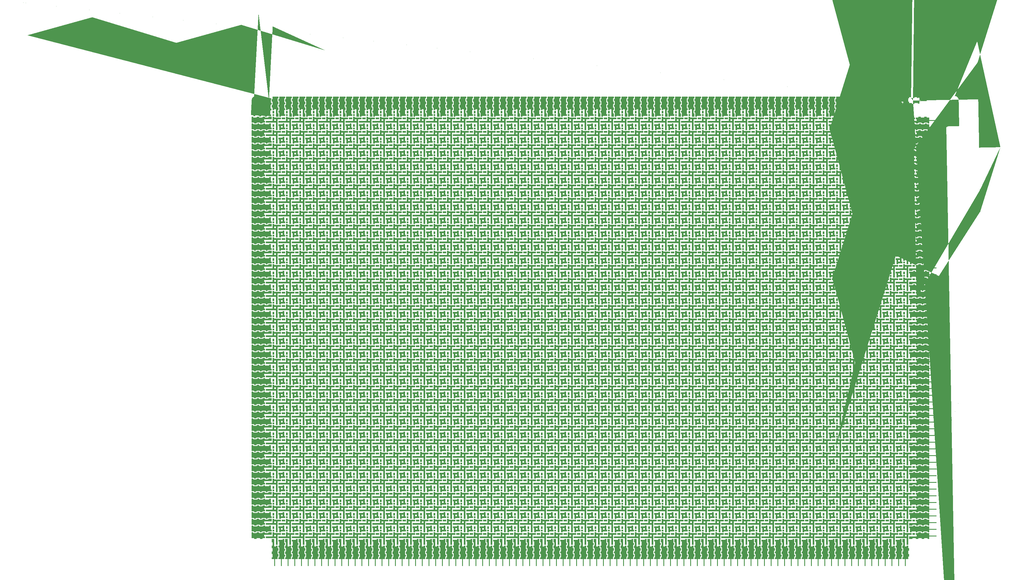
<source format=gbr>
%TF.GenerationSoftware,KiCad,Pcbnew,9.0.2+dfsg-1*%
%TF.CreationDate,2026-01-28T21:05:19+01:00*%
%TF.ProjectId,DEDBUG,44454442-5547-42e6-9b69-6361645f7063,0.3*%
%TF.SameCoordinates,Original*%
%TF.FileFunction,Soldermask,Top*%
%TF.FilePolarity,Negative*%
%FSLAX46Y46*%
G04 Gerber Fmt 4.6, Leading zero omitted, Abs format (unit mm)*
G04 Created by KiCad (PCBNEW 9.0.2+dfsg-1) date 2026-01-28 21:05:19*
%MOMM*%
%LPD*%
G01*
G04 APERTURE LIST*
G04 Aperture macros list*
%AMFreePoly0*
4,1,61,0.877977,0.639979,0.623980,0.639979,0.623980,-0.630022,0.877977,-0.630022,0.877977,-1.138021,0.623980,-1.138021,0.623980,-2.408022,0.877977,-2.408022,0.877977,-2.916025,0.623980,-2.916025,0.623980,-4.186021,0.877977,-4.186021,0.877977,-4.694025,-0.392023,-4.694025,-0.392023,-4.948023,-0.900019,-4.948023,-0.900019,-4.694025,-2.170023,-4.694025,-2.170023,-4.948023,-2.678022,-4.948023,
-2.678022,-4.694025,-3.948023,-4.694025,-3.948023,-4.948023,-4.456022,-4.948023,-4.456022,-4.694025,-5.218019,-4.694025,-5.218019,-0.052023,-5.216107,0.001691,-5.211128,0.056351,-5.203128,0.111731,-5.192156,0.167608,-5.178257,0.223758,-5.161479,0.279956,-5.141869,0.335978,-5.119473,0.391600,-5.094340,0.446597,-5.066514,0.500745,-5.036044,0.553821,-5.002976,0.605598,-4.967358,0.655854,
-4.929235,0.704364,-4.888656,0.750903,-4.845667,0.795248,-4.800343,0.837205,-4.752881,0.876702,-4.703506,0.913696,-4.652443,0.948147,-4.599917,0.980011,-4.546154,1.009249,-4.491379,1.035818,-4.435817,1.059677,-4.379694,1.080783,-4.323234,1.099096,-4.266664,1.114573,-4.210209,1.127174,-4.154093,1.136856,-4.098542,1.143578,-4.043782,1.147298,-3.990038,1.147974,0.877977,1.147974,
0.877977,0.639979,0.877977,0.639979,$1*%
%AMFreePoly1*
4,1,29,0.885601,0.639979,0.631599,0.639979,0.631599,-0.376024,0.885601,-0.376024,0.885601,-1.138021,0.631599,-1.138021,0.631599,-2.154020,0.885601,-2.154020,0.885601,-2.916025,0.631599,-2.916025,0.631599,-3.932024,0.885601,-3.932024,0.885601,-4.948023,0.123596,-4.948023,0.123596,-2.662023,-0.384404,-2.662023,-0.384404,-2.916025,-0.892403,-2.916025,-0.892403,-2.154020,-1.146401,-2.154020,
-1.146401,-1.392023,-0.892403,-1.392023,-0.892403,-0.376024,-1.146401,-0.376024,-1.146401,0.385977,-0.892403,0.385977,-0.892403,1.147974,0.885601,1.147974,0.885601,0.639979,0.885601,0.639979,$1*%
%AMFreePoly2*
4,1,31,0.885598,0.639979,0.631597,0.639979,0.631597,-0.630022,0.885598,-0.630022,0.885598,-1.138021,0.631597,-1.138021,0.631597,-2.408022,0.885598,-2.408022,0.885598,-2.916025,0.631597,-2.916025,0.631597,-4.186021,0.885598,-4.186021,0.885598,-4.694025,-0.384398,-4.694025,-0.384398,-4.948023,-0.892402,-4.948023,-0.892402,-3.678022,-1.146399,-3.678022,-1.146399,-3.170023,-0.892402,-3.170023,
-0.892402,-1.900022,-1.146399,-1.900022,-1.146399,-1.392023,-0.892402,-1.392023,-0.892402,-0.122022,-1.146399,-0.122022,-1.146399,0.385977,-0.892402,0.385977,-0.892402,1.147974,0.885598,1.147974,0.885598,0.639979,0.885598,0.639979,$1*%
%AMFreePoly3*
4,1,29,0.885600,0.639979,0.631598,0.639979,0.631598,-0.376024,0.885600,-0.376024,0.885600,-1.138021,0.631598,-1.138021,0.631598,-2.154020,0.885600,-2.154020,0.885600,-2.916025,0.631598,-2.916025,0.631598,-3.932024,0.885600,-3.932024,0.885600,-4.948023,0.123599,-4.948023,0.123599,-2.662023,-0.384401,-2.662023,-0.384401,-2.916025,-0.892404,-2.916025,-0.892404,-2.154020,-1.146402,-2.154020,
-1.146402,-1.392023,-0.892404,-1.392023,-0.892404,-0.376024,-1.146402,-0.376024,-1.146402,0.385977,-0.892404,0.385977,-0.892404,1.147974,0.885600,1.147974,0.885600,0.639979,0.885600,0.639979,$1*%
%AMFreePoly4*
4,1,31,0.885597,0.639979,0.631600,0.639979,0.631600,-0.630022,0.885597,-0.630022,0.885597,-1.138021,0.631600,-1.138021,0.631600,-2.408022,0.885597,-2.408022,0.885597,-2.916025,0.631600,-2.916025,0.631600,-4.186021,0.885597,-4.186021,0.885597,-4.694025,-0.384403,-4.694025,-0.384403,-4.948023,-0.892399,-4.948023,-0.892399,-3.678022,-1.146400,-3.678022,-1.146400,-3.170023,-0.892399,-3.170023,
-0.892399,-1.900022,-1.146400,-1.900022,-1.146400,-1.392023,-0.892399,-1.392023,-0.892399,-0.122022,-1.146400,-0.122022,-1.146400,0.385977,-0.892399,0.385977,-0.892399,1.147974,0.885597,1.147974,0.885597,0.639979,0.885597,0.639979,$1*%
%AMFreePoly5*
4,1,29,0.885595,0.639979,0.631597,0.639979,0.631597,-0.376024,0.885595,-0.376024,0.885595,-1.138021,0.631597,-1.138021,0.631597,-2.154020,0.885595,-2.154020,0.885595,-2.916025,0.631597,-2.916025,0.631597,-3.932024,0.885595,-3.932024,0.885595,-4.948023,0.123602,-4.948023,0.123602,-2.662023,-0.384401,-2.662023,-0.384401,-2.916025,-0.892401,-2.916025,-0.892401,-2.154020,-1.146403,-2.154020,
-1.146403,-1.392023,-0.892401,-1.392023,-0.892401,-0.376024,-1.146403,-0.376024,-1.146403,0.385977,-0.892401,0.385977,-0.892401,1.147974,0.885595,1.147974,0.885595,0.639979,0.885595,0.639979,$1*%
%AMFreePoly6*
4,1,31,0.885600,0.639979,0.631599,0.639979,0.631599,-0.630022,0.885600,-0.630022,0.885600,-1.138021,0.631599,-1.138021,0.631599,-2.408022,0.885600,-2.408022,0.885600,-2.916025,0.631599,-2.916025,0.631599,-4.186021,0.885600,-4.186021,0.885600,-4.694025,-0.384404,-4.694025,-0.384404,-4.948023,-0.892403,-4.948023,-0.892403,-3.678022,-1.146405,-3.678022,-1.146405,-3.170023,-0.892403,-3.170023,
-0.892403,-1.900022,-1.146405,-1.900022,-1.146405,-1.392023,-0.892403,-1.392023,-0.892403,-0.122022,-1.146405,-0.122022,-1.146405,0.385977,-0.892403,0.385977,-0.892403,1.147974,0.885600,1.147974,0.885600,0.639979,0.885600,0.639979,$1*%
%AMFreePoly7*
4,1,29,0.885598,0.639979,0.631596,0.639979,0.631596,-0.376024,0.885598,-0.376024,0.885598,-1.138021,0.631596,-1.138021,0.631596,-2.154020,0.885598,-2.154020,0.885598,-2.916025,0.631596,-2.916025,0.631596,-3.932024,0.885598,-3.932024,0.885598,-4.948023,0.123597,-4.948023,0.123597,-2.662023,-0.384402,-2.662023,-0.384402,-2.916025,-0.892398,-2.916025,-0.892398,-2.154020,-1.146400,-2.154020,
-1.146400,-1.392023,-0.892398,-1.392023,-0.892398,-0.376024,-1.146400,-0.376024,-1.146400,0.385977,-0.892398,0.385977,-0.892398,1.147974,0.885598,1.147974,0.885598,0.639979,0.885598,0.639979,$1*%
%AMFreePoly8*
4,1,31,0.885600,0.639979,0.631602,0.639979,0.631602,-0.630022,0.885600,-0.630022,0.885600,-1.138021,0.631602,-1.138021,0.631602,-2.408022,0.885600,-2.408022,0.885600,-2.916025,0.631602,-2.916025,0.631602,-4.186021,0.885600,-4.186021,0.885600,-4.694025,-0.384401,-4.694025,-0.384401,-4.948023,-0.892400,-4.948023,-0.892400,-3.678022,-1.146402,-3.678022,-1.146402,-3.170023,-0.892400,-3.170023,
-0.892400,-1.900022,-1.146402,-1.900022,-1.146402,-1.392023,-0.892400,-1.392023,-0.892400,-0.122022,-1.146402,-0.122022,-1.146402,0.385977,-0.892400,0.385977,-0.892400,1.147974,0.885600,1.147974,0.885600,0.639979,0.885600,0.639979,$1*%
%AMFreePoly9*
4,1,29,0.885597,0.639979,0.631599,0.639979,0.631599,-0.376024,0.885597,-0.376024,0.885597,-1.138021,0.631599,-1.138021,0.631599,-2.154020,0.885597,-2.154020,0.885597,-2.916025,0.631599,-2.916025,0.631599,-3.932024,0.885597,-3.932024,0.885597,-4.948023,0.123596,-4.948023,0.123596,-2.662023,-0.384399,-2.662023,-0.384399,-2.916025,-0.892403,-2.916025,-0.892403,-2.154020,-1.146400,-2.154020,
-1.146400,-1.392023,-0.892403,-1.392023,-0.892403,-0.376024,-1.146400,-0.376024,-1.146400,0.385977,-0.892403,0.385977,-0.892403,1.147974,0.885597,1.147974,0.885597,0.639979,0.885597,0.639979,$1*%
%AMFreePoly10*
4,1,31,0.885595,0.639979,0.631597,0.639979,0.631597,-0.630022,0.885595,-0.630022,0.885595,-1.138021,0.631597,-1.138021,0.631597,-2.408022,0.885595,-2.408022,0.885595,-2.916025,0.631597,-2.916025,0.631597,-4.186021,0.885595,-4.186021,0.885595,-4.694025,-0.384402,-4.694025,-0.384402,-4.948023,-0.892397,-4.948023,-0.892397,-3.678022,-1.146403,-3.678022,-1.146403,-3.170023,-0.892397,-3.170023,
-0.892397,-1.900022,-1.146403,-1.900022,-1.146403,-1.392023,-0.892397,-1.392023,-0.892397,-0.122022,-1.146403,-0.122022,-1.146403,0.385977,-0.892397,0.385977,-0.892397,1.147974,0.885595,1.147974,0.885595,0.639979,0.885595,0.639979,$1*%
%AMFreePoly11*
4,1,29,0.885600,0.639979,0.631602,0.639979,0.631602,-0.376024,0.885600,-0.376024,0.885600,-1.138021,0.631602,-1.138021,0.631602,-2.154020,0.885600,-2.154020,0.885600,-2.916025,0.631602,-2.916025,0.631602,-3.932024,0.885600,-3.932024,0.885600,-4.948023,0.123599,-4.948023,0.123599,-2.662023,-0.384404,-2.662023,-0.384404,-2.916025,-0.892399,-2.916025,-0.892399,-2.154020,-1.146405,-2.154020,
-1.146405,-1.392023,-0.892399,-1.392023,-0.892399,-0.376024,-1.146405,-0.376024,-1.146405,0.385977,-0.892399,0.385977,-0.892399,1.147974,0.885600,1.147974,0.885600,0.639979,0.885600,0.639979,$1*%
%AMFreePoly12*
4,1,31,0.885598,0.639979,0.631600,0.639979,0.631600,-0.630022,0.885598,-0.630022,0.885598,-1.138021,0.631600,-1.138021,0.631600,-2.408022,0.885598,-2.408022,0.885598,-2.916025,0.631600,-2.916025,0.631600,-4.186021,0.885598,-4.186021,0.885598,-4.694025,-0.384406,-4.694025,-0.384406,-4.948023,-0.892402,-4.948023,-0.892402,-3.678022,-1.146400,-3.678022,-1.146400,-3.170023,-0.892402,-3.170023,
-0.892402,-1.900022,-1.146400,-1.900022,-1.146400,-1.392023,-0.892402,-1.392023,-0.892402,-0.122022,-1.146400,-0.122022,-1.146400,0.385977,-0.892402,0.385977,-0.892402,1.147974,0.885598,1.147974,0.885598,0.639979,0.885598,0.639979,$1*%
%AMFreePoly13*
4,1,29,0.885600,0.639979,0.631602,0.639979,0.631602,-0.376024,0.885600,-0.376024,0.885600,-1.138021,0.631602,-1.138021,0.631602,-2.154020,0.885600,-2.154020,0.885600,-2.916025,0.631602,-2.916025,0.631602,-3.932024,0.885600,-3.932024,0.885600,-4.948023,0.123599,-4.948023,0.123599,-2.662023,-0.384397,-2.662023,-0.384397,-2.916025,-0.892400,-2.916025,-0.892400,-2.154020,-1.146398,-2.154020,
-1.146398,-1.392023,-0.892400,-1.392023,-0.892400,-0.376024,-1.146398,-0.376024,-1.146398,0.385977,-0.892400,0.385977,-0.892400,1.147974,0.885600,1.147974,0.885600,0.639979,0.885600,0.639979,$1*%
%AMFreePoly14*
4,1,31,0.885598,0.639979,0.631592,0.639979,0.631592,-0.630022,0.885598,-0.630022,0.885598,-1.138021,0.631592,-1.138021,0.631592,-2.408022,0.885598,-2.408022,0.885598,-2.916025,0.631592,-2.916025,0.631592,-4.186021,0.885598,-4.186021,0.885598,-4.694025,-0.384407,-4.694025,-0.384407,-4.948023,-0.892395,-4.948023,-0.892395,-3.678022,-1.146400,-3.678022,-1.146400,-3.170023,-0.892395,-3.170023,
-0.892395,-1.900022,-1.146400,-1.900022,-1.146400,-1.392023,-0.892395,-1.392023,-0.892395,-0.122022,-1.146400,-0.122022,-1.146400,0.385977,-0.892395,0.385977,-0.892395,1.147974,0.885598,1.147974,0.885598,0.639979,0.885598,0.639979,$1*%
%AMFreePoly15*
4,1,29,0.885603,0.639979,0.631598,0.639979,0.631598,-0.376024,0.885603,-0.376024,0.885603,-1.138021,0.631598,-1.138021,0.631598,-2.154020,0.885603,-2.154020,0.885603,-2.916025,0.631598,-2.916025,0.631598,-3.932024,0.885603,-3.932024,0.885603,-4.948023,0.123594,-4.948023,0.123594,-2.662023,-0.384401,-2.662023,-0.384401,-2.916025,-0.892405,-2.916025,-0.892405,-2.154020,-1.146402,-2.154020,
-1.146402,-1.392023,-0.892405,-1.392023,-0.892405,-0.376024,-1.146402,-0.376024,-1.146402,0.385977,-0.892405,0.385977,-0.892405,1.147974,0.885603,1.147974,0.885603,0.639979,0.885603,0.639979,$1*%
%AMFreePoly16*
4,1,31,0.885601,0.639979,0.631603,0.639979,0.631603,-0.630022,0.885601,-0.630022,0.885601,-1.138021,0.631603,-1.138021,0.631603,-2.408022,0.885601,-2.408022,0.885601,-2.916025,0.631603,-2.916025,0.631603,-4.186021,0.885601,-4.186021,0.885601,-4.694025,-0.384396,-4.694025,-0.384396,-4.948023,-0.892399,-4.948023,-0.892399,-3.678022,-1.146397,-3.678022,-1.146397,-3.170023,-0.892399,-3.170023,
-0.892399,-1.900022,-1.146397,-1.900022,-1.146397,-1.392023,-0.892399,-1.392023,-0.892399,-0.122022,-1.146397,-0.122022,-1.146397,0.385977,-0.892399,0.385977,-0.892399,1.147974,0.885601,1.147974,0.885601,0.639979,0.885601,0.639979,$1*%
%AMFreePoly17*
4,1,29,0.885598,0.639979,0.631593,0.639979,0.631593,-0.376024,0.885598,-0.376024,0.885598,-1.138021,0.631593,-1.138021,0.631593,-2.154020,0.885598,-2.154020,0.885598,-2.916025,0.631593,-2.916025,0.631593,-3.932024,0.885598,-3.932024,0.885598,-4.948023,0.123597,-4.948023,0.123597,-2.662023,-0.384406,-2.662023,-0.384406,-2.916025,-0.892394,-2.916025,-0.892394,-2.154020,-1.146399,-2.154020,
-1.146399,-1.392023,-0.892394,-1.392023,-0.892394,-0.376024,-1.146399,-0.376024,-1.146399,0.385977,-0.892394,0.385977,-0.892394,1.147974,0.885598,1.147974,0.885598,0.639979,0.885598,0.639979,$1*%
%AMFreePoly18*
4,1,31,0.885596,0.639979,0.631598,0.639979,0.631598,-0.630022,0.885596,-0.630022,0.885596,-1.138021,0.631598,-1.138021,0.631598,-2.408022,0.885596,-2.408022,0.885596,-2.916025,0.631598,-2.916025,0.631598,-4.186021,0.885596,-4.186021,0.885596,-4.694025,-0.384401,-4.694025,-0.384401,-4.948023,-0.892404,-4.948023,-0.892404,-3.678022,-1.146402,-3.678022,-1.146402,-3.170023,-0.892404,-3.170023,
-0.892404,-1.900022,-1.146402,-1.900022,-1.146402,-1.392023,-0.892404,-1.392023,-0.892404,-0.122022,-1.146402,-0.122022,-1.146402,0.385977,-0.892404,0.385977,-0.892404,1.147974,0.885596,1.147974,0.885596,0.639979,0.885596,0.639979,$1*%
%AMFreePoly19*
4,1,31,0.885591,0.639979,0.631594,0.639979,0.631594,-0.630022,0.885591,-0.630022,0.885591,-1.138021,0.631594,-1.138021,0.631594,-2.408022,0.885591,-2.408022,0.885591,-2.916025,0.631594,-2.916025,0.631594,-4.186021,0.885591,-4.186021,0.885591,-4.694025,-0.384398,-4.694025,-0.384398,-4.948023,-0.892401,-4.948023,-0.892401,-3.678022,-1.146399,-3.678022,-1.146399,-3.170023,-0.892401,-3.170023,
-0.892401,-1.900022,-1.146399,-1.900022,-1.146399,-1.392023,-0.892401,-1.392023,-0.892401,-0.122022,-1.146399,-0.122022,-1.146399,0.385977,-0.892401,0.385977,-0.892401,1.147974,0.885591,1.147974,0.885591,0.639979,0.885591,0.639979,$1*%
%AMFreePoly20*
4,1,29,0.885597,0.639979,0.631599,0.639979,0.631599,-0.376024,0.885597,-0.376024,0.885597,-1.138021,0.631599,-1.138021,0.631599,-2.154020,0.885597,-2.154020,0.885597,-2.916025,0.631599,-2.916025,0.631599,-3.932024,0.885597,-3.932024,0.885597,-4.948023,0.123596,-4.948023,0.123596,-2.662023,-0.384400,-2.662023,-0.384400,-2.916025,-0.892403,-2.916025,-0.892403,-2.154020,-1.146409,-2.154020,
-1.146409,-1.392023,-0.892403,-1.392023,-0.892403,-0.376024,-1.146409,-0.376024,-1.146409,0.385977,-0.892403,0.385977,-0.892403,1.147974,0.885597,1.147974,0.885597,0.639979,0.885597,0.639979,$1*%
%AMFreePoly21*
4,1,29,0.885592,0.639979,0.631594,0.639979,0.631594,-0.376024,0.885592,-0.376024,0.885592,-1.138021,0.631594,-1.138021,0.631594,-2.154020,0.885592,-2.154020,0.885592,-2.916025,0.631594,-2.916025,0.631594,-3.932024,0.885592,-3.932024,0.885592,-4.948023,0.123591,-4.948023,0.123591,-2.662023,-0.384397,-2.662023,-0.384397,-2.916025,-0.892400,-2.916025,-0.892400,-2.154020,-1.146398,-2.154020,
-1.146398,-1.392023,-0.892400,-1.392023,-0.892400,-0.376024,-1.146398,-0.376024,-1.146398,0.385977,-0.892400,0.385977,-0.892400,1.147974,0.885592,1.147974,0.885592,0.639979,0.885592,0.639979,$1*%
%AMFreePoly22*
4,1,31,0.885597,0.639979,0.631600,0.639979,0.631600,-0.630022,0.885597,-0.630022,0.885597,-1.138021,0.631600,-1.138021,0.631600,-2.408022,0.885597,-2.408022,0.885597,-2.916025,0.631600,-2.916025,0.631600,-4.186021,0.885597,-4.186021,0.885597,-4.694025,-0.384407,-4.694025,-0.384407,-4.948023,-0.892402,-4.948023,-0.892402,-3.678022,-1.146408,-3.678022,-1.146408,-3.170023,-0.892402,-3.170023,
-0.892402,-1.900022,-1.146408,-1.900022,-1.146408,-1.392023,-0.892402,-1.392023,-0.892402,-0.122022,-1.146408,-0.122022,-1.146408,0.385977,-0.892402,0.385977,-0.892402,1.147974,0.885597,1.147974,0.885597,0.639979,0.885597,0.639979,$1*%
%AMFreePoly23*
4,1,29,0.885603,0.639979,0.631605,0.639979,0.631605,-0.376024,0.885603,-0.376024,0.885603,-1.138021,0.631605,-1.138021,0.631605,-2.154020,0.885603,-2.154020,0.885603,-2.916025,0.631605,-2.916025,0.631605,-3.932024,0.885603,-3.932024,0.885603,-4.948023,0.123602,-4.948023,0.123602,-2.662023,-0.384402,-2.662023,-0.384402,-2.916025,-0.892405,-2.916025,-0.892405,-2.154020,-1.146403,-2.154020,
-1.146403,-1.392023,-0.892405,-1.392023,-0.892405,-0.376024,-1.146403,-0.376024,-1.146403,0.385977,-0.892405,0.385977,-0.892405,1.147974,0.885603,1.147974,0.885603,0.639979,0.885603,0.639979,$1*%
%AMFreePoly24*
4,1,29,0.885598,0.639979,0.631600,0.639979,0.631600,-0.376024,0.885598,-0.376024,0.885598,-1.138021,0.631600,-1.138021,0.631600,-2.154020,0.885598,-2.154020,0.885598,-2.916025,0.631600,-2.916025,0.631600,-3.932024,0.885598,-3.932024,0.885598,-4.948023,0.123597,-4.948023,0.123597,-2.662023,-0.384406,-2.662023,-0.384406,-2.916025,-0.892402,-2.916025,-0.892402,-2.154020,-1.146407,-2.154020,
-1.146407,-1.392023,-0.892402,-1.392023,-0.892402,-0.376024,-1.146407,-0.376024,-1.146407,0.385977,-0.892402,0.385977,-0.892402,1.147974,0.885598,1.147974,0.885598,0.639979,0.885598,0.639979,$1*%
%AMFreePoly25*
4,1,31,0.885603,0.639979,0.631598,0.639979,0.631598,-0.630022,0.885603,-0.630022,0.885603,-1.138021,0.631598,-1.138021,0.631598,-2.408022,0.885603,-2.408022,0.885603,-2.916025,0.631598,-2.916025,0.631598,-4.186021,0.885603,-4.186021,0.885603,-4.694025,-0.384401,-4.694025,-0.384401,-4.948023,-0.892404,-4.948023,-0.892404,-3.678022,-1.146402,-3.678022,-1.146402,-3.170023,-0.892404,-3.170023,
-0.892404,-1.900022,-1.146402,-1.900022,-1.146402,-1.392023,-0.892404,-1.392023,-0.892404,-0.122022,-1.146402,-0.122022,-1.146402,0.385977,-0.892404,0.385977,-0.892404,1.147974,0.885603,1.147974,0.885603,0.639979,0.885603,0.639979,$1*%
%AMFreePoly26*
4,1,29,0.885593,0.639979,0.631596,0.639979,0.631596,-0.376024,0.885593,-0.376024,0.885593,-1.138021,0.631596,-1.138021,0.631596,-2.154020,0.885593,-2.154020,0.885593,-2.916025,0.631596,-2.916025,0.631596,-3.932024,0.885593,-3.932024,0.885593,-4.948023,0.123600,-4.948023,0.123600,-2.662023,-0.384396,-2.662023,-0.384396,-2.916025,-0.892399,-2.916025,-0.892399,-2.154020,-1.146397,-2.154020,
-1.146397,-1.392023,-0.892399,-1.392023,-0.892399,-0.376024,-1.146397,-0.376024,-1.146397,0.385977,-0.892399,0.385977,-0.892399,1.147974,0.885593,1.147974,0.885593,0.639979,0.885593,0.639979,$1*%
%AMFreePoly27*
4,1,31,0.885599,0.639979,0.631593,0.639979,0.631593,-0.630022,0.885599,-0.630022,0.885599,-1.138021,0.631593,-1.138021,0.631593,-2.408022,0.885599,-2.408022,0.885599,-2.916025,0.631593,-2.916025,0.631593,-4.186021,0.885599,-4.186021,0.885599,-4.694025,-0.384406,-4.694025,-0.384406,-4.948023,-0.892409,-4.948023,-0.892409,-3.678022,-1.146407,-3.678022,-1.146407,-3.170023,-0.892409,-3.170023,
-0.892409,-1.900022,-1.146407,-1.900022,-1.146407,-1.392023,-0.892409,-1.392023,-0.892409,-0.122022,-1.146407,-0.122022,-1.146407,0.385977,-0.892409,0.385977,-0.892409,1.147974,0.885599,1.147974,0.885599,0.639979,0.885599,0.639979,$1*%
%AMFreePoly28*
4,1,29,0.885604,0.639979,0.631599,0.639979,0.631599,-0.376024,0.885604,-0.376024,0.885604,-1.138021,0.631599,-1.138021,0.631599,-2.154020,0.885604,-2.154020,0.885604,-2.916025,0.631599,-2.916025,0.631599,-3.932024,0.885604,-3.932024,0.885604,-4.948023,0.123603,-4.948023,0.123603,-2.662023,-0.384400,-2.662023,-0.384400,-2.916025,-0.892403,-2.916025,-0.892403,-2.154020,-1.146401,-2.154020,
-1.146401,-1.392023,-0.892403,-1.392023,-0.892403,-0.376024,-1.146401,-0.376024,-1.146401,0.385977,-0.892403,0.385977,-0.892403,1.147974,0.885604,1.147974,0.885604,0.639979,0.885604,0.639979,$1*%
%AMFreePoly29*
4,1,31,0.885587,0.639979,0.631604,0.639979,0.631604,-0.630022,0.885587,-0.630022,0.885587,-1.138021,0.631604,-1.138021,0.631604,-2.408022,0.885587,-2.408022,0.885587,-2.916025,0.631604,-2.916025,0.631604,-4.186021,0.885587,-4.186021,0.885587,-4.694025,-0.384403,-4.694025,-0.384403,-4.948023,-0.892398,-4.948023,-0.892398,-3.678022,-1.146396,-3.678022,-1.146396,-3.170023,-0.892398,-3.170023,
-0.892398,-1.900022,-1.146396,-1.900022,-1.146396,-1.392023,-0.892398,-1.392023,-0.892398,-0.122022,-1.146396,-0.122022,-1.146396,0.385977,-0.892398,0.385977,-0.892398,1.147974,0.885587,1.147974,0.885587,0.639979,0.885587,0.639979,$1*%
%AMFreePoly30*
4,1,29,0.885599,0.639979,0.631602,0.639979,0.631602,-0.376024,0.885599,-0.376024,0.885599,-1.138021,0.631602,-1.138021,0.631602,-2.154020,0.885599,-2.154020,0.885599,-2.916025,0.631602,-2.916025,0.631602,-3.932024,0.885599,-3.932024,0.885599,-4.948023,0.123591,-4.948023,0.123591,-2.662023,-0.384405,-2.662023,-0.384405,-2.916025,-0.892401,-2.916025,-0.892401,-2.154020,-1.146413,-2.154020,
-1.146413,-1.392023,-0.892401,-1.392023,-0.892401,-0.376024,-1.146413,-0.376024,-1.146413,0.385977,-0.892401,0.385977,-0.892401,1.147974,0.885599,1.147974,0.885599,0.639979,0.885599,0.639979,$1*%
%AMFreePoly31*
4,1,29,0.885610,0.639979,0.631597,0.639979,0.631597,-0.376024,0.885610,-0.376024,0.885610,-1.138021,0.631597,-1.138021,0.631597,-2.154020,0.885610,-2.154020,0.885610,-2.916025,0.631597,-2.916025,0.631597,-3.932024,0.885610,-3.932024,0.885610,-4.948023,0.123601,-4.948023,0.123601,-2.662023,-0.384394,-2.662023,-0.384394,-2.916025,-0.892405,-2.916025,-0.892405,-2.154020,-1.146403,-2.154020,
-1.146403,-1.392023,-0.892405,-1.392023,-0.892405,-0.376024,-1.146403,-0.376024,-1.146403,0.385977,-0.892405,0.385977,-0.892405,1.147974,0.885610,1.147974,0.885610,0.639979,0.885610,0.639979,$1*%
%AMFreePoly32*
4,1,31,0.885592,0.639979,0.631595,0.639979,0.631595,-0.630022,0.885592,-0.630022,0.885592,-1.138021,0.631595,-1.138021,0.631595,-2.408022,0.885592,-2.408022,0.885592,-2.916025,0.631595,-2.916025,0.631595,-4.186021,0.885592,-4.186021,0.885592,-4.694025,-0.384412,-4.694025,-0.384412,-4.948023,-0.892407,-4.948023,-0.892407,-3.678022,-1.146390,-3.678022,-1.146390,-3.170023,-0.892407,-3.170023,
-0.892407,-1.900022,-1.146390,-1.900022,-1.146390,-1.392023,-0.892407,-1.392023,-0.892407,-0.122022,-1.146390,-0.122022,-1.146390,0.385977,-0.892407,0.385977,-0.892407,1.147974,0.885592,1.147974,0.885592,0.639979,0.885592,0.639979,$1*%
%AMFreePoly33*
4,1,29,0.885605,0.639979,0.631592,0.639979,0.631592,-0.376024,0.885605,-0.376024,0.885605,-1.138021,0.631592,-1.138021,0.631592,-2.154020,0.885605,-2.154020,0.885605,-2.916025,0.631592,-2.916025,0.631592,-3.932024,0.885605,-3.932024,0.885605,-4.948023,0.123597,-4.948023,0.123597,-2.662023,-0.384399,-2.662023,-0.384399,-2.916025,-0.892410,-2.916025,-0.892410,-2.154020,-1.146408,-2.154020,
-1.146408,-1.392023,-0.892410,-1.392023,-0.892410,-0.376024,-1.146408,-0.376024,-1.146408,0.385977,-0.892410,0.385977,-0.892410,1.147974,0.885605,1.147974,0.885605,0.639979,0.885605,0.639979,$1*%
%AMFreePoly34*
4,1,31,0.885603,0.639979,0.631605,0.639979,0.631605,-0.630022,0.885603,-0.630022,0.885603,-1.138021,0.631605,-1.138021,0.631605,-2.408022,0.885603,-2.408022,0.885603,-2.916025,0.631605,-2.916025,0.631605,-4.186021,0.885603,-4.186021,0.885603,-4.694025,-0.384401,-4.694025,-0.384401,-4.948023,-0.892397,-4.948023,-0.892397,-3.678022,-1.146395,-3.678022,-1.146395,-3.170023,-0.892397,-3.170023,
-0.892397,-1.900022,-1.146395,-1.900022,-1.146395,-1.392023,-0.892397,-1.392023,-0.892397,-0.122022,-1.146395,-0.122022,-1.146395,0.385977,-0.892397,0.385977,-0.892397,1.147974,0.885603,1.147974,0.885603,0.639979,0.885603,0.639979,$1*%
%AMFreePoly35*
4,1,29,0.885601,0.639979,0.631603,0.639979,0.631603,-0.376024,0.885601,-0.376024,0.885601,-1.138021,0.631603,-1.138021,0.631603,-2.154020,0.885601,-2.154020,0.885601,-2.916025,0.631603,-2.916025,0.631603,-3.932024,0.885601,-3.932024,0.885601,-4.948023,0.123592,-4.948023,0.123592,-2.662023,-0.384403,-2.662023,-0.384403,-2.916025,-0.892399,-2.916025,-0.892399,-2.154020,-1.146397,-2.154020,
-1.146397,-1.392023,-0.892399,-1.392023,-0.892399,-0.376024,-1.146397,-0.376024,-1.146397,0.385977,-0.892399,0.385977,-0.892399,1.147974,0.885601,1.147974,0.885601,0.639979,0.885601,0.639979,$1*%
%AMFreePoly36*
4,1,29,0.885596,0.639979,0.631598,0.639979,0.631598,-0.376024,0.885596,-0.376024,0.885596,-1.138021,0.631598,-1.138021,0.631598,-2.154020,0.885596,-2.154020,0.885596,-2.916025,0.631598,-2.916025,0.631598,-3.932024,0.885596,-3.932024,0.885596,-4.948023,0.123603,-4.948023,0.123603,-2.662023,-0.384393,-2.662023,-0.384393,-2.916025,-0.892404,-2.916025,-0.892404,-2.154020,-1.146402,-2.154020,
-1.146402,-1.392023,-0.892404,-1.392023,-0.892404,-0.376024,-1.146402,-0.376024,-1.146402,0.385977,-0.892404,0.385977,-0.892404,1.147974,0.885596,1.147974,0.885596,0.639979,0.885596,0.639979,$1*%
%AMFreePoly37*
4,1,31,0.885594,0.639979,0.631596,0.639979,0.631596,-0.630022,0.885594,-0.630022,0.885594,-1.138021,0.631596,-1.138021,0.631596,-2.408022,0.885594,-2.408022,0.885594,-2.916025,0.631596,-2.916025,0.631596,-4.186021,0.885594,-4.186021,0.885594,-4.694025,-0.384411,-4.694025,-0.384411,-4.948023,-0.892391,-4.948023,-0.892391,-3.678022,-1.146404,-3.678022,-1.146404,-3.170023,-0.892391,-3.170023,
-0.892391,-1.900022,-1.146404,-1.900022,-1.146404,-1.392023,-0.892391,-1.392023,-0.892391,-0.122022,-1.146404,-0.122022,-1.146404,0.385977,-0.892391,0.385977,-0.892391,1.147974,0.885594,1.147974,0.885594,0.639979,0.885594,0.639979,$1*%
%AMFreePoly38*
4,1,29,0.885602,0.639979,0.631589,0.639979,0.631589,-0.376024,0.885602,-0.376024,0.885602,-1.138021,0.631589,-1.138021,0.631589,-2.154020,0.885602,-2.154020,0.885602,-2.916025,0.631589,-2.916025,0.631589,-3.932024,0.885602,-3.932024,0.885602,-4.948023,0.123593,-4.948023,0.123593,-2.662023,-0.384402,-2.662023,-0.384402,-2.916025,-0.892398,-2.916025,-0.892398,-2.154020,-1.146396,-2.154020,
-1.146396,-1.392023,-0.892398,-1.392023,-0.892398,-0.376024,-1.146396,-0.376024,-1.146396,0.385977,-0.892398,0.385977,-0.892398,1.147974,0.885602,1.147974,0.885602,0.639979,0.885602,0.639979,$1*%
%AMFreePoly39*
4,1,29,0.885597,0.639979,0.631600,0.639979,0.631600,-0.376024,0.885597,-0.376024,0.885597,-1.138021,0.631600,-1.138021,0.631600,-2.154020,0.885597,-2.154020,0.885597,-2.916025,0.631600,-2.916025,0.631600,-3.932024,0.885597,-3.932024,0.885597,-4.948023,0.123604,-4.948023,0.123604,-2.662023,-0.384407,-2.662023,-0.384407,-2.916025,-0.892402,-2.916025,-0.892402,-2.154020,-1.146400,-2.154020,
-1.146400,-1.392023,-0.892402,-1.392023,-0.892402,-0.376024,-1.146400,-0.376024,-1.146400,0.385977,-0.892402,0.385977,-0.892402,1.147974,0.885597,1.147974,0.885597,0.639979,0.885597,0.639979,$1*%
%AMFreePoly40*
4,1,31,0.885595,0.639979,0.631597,0.639979,0.631597,-0.630022,0.885595,-0.630022,0.885595,-1.138021,0.631597,-1.138021,0.631597,-2.408022,0.885595,-2.408022,0.885595,-2.916025,0.631597,-2.916025,0.631597,-4.186021,0.885595,-4.186021,0.885595,-4.694025,-0.384394,-4.694025,-0.384394,-4.948023,-0.892405,-4.948023,-0.892405,-3.678022,-1.146403,-3.678022,-1.146403,-3.170023,-0.892405,-3.170023,
-0.892405,-1.900022,-1.146403,-1.900022,-1.146403,-1.392023,-0.892405,-1.392023,-0.892405,-0.122022,-1.146403,-0.122022,-1.146403,0.385977,-0.892405,0.385977,-0.892405,1.147974,0.885595,1.147974,0.885595,0.639979,0.885595,0.639979,$1*%
%AMFreePoly41*
4,1,29,0.885593,0.639979,0.631595,0.639979,0.631595,-0.376024,0.885593,-0.376024,0.885593,-1.138021,0.631595,-1.138021,0.631595,-2.154020,0.885593,-2.154020,0.885593,-2.916025,0.631595,-2.916025,0.631595,-3.932024,0.885593,-3.932024,0.885593,-4.948023,0.123600,-4.948023,0.123600,-2.662023,-0.384396,-2.662023,-0.384396,-2.916025,-0.892407,-2.916025,-0.892407,-2.154020,-1.146405,-2.154020,
-1.146405,-1.392023,-0.892407,-1.392023,-0.892407,-0.376024,-1.146405,-0.376024,-1.146405,0.385977,-0.892407,0.385977,-0.892407,1.147974,0.885593,1.147974,0.885593,0.639979,0.885593,0.639979,$1*%
%AMFreePoly42*
4,1,31,0.885606,0.639979,0.631608,0.639979,0.631608,-0.630022,0.885606,-0.630022,0.885606,-1.138021,0.631608,-1.138021,0.631608,-2.408022,0.885606,-2.408022,0.885606,-2.916025,0.631608,-2.916025,0.631608,-4.186021,0.885606,-4.186021,0.885606,-4.694025,-0.384399,-4.694025,-0.384399,-4.948023,-0.892394,-4.948023,-0.892394,-3.678022,-1.146407,-3.678022,-1.146407,-3.170023,-0.892394,-3.170023,
-0.892394,-1.900022,-1.146407,-1.900022,-1.146407,-1.392023,-0.892394,-1.392023,-0.892394,-0.122022,-1.146407,-0.122022,-1.146407,0.385977,-0.892394,0.385977,-0.892394,1.147974,0.885606,1.147974,0.885606,0.639979,0.885606,0.639979,$1*%
%AMFreePoly43*
4,1,29,0.885588,0.639979,0.631590,0.639979,0.631590,-0.376024,0.885588,-0.376024,0.885588,-1.138021,0.631590,-1.138021,0.631590,-2.154020,0.885588,-2.154020,0.885588,-2.916025,0.631590,-2.916025,0.631590,-3.932024,0.885588,-3.932024,0.885588,-4.948023,0.123610,-4.948023,0.123610,-2.662023,-0.384401,-2.662023,-0.384401,-2.916025,-0.892396,-2.916025,-0.892396,-2.154020,-1.146394,-2.154020,
-1.146394,-1.392023,-0.892396,-1.392023,-0.892396,-0.376024,-1.146394,-0.376024,-1.146394,0.385977,-0.892396,0.385977,-0.892396,1.147974,0.885588,1.147974,0.885588,0.639979,0.885588,0.639979,$1*%
%AMFreePoly44*
4,1,31,0.885601,0.639979,0.631603,0.639979,0.631603,-0.630022,0.885601,-0.630022,0.885601,-1.138021,0.631603,-1.138021,0.631603,-2.408022,0.885601,-2.408022,0.885601,-2.916025,0.631603,-2.916025,0.631603,-4.186021,0.885601,-4.186021,0.885601,-4.694025,-0.384403,-4.694025,-0.384403,-4.948023,-0.892399,-4.948023,-0.892399,-3.678022,-1.146412,-3.678022,-1.146412,-3.170023,-0.892399,-3.170023,
-0.892399,-1.900022,-1.146412,-1.900022,-1.146412,-1.392023,-0.892399,-1.392023,-0.892399,-0.122022,-1.146412,-0.122022,-1.146412,0.385977,-0.892399,0.385977,-0.892399,1.147974,0.885601,1.147974,0.885601,0.639979,0.885601,0.639979,$1*%
%AMFreePoly45*
4,1,29,0.885594,0.639979,0.631596,0.639979,0.631596,-0.376024,0.885594,-0.376024,0.885594,-1.138021,0.631596,-1.138021,0.631596,-2.154020,0.885594,-2.154020,0.885594,-2.916025,0.631596,-2.916025,0.631596,-3.932024,0.885594,-3.932024,0.885594,-4.948023,0.123601,-4.948023,0.123601,-2.662023,-0.384410,-2.662023,-0.384410,-2.916025,-0.892406,-2.916025,-0.892406,-2.154020,-1.146403,-2.154020,
-1.146403,-1.392023,-0.892406,-1.392023,-0.892406,-0.376024,-1.146403,-0.376024,-1.146403,0.385977,-0.892406,0.385977,-0.892406,1.147974,0.885594,1.147974,0.885594,0.639979,0.885594,0.639979,$1*%
%AMFreePoly46*
4,1,31,0.885607,0.639979,0.631594,0.639979,0.631594,-0.630022,0.885607,-0.630022,0.885607,-1.138021,0.631594,-1.138021,0.631594,-2.408022,0.885607,-2.408022,0.885607,-2.916025,0.631594,-2.916025,0.631594,-4.186021,0.885607,-4.186021,0.885607,-4.694025,-0.384397,-4.694025,-0.384397,-4.948023,-0.892408,-4.948023,-0.892408,-3.678022,-1.146406,-3.678022,-1.146406,-3.170023,-0.892408,-3.170023,
-0.892408,-1.900022,-1.146406,-1.900022,-1.146406,-1.392023,-0.892408,-1.392023,-0.892408,-0.122022,-1.146406,-0.122022,-1.146406,0.385977,-0.892408,0.385977,-0.892408,1.147974,0.885607,1.147974,0.885607,0.639979,0.885607,0.639979,$1*%
%AMFreePoly47*
4,1,29,0.885589,0.639979,0.631607,0.639979,0.631607,-0.376024,0.885589,-0.376024,0.885589,-1.138021,0.631607,-1.138021,0.631607,-2.154020,0.885589,-2.154020,0.885589,-2.916025,0.631607,-2.916025,0.631607,-3.932024,0.885589,-3.932024,0.885589,-4.948023,0.123596,-4.948023,0.123596,-2.662023,-0.384399,-2.662023,-0.384399,-2.916025,-0.892395,-2.916025,-0.892395,-2.154020,-1.146393,-2.154020,
-1.146393,-1.392023,-0.892395,-1.392023,-0.892395,-0.376024,-1.146393,-0.376024,-1.146393,0.385977,-0.892395,0.385977,-0.892395,1.147974,0.885589,1.147974,0.885589,0.639979,0.885589,0.639979,$1*%
%AMFreePoly48*
4,1,31,0.885602,0.639979,0.631589,0.639979,0.631589,-0.630022,0.885602,-0.630022,0.885602,-1.138021,0.631589,-1.138021,0.631589,-2.408022,0.885602,-2.408022,0.885602,-2.916025,0.631589,-2.916025,0.631589,-4.186021,0.885602,-4.186021,0.885602,-4.694025,-0.384402,-4.694025,-0.384402,-4.948023,-0.892413,-4.948023,-0.892413,-3.678022,-1.146411,-3.678022,-1.146411,-3.170023,-0.892413,-3.170023,
-0.892413,-1.900022,-1.146411,-1.900022,-1.146411,-1.392023,-0.892413,-1.392023,-0.892413,-0.122022,-1.146411,-0.122022,-1.146411,0.385977,-0.892413,0.385977,-0.892413,1.147974,0.885602,1.147974,0.885602,0.639979,0.885602,0.639979,$1*%
%AMFreePoly49*
4,1,29,0.885585,0.639979,0.631602,0.639979,0.631602,-0.376024,0.885585,-0.376024,0.885585,-1.138021,0.631602,-1.138021,0.631602,-2.154020,0.885585,-2.154020,0.885585,-2.916025,0.631602,-2.916025,0.631602,-3.932024,0.885585,-3.932024,0.885585,-4.948023,0.123607,-4.948023,0.123607,-2.662023,-0.384404,-2.662023,-0.384404,-2.916025,-0.892400,-2.916025,-0.892400,-2.154020,-1.146398,-2.154020,
-1.146398,-1.392023,-0.892400,-1.392023,-0.892400,-0.376024,-1.146398,-0.376024,-1.146398,0.385977,-0.892400,0.385977,-0.892400,1.147974,0.885585,1.147974,0.885585,0.639979,0.885585,0.639979,$1*%
%AMFreePoly50*
4,1,31,0.885598,0.639979,0.631600,0.639979,0.631600,-0.630022,0.885598,-0.630022,0.885598,-1.138021,0.631600,-1.138021,0.631600,-2.408022,0.885598,-2.408022,0.885598,-2.916025,0.631600,-2.916025,0.631600,-4.186021,0.885598,-4.186021,0.885598,-4.694025,-0.384391,-4.694025,-0.384391,-4.948023,-0.892402,-4.948023,-0.892402,-3.678022,-1.146415,-3.678022,-1.146415,-3.170023,-0.892402,-3.170023,
-0.892402,-1.900022,-1.146415,-1.900022,-1.146415,-1.392023,-0.892402,-1.392023,-0.892402,-0.122022,-1.146415,-0.122022,-1.146415,0.385977,-0.892402,0.385977,-0.892402,1.147974,0.885598,1.147974,0.885598,0.639979,0.885598,0.639979,$1*%
%AMFreePoly51*
4,1,29,0.885595,0.639979,0.631613,0.639979,0.631613,-0.376024,0.885595,-0.376024,0.885595,-1.138021,0.631613,-1.138021,0.631613,-2.154020,0.885595,-2.154020,0.885595,-2.916025,0.631613,-2.916025,0.631613,-3.932024,0.885595,-3.932024,0.885595,-4.948023,0.123602,-4.948023,0.123602,-2.662023,-0.384393,-2.662023,-0.384393,-2.916025,-0.892389,-2.916025,-0.892389,-2.154020,-1.146402,-2.154020,
-1.146402,-1.392023,-0.892389,-1.392023,-0.892389,-0.376024,-1.146402,-0.376024,-1.146402,0.385977,-0.892389,0.385977,-0.892389,1.147974,0.885595,1.147974,0.885595,0.639979,0.885595,0.639979,$1*%
%AMFreePoly52*
4,1,31,0.885593,0.639979,0.631595,0.639979,0.631595,-0.630022,0.885593,-0.630022,0.885593,-1.138021,0.631595,-1.138021,0.631595,-2.408022,0.885593,-2.408022,0.885593,-2.916025,0.631595,-2.916025,0.631595,-4.186021,0.885593,-4.186021,0.885593,-4.694025,-0.384396,-4.694025,-0.384396,-4.948023,-0.892391,-4.948023,-0.892391,-3.678022,-1.146405,-3.678022,-1.146405,-3.170023,-0.892391,-3.170023,
-0.892391,-1.900022,-1.146405,-1.900022,-1.146405,-1.392023,-0.892391,-1.392023,-0.892391,-0.122022,-1.146405,-0.122022,-1.146405,0.385977,-0.892391,0.385977,-0.892391,1.147974,0.885593,1.147974,0.885593,0.639979,0.885593,0.639979,$1*%
%AMFreePoly53*
4,1,29,0.885606,0.639979,0.631593,0.639979,0.631593,-0.376024,0.885606,-0.376024,0.885606,-1.138021,0.631593,-1.138021,0.631593,-2.154020,0.885606,-2.154020,0.885606,-2.916025,0.631593,-2.916025,0.631593,-3.932024,0.885606,-3.932024,0.885606,-4.948023,0.123597,-4.948023,0.123597,-2.662023,-0.384413,-2.662023,-0.384413,-2.916025,-0.892409,-2.916025,-0.892409,-2.154020,-1.146407,-2.154020,
-1.146407,-1.392023,-0.892409,-1.392023,-0.892409,-0.376024,-1.146407,-0.376024,-1.146407,0.385977,-0.892409,0.385977,-0.892409,1.147974,0.885606,1.147974,0.885606,0.639979,0.885606,0.639979,$1*%
%AMFreePoly54*
4,1,31,0.885604,0.639979,0.631591,0.639979,0.631591,-0.630022,0.885604,-0.630022,0.885604,-1.138021,0.631591,-1.138021,0.631591,-2.408022,0.885604,-2.408022,0.885604,-2.916025,0.631591,-2.916025,0.631591,-4.186021,0.885604,-4.186021,0.885604,-4.694025,-0.384401,-4.694025,-0.384401,-4.948023,-0.892411,-4.948023,-0.892411,-3.678022,-1.146394,-3.678022,-1.146394,-3.170023,-0.892411,-3.170023,
-0.892411,-1.900022,-1.146394,-1.900022,-1.146394,-1.392023,-0.892411,-1.392023,-0.892411,-0.122022,-1.146394,-0.122022,-1.146394,0.385977,-0.892411,0.385977,-0.892411,1.147974,0.885604,1.147974,0.885604,0.639979,0.885604,0.639979,$1*%
%AMFreePoly55*
4,1,29,0.885586,0.639979,0.631604,0.639979,0.631604,-0.376024,0.885586,-0.376024,0.885586,-1.138021,0.631604,-1.138021,0.631604,-2.154020,0.885586,-2.154020,0.885586,-2.916025,0.631604,-2.916025,0.631604,-3.932024,0.885586,-3.932024,0.885586,-4.948023,0.123593,-4.948023,0.123593,-2.662023,-0.384403,-2.662023,-0.384403,-2.916025,-0.892398,-2.916025,-0.892398,-2.154020,-1.146396,-2.154020,
-1.146396,-1.392023,-0.892398,-1.392023,-0.892398,-0.376024,-1.146396,-0.376024,-1.146396,0.385977,-0.892398,0.385977,-0.892398,1.147974,0.885586,1.147974,0.885586,0.639979,0.885586,0.639979,$1*%
%AMFreePoly56*
4,1,31,0.885595,0.639979,0.631581,0.639979,0.631581,-0.630022,0.885595,-0.630022,0.885595,-1.138021,0.631581,-1.138021,0.631581,-2.408022,0.885595,-2.408022,0.885595,-2.916025,0.631581,-2.916025,0.631581,-4.186021,0.885595,-4.186021,0.885595,-4.694025,-0.384395,-4.694025,-0.384395,-4.948023,-0.892390,-4.948023,-0.892390,-3.678022,-1.146403,-3.678022,-1.146403,-3.170023,-0.892390,-3.170023,
-0.892390,-1.900022,-1.146403,-1.900022,-1.146403,-1.392023,-0.892390,-1.392023,-0.892390,-0.122022,-1.146403,-0.122022,-1.146403,0.385977,-0.892390,0.385977,-0.892390,1.147974,0.885595,1.147974,0.885595,0.639979,0.885595,0.639979,$1*%
%AMFreePoly57*
4,1,29,0.885607,0.639979,0.631594,0.639979,0.631594,-0.376024,0.885607,-0.376024,0.885607,-1.138021,0.631594,-1.138021,0.631594,-2.154020,0.885607,-2.154020,0.885607,-2.916025,0.631594,-2.916025,0.631594,-3.932024,0.885607,-3.932024,0.885607,-4.948023,0.123584,-4.948023,0.123584,-2.662023,-0.384412,-2.662023,-0.384412,-2.916025,-0.892408,-2.916025,-0.892408,-2.154020,-1.146405,-2.154020,
-1.146405,-1.392023,-0.892408,-1.392023,-0.892408,-0.376024,-1.146405,-0.376024,-1.146405,0.385977,-0.892408,0.385977,-0.892408,1.147974,0.885607,1.147974,0.885607,0.639979,0.885607,0.639979,$1*%
%AMFreePoly58*
4,1,31,0.885585,0.639979,0.631603,0.639979,0.631603,-0.630022,0.885585,-0.630022,0.885585,-1.138021,0.631603,-1.138021,0.631603,-2.408022,0.885585,-2.408022,0.885585,-2.916025,0.631603,-2.916025,0.631603,-4.186021,0.885585,-4.186021,0.885585,-4.694025,-0.384404,-4.694025,-0.384404,-4.948023,-0.892399,-4.948023,-0.892399,-3.678022,-1.146412,-3.678022,-1.146412,-3.170023,-0.892399,-3.170023,
-0.892399,-1.900022,-1.146412,-1.900022,-1.146412,-1.392023,-0.892399,-1.392023,-0.892399,-0.122022,-1.146412,-0.122022,-1.146412,0.385977,-0.892399,0.385977,-0.892399,1.147974,0.885585,1.147974,0.885585,0.639979,0.885585,0.639979,$1*%
%AMFreePoly59*
4,1,29,0.885598,0.639979,0.631600,0.639979,0.631600,-0.376024,0.885598,-0.376024,0.885598,-1.138021,0.631600,-1.138021,0.631600,-2.154020,0.885598,-2.154020,0.885598,-2.916025,0.631600,-2.916025,0.631600,-3.932024,0.885598,-3.932024,0.885598,-4.948023,0.123605,-4.948023,0.123605,-2.662023,-0.384391,-2.662023,-0.384391,-2.916025,-0.892402,-2.916025,-0.892402,-2.154020,-1.146415,-2.154020,
-1.146415,-1.392023,-0.892402,-1.392023,-0.892402,-0.376024,-1.146415,-0.376024,-1.146415,0.385977,-0.892402,0.385977,-0.892402,1.147974,0.885598,1.147974,0.885598,0.639979,0.885598,0.639979,$1*%
%AMFreePoly60*
4,1,31,0.885596,0.639979,0.631613,0.639979,0.631613,-0.630022,0.885596,-0.630022,0.885596,-1.138021,0.631613,-1.138021,0.631613,-2.408022,0.885596,-2.408022,0.885596,-2.916025,0.631613,-2.916025,0.631613,-4.186021,0.885596,-4.186021,0.885596,-4.694025,-0.384393,-4.694025,-0.384393,-4.948023,-0.892389,-4.948023,-0.892389,-3.678022,-1.146402,-3.678022,-1.146402,-3.170023,-0.892389,-3.170023,
-0.892389,-1.900022,-1.146402,-1.900022,-1.146402,-1.392023,-0.892389,-1.392023,-0.892389,-0.122022,-1.146402,-0.122022,-1.146402,0.385977,-0.892389,0.385977,-0.892389,1.147974,0.885596,1.147974,0.885596,0.639979,0.885596,0.639979,$1*%
%AMFreePoly61*
4,1,31,0.885607,0.639979,0.631593,0.639979,0.631593,-0.630022,0.885607,-0.630022,0.885607,-1.138021,0.631593,-1.138021,0.631593,-2.408022,0.885607,-2.408022,0.885607,-2.916025,0.631593,-2.916025,0.631593,-4.186021,0.885607,-4.186021,0.885607,-4.694025,-0.384413,-4.694025,-0.384413,-4.948023,-0.892409,-4.948023,-0.892409,-3.678022,-1.146391,-3.678022,-1.146391,-3.170023,-0.892409,-3.170023,
-0.892409,-1.900022,-1.146391,-1.900022,-1.146391,-1.392023,-0.892409,-1.392023,-0.892409,-0.122022,-1.146391,-0.122022,-1.146391,0.385977,-0.892409,0.385977,-0.892409,1.147974,0.885607,1.147974,0.885607,0.639979,0.885607,0.639979,$1*%
%AMFreePoly62*
4,1,29,0.885604,0.639979,0.631591,0.639979,0.631591,-0.376024,0.885604,-0.376024,0.885604,-1.138021,0.631591,-1.138021,0.631591,-2.154020,0.885604,-2.154020,0.885604,-2.916025,0.631591,-2.916025,0.631591,-3.932024,0.885604,-3.932024,0.885604,-4.948023,0.123595,-4.948023,0.123595,-2.662023,-0.384400,-2.662023,-0.384400,-2.916025,-0.892411,-2.916025,-0.892411,-2.154020,-1.146393,-2.154020,
-1.146393,-1.392023,-0.892411,-1.392023,-0.892411,-0.376024,-1.146393,-0.376024,-1.146393,0.385977,-0.892411,0.385977,-0.892411,1.147974,0.885604,1.147974,0.885604,0.639979,0.885604,0.639979,$1*%
%AMFreePoly63*
4,1,29,0.885599,0.639979,0.631602,0.639979,0.631602,-0.376024,0.885599,-0.376024,0.885599,-1.138021,0.631602,-1.138021,0.631602,-2.154020,0.885599,-2.154020,0.885599,-2.916025,0.631602,-2.916025,0.631602,-3.932024,0.885599,-3.932024,0.885599,-4.948023,0.123606,-4.948023,0.123606,-2.662023,-0.384405,-2.662023,-0.384405,-2.916025,-0.892400,-2.916025,-0.892400,-2.154020,-1.146413,-2.154020,
-1.146413,-1.392023,-0.892400,-1.392023,-0.892400,-0.376024,-1.146413,-0.376024,-1.146413,0.385977,-0.892400,0.385977,-0.892400,1.147974,0.885599,1.147974,0.885599,0.639979,0.885599,0.639979,$1*%
%AMFreePoly64*
4,1,29,0.885595,0.639979,0.631597,0.639979,0.631597,-0.376024,0.885595,-0.376024,0.885595,-1.138021,0.631597,-1.138021,0.631597,-2.154020,0.885595,-2.154020,0.885595,-2.916025,0.631597,-2.916025,0.631597,-3.932024,0.885595,-3.932024,0.885595,-4.948023,0.123586,-4.948023,0.123586,-2.662023,-0.384409,-2.662023,-0.384409,-2.916025,-0.892390,-2.916025,-0.892390,-2.154020,-1.146403,-2.154020,
-1.146403,-1.392023,-0.892390,-1.392023,-0.892390,-0.376024,-1.146403,-0.376024,-1.146403,0.385977,-0.892390,0.385977,-0.892390,1.147974,0.885595,1.147974,0.885595,0.639979,0.885595,0.639979,$1*%
%AMFreePoly65*
4,1,31,0.885608,0.639979,0.631595,0.639979,0.631595,-0.630022,0.885608,-0.630022,0.885608,-1.138021,0.631595,-1.138021,0.631595,-2.408022,0.885608,-2.408022,0.885608,-2.916025,0.631595,-2.916025,0.631595,-4.186021,0.885608,-4.186021,0.885608,-4.694025,-0.384412,-4.694025,-0.384412,-4.948023,-0.892407,-4.948023,-0.892407,-3.678022,-1.146405,-3.678022,-1.146405,-3.170023,-0.892407,-3.170023,
-0.892407,-1.900022,-1.146405,-1.900022,-1.146405,-1.392023,-0.892407,-1.392023,-0.892407,-0.122022,-1.146405,-0.122022,-1.146405,0.385977,-0.892407,0.385977,-0.892407,1.147974,0.885608,1.147974,0.885608,0.639979,0.885608,0.639979,$1*%
%AMFreePoly66*
4,1,31,0.885599,0.639979,0.631601,0.639979,0.631601,-0.630022,0.885599,-0.630022,0.885599,-1.138021,0.631601,-1.138021,0.631601,-2.408022,0.885599,-2.408022,0.885599,-2.916025,0.631601,-2.916025,0.631601,-4.186021,0.885599,-4.186021,0.885599,-4.694025,-0.384391,-4.694025,-0.384391,-4.948023,-0.892401,-4.948023,-0.892401,-3.678022,-1.146399,-3.678022,-1.146399,-3.170023,-0.892401,-3.170023,
-0.892401,-1.900022,-1.146399,-1.900022,-1.146399,-1.392023,-0.892401,-1.392023,-0.892401,-0.122022,-1.146399,-0.122022,-1.146399,0.385977,-0.892401,0.385977,-0.892401,1.147974,0.885599,1.147974,0.885599,0.639979,0.885599,0.639979,$1*%
%AMFreePoly67*
4,1,29,0.885596,0.639979,0.631583,0.639979,0.631583,-0.376024,0.885596,-0.376024,0.885596,-1.138021,0.631583,-1.138021,0.631583,-2.154020,0.885596,-2.154020,0.885596,-2.916025,0.631583,-2.916025,0.631583,-3.932024,0.885596,-3.932024,0.885596,-4.948023,0.123588,-4.948023,0.123588,-2.662023,-0.384393,-2.662023,-0.384393,-2.916025,-0.892388,-2.916025,-0.892388,-2.154020,-1.146401,-2.154020,
-1.146401,-1.392023,-0.892388,-1.392023,-0.892388,-0.376024,-1.146401,-0.376024,-1.146401,0.385977,-0.892388,0.385977,-0.892388,1.147974,0.885596,1.147974,0.885596,0.639979,0.885596,0.639979,$1*%
%AMFreePoly68*
4,1,847,12.667894,1.144660,12.730485,1.138593,12.791872,1.129808,12.852007,1.118344,12.910842,1.104236,12.968328,1.087522,13.024417,1.068239,13.079061,1.046423,13.132213,1.022111,13.183824,0.995341,13.233846,0.966149,13.282231,0.934572,13.328931,0.900646,13.373898,0.864409,13.417083,0.825898,13.458439,0.785150,13.497918,0.742200,13.535472,0.697087,13.571051,0.649846,13.604610,0.600516,
13.636099,0.549133,13.665469,0.495733,13.692675,0.440353,13.717666,0.383031,13.740395,0.323804,13.760814,0.262707,13.778875,0.199779,13.794530,0.135055,13.807731,0.068573,13.818430,0.000370,13.826577,-0.069518,13.832127,-0.141054,13.832127,-7.996023,10.783879,-7.996023,10.727672,-7.996208,10.670306,-7.999683,10.612033,-8.006400,10.553101,-8.016316,10.493763,-8.029383,10.434268,-8.045556,
10.374867,-8.064789,10.315812,-8.087035,10.257351,-8.112249,10.199737,-8.140385,10.143220,-8.171397,10.088049,-8.205239,10.034477,-8.241866,9.982753,-8.281230,9.933128,-8.323287,9.885853,-8.367990,9.841147,-8.415267,9.799088,-8.464893,9.759722,-8.516618,9.723093,-8.570192,9.689249,-8.625363,9.658236,-8.681882,9.630099,-8.739497,9.604884,-8.797958,9.582637,-8.857014,9.563404,-8.916415,
9.547231,-8.975910,9.534164,-9.035249,9.524249,-9.094180,9.517532,-9.152453,9.514058,-9.209818,9.513875,-9.266023,9.515629,-142.363672,9.515366,-142.419841,9.511799,-142.477163,9.504974,-142.535387,9.494937,-142.594263,9.481734,-142.653542,9.465413,-142.712972,9.446018,-142.772305,9.423596,-142.831289,9.398194,-142.889675,9.369858,-142.947212,9.338633,-143.003651,9.304567,-143.058742,9.267706,-143.112233,
9.228096,-143.163876,9.185782,-143.213419,9.140812,-143.260614,9.093272,-143.305247,9.043374,-143.347237,8.991368,-143.386538,8.937507,-143.423104,8.882042,-143.456891,8.825224,-143.487850,8.767305,-143.515938,8.708537,-143.541109,8.649170,-143.563316,8.589457,-143.582514,8.529648,-143.598657,8.469996,-143.611700,8.410752,-143.621597,8.352167,-143.628301,8.294492,-143.631768,8.237980,-143.631952,-199.020023,-143.632028,
-199.076194,-143.631839,-199.133522,-143.628368,-199.191755,-143.621659,-199.250645,-143.611758,-199.309942,-143.598712,-199.369394,-143.582565,-199.428752,-143.563363,-199.487767,-143.541153,-199.546187,-143.515979,-199.603763,-143.487886,-199.660245,-143.456922,-199.715382,-143.423131,-199.768925,-143.386560,-199.820624,-143.347252,-199.870228,-143.305255,-199.917488,-143.260614,-199.962182,-143.213419,-200.004236,-143.163876,-200.043606,-143.112233,-200.080243,-143.058742,
-200.114103,-143.003651,-200.145140,-142.947212,-200.173305,-142.889675,-200.198555,-142.831289,-200.220842,-142.772305,-200.240120,-142.712972,-200.256344,-142.653542,-200.269466,-142.594263,-200.279441,-142.535387,-200.286222,-142.477163,-200.289764,-142.419841,-200.290019,-142.363672,-200.290019,-132.964029,-199.782024,-132.964029,-199.782024,-133.218027,-198.512020,-133.218027,-198.512020,-132.964029,-198.004024,-132.964029,-198.004024,-133.218027,-196.734020,-133.218027,
-196.734020,-132.964029,-196.226020,-132.964029,-196.226020,-133.218027,-194.956024,-133.218027,-194.956024,-132.964029,-194.448020,-132.964029,-194.448020,-134.234033,-194.194023,-134.234033,-194.194023,-134.742014,-194.448020,-134.742014,-194.448020,-136.012018,-194.194023,-136.012018,-194.194023,-136.520029,-194.448020,-136.520029,-194.448020,-137.790018,-194.194023,-137.790018,-194.194023,-138.298029,-194.448020,-138.298029,-194.448020,-139.314020,-193.686019,-139.314020,
-193.686019,-141.473032,-192.924018,-141.473032,-192.924018,-139.314020,-191.654022,-139.314020,-191.654022,-141.473032,-190.892021,-141.473032,-190.892021,-139.314020,-189.622020,-139.314020,-189.622020,-141.473032,-188.860023,-141.473032,-188.860023,-139.314020,-187.590023,-139.314020,-187.590023,-141.473032,-186.828022,-141.473032,-186.828022,-139.314020,-185.558025,-139.314020,-185.558025,-141.473032,-184.796020,-141.473032,-184.796020,-139.314020,-183.526020,-139.314020,
-183.526020,-141.473032,-182.764022,-141.473032,-182.764022,-139.314020,-181.494022,-139.314020,-181.494022,-141.473032,-180.732021,-141.473032,-180.732021,-139.314020,-179.462024,-139.314020,-179.462024,-141.473032,-178.700023,-141.473032,-178.700023,-139.314020,-177.430019,-139.314020,-177.430019,-141.473032,-176.668026,-141.473032,-176.668026,-139.314020,-175.398021,-139.314020,-175.398021,-141.473032,-174.636020,-141.473032,-174.636020,-139.314020,-173.366023,-139.314020,
-173.366023,-141.473032,-172.604023,-141.473032,-172.604023,-139.314020,-171.334018,-139.314020,-171.334018,-141.473032,-170.572017,-141.473032,-170.572017,-139.314020,-169.302020,-139.314020,-169.302020,-141.473032,-168.540019,-141.473032,-168.540019,-139.314020,-167.270023,-139.314020,-167.270023,-141.473032,-166.508022,-141.473032,-166.508022,-139.314020,-165.238017,-139.314020,-165.238017,-141.473032,-164.476016,-141.473032,-164.476016,-139.314020,-163.206020,-139.314020,
-163.206020,-141.473032,-162.444019,-141.473032,-162.444019,-139.314020,-161.174022,-139.314020,-161.174022,-141.473032,-160.412021,-141.473032,-160.412021,-139.314020,-159.142024,-139.314020,-159.142024,-141.473032,-158.380023,-141.473032,-158.380023,-139.314020,-157.110027,-139.314020,-157.110027,-141.473032,-156.348018,-141.473032,-156.348018,-139.314020,-155.078022,-139.314020,-155.078022,-141.473032,-154.316020,-141.473032,-154.316020,-139.314020,-153.046024,-139.314020,
-153.046024,-141.473032,-152.284023,-141.473032,-152.284023,-139.314020,-151.014019,-139.314020,-151.014019,-141.473032,-150.252017,-141.473032,-150.252017,-139.314020,-148.982029,-139.314020,-148.982029,-141.473032,-148.220027,-141.473032,-148.220027,-139.314020,-146.950023,-139.314020,-146.950023,-141.473032,-146.188022,-141.473032,-146.188022,-139.314020,-144.918018,-139.314020,-144.918018,-141.473032,-144.156017,-141.473032,-144.156017,-139.314020,-142.886028,-139.314020,
-142.886028,-141.473032,-142.124027,-141.473032,-142.124027,-139.314020,-140.854023,-139.314020,-140.854023,-141.473032,-140.092022,-141.473032,-140.092022,-139.314020,-138.822017,-139.314020,-138.822017,-141.473032,-138.060016,-141.473032,-138.060016,-139.314020,-136.790027,-139.314020,-136.790027,-141.473032,-136.028026,-141.473032,-136.028026,-139.314020,-134.758022,-139.314020,-134.758022,-141.473032,-133.996021,-141.473032,-133.996021,-139.314020,-132.726016,-139.314020,
-132.726016,-141.473032,-131.964016,-141.473032,-131.964016,-139.314020,-130.694026,-139.314020,-130.694026,-141.473032,-129.932025,-141.473032,-129.932025,-139.314020,-128.662021,-139.314020,-128.662021,-141.473032,-127.900020,-141.473032,-127.900020,-139.314020,-126.630023,-139.314020,-126.630023,-141.473032,-125.868015,-141.473032,-125.868015,-139.314020,-124.598018,-139.314020,-124.598018,-141.473032,-123.836025,-141.473032,-123.836025,-139.314020,-122.566020,-139.314020,
-122.566020,-141.473032,-121.804019,-141.473032,-121.804019,-139.314020,-120.534023,-139.314020,-120.534023,-141.473032,-119.772022,-141.473032,-119.772022,-139.314020,-118.502017,-139.314020,-118.502017,-141.473032,-117.740024,-141.473032,-117.740024,-139.314020,-116.470027,-139.314020,-116.470027,-141.473032,-115.708026,-141.473032,-115.708026,-139.314020,-114.438014,-139.314020,-114.438014,-141.473032,-113.676021,-141.473032,-113.676021,-139.314020,-112.406017,-139.314020,
-112.406017,-141.473032,-111.644023,-141.473032,-111.644023,-139.314020,-110.374019,-139.314020,-110.374019,-141.473032,-109.612026,-141.473032,-109.612026,-139.314020,-108.342022,-139.314020,-108.342022,-141.473032,-107.580013,-141.473032,-107.580013,-139.314020,-106.310024,-139.314020,-106.310024,-141.473032,-105.548015,-141.473032,-105.548015,-139.314020,-104.278026,-139.314020,-104.278026,-141.473032,-103.516017,-141.473032,-103.516017,-139.314020,-102.246028,-139.314020,
-102.246028,-141.473032,-101.484020,-141.473032,-101.484020,-139.314020,-100.214016,-139.314020,-100.214016,-141.473032,-99.452022,-141.473032,-99.452022,-139.314020,-98.182018,-139.314020,-98.182018,-141.473032,-97.420024,-141.473032,-97.420024,-139.314020,-96.150020,-139.314020,-96.150020,-141.473032,-95.388027,-141.473032,-95.388027,-139.314020,-94.118022,-139.314020,-94.118022,-141.473032,-93.356014,-141.473032,-93.356014,-139.314020,-92.086025,-139.314020,
-92.086025,-141.473032,-91.324031,-141.473032,-91.324031,-139.314020,-90.054027,-139.314020,-90.054027,-141.473032,-89.292018,-141.473032,-89.292018,-139.314020,-88.022014,-139.314020,-88.022014,-141.473032,-87.260021,-141.473032,-87.260021,-139.314020,-85.990032,-139.314020,-85.990032,-141.473032,-85.228023,-141.473032,-85.228023,-139.314020,-83.958019,-139.314020,-83.958019,-141.473032,-83.196025,-141.473032,-83.196025,-139.314020,-81.926021,-139.314020,
-81.926021,-141.473032,-81.164012,-141.473032,-81.164012,-139.314020,-79.894023,-139.314020,-79.894023,-141.473032,-79.132030,-141.473032,-79.132030,-139.314020,-77.862026,-139.314020,-77.862026,-141.473032,-77.100017,-141.473032,-77.100017,-139.314020,-75.830013,-139.314020,-75.830013,-141.473032,-75.068019,-141.473032,-75.068019,-139.314020,-73.798015,-139.314020,-73.798015,-141.473032,-73.036022,-141.473032,-73.036022,-139.314020,-71.766017,-139.314020,
-71.766017,-141.473032,-71.004024,-141.473032,-71.004024,-139.314020,-69.734020,-139.314020,-69.734020,-141.473032,-68.972026,-141.473032,-68.972026,-139.314020,-67.702022,-139.314020,-67.702022,-141.473032,-66.940029,-141.473032,-66.940029,-139.314020,-65.670024,-139.314020,-65.670024,-141.473032,-64.908016,-141.473032,-64.908016,-139.314020,-63.638027,-139.314020,-63.638027,-141.473032,-62.876018,-141.473032,-62.876018,-139.314020,-61.606014,-139.314020,
-61.606014,-141.473032,-60.844020,-141.473032,-60.844020,-139.314020,-59.574016,-139.314020,-59.574016,-141.473032,-58.812023,-141.473032,-58.812023,-139.314020,-57.542034,-139.314020,-57.542034,-141.473032,-56.780056,-141.473032,-56.780056,-139.314020,-55.510021,-139.314020,-55.510021,-141.473032,-54.748012,-141.473032,-54.748012,-139.314020,-53.478023,-139.314020,-53.478023,-141.473032,-52.716014,-141.473032,-52.716014,-139.314020,-51.446025,-139.314020,
-51.446025,-141.473032,-50.684032,-141.473032,-50.684032,-139.314020,-49.414058,-139.314020,-49.414058,-141.473032,-48.652034,-141.473032,-48.652034,-139.314020,-47.382015,-139.314020,-47.382015,-141.473032,-46.620021,-141.473032,-46.620021,-139.314020,-45.350017,-139.314020,-45.350017,-141.473032,-44.588069,-141.473032,-44.588069,-139.314020,-43.318035,-139.314020,-43.318035,-141.473032,-42.556011,-141.473032,-42.556011,-139.314020,-41.286022,-139.314020,
-41.286022,-141.473032,-40.524013,-141.473032,-40.524013,-139.314020,-39.254024,-139.314020,-39.254024,-141.473032,-38.492031,-141.473032,-38.492031,-139.314020,-37.222057,-139.314020,-37.222057,-141.473032,-36.460033,-141.473032,-36.460033,-139.314020,-35.190013,-139.314020,-35.190013,-141.473032,-34.428020,-141.473032,-34.428020,-139.314020,-33.158016,-139.314020,-33.158016,-141.473032,-32.396022,-141.473032,-32.396022,-139.314020,-31.126033,-139.314020,
-31.126033,-141.473032,-30.364055,-141.473032,-30.364055,-139.314020,-29.094020,-139.314020,-29.094020,-141.473032,-28.332012,-141.473032,-28.332012,-139.314020,-27.062023,-139.314020,-27.062023,-141.473032,-26.300014,-141.473032,-26.300014,-139.314020,-25.030056,-139.314020,-25.030056,-141.473032,-24.268031,-141.473032,-24.268031,-139.314020,-22.998012,-139.314020,-22.998012,-141.473032,-22.236019,-141.473032,-22.236019,-139.314020,-20.966014,-139.314020,
-20.966014,-141.473032,-20.204021,-141.473032,-20.204021,-139.314020,-18.934032,-139.314020,-18.934032,-141.473032,-18.172069,-141.473032,-18.172069,-139.314020,-16.902034,-139.314020,-16.902034,-141.473032,-16.140010,-141.473032,-16.140010,-139.314020,-14.870021,-139.314020,-14.870021,-141.473032,-14.108013,-141.473032,-14.108013,-139.314020,-12.838069,-139.314020,-12.838069,-141.473032,-12.076030,-141.473032,-12.076030,-139.314020,-10.806011,-139.314020,
-10.806011,-141.473032,-10.044033,-141.473032,-10.044033,-139.314020,-8.774013,-139.314020,-8.774013,-141.473032,-8.012020,-141.473032,-8.012020,-139.314020,-6.742031,-139.314020,-6.742031,-141.473032,-5.980068,-141.473032,-5.980068,-139.314020,-4.710033,-139.314020,-4.710033,-141.473032,-3.948009,-141.473032,-3.948009,-139.314020,-2.678020,-139.314020,-2.678020,-141.473032,-1.916011,-141.473032,-1.916011,-139.314020,-1.154018,-139.314020,
-1.154018,-138.552026,-0.900005,-138.552026,-0.900005,-137.282022,-1.154018,-137.282022,-1.154018,-136.774027,-0.900005,-136.774027,-0.900005,-135.504022,-1.154018,-135.504022,-1.154018,-134.996011,-0.900005,-134.996011,-0.900005,-133.726022,-1.154018,-133.726022,-1.154018,-133.218027,0.115971,-133.218027,0.115971,-132.964029,0.623967,-132.964029,0.623967,-133.218027,1.893986,-133.218027,1.893986,-132.964029,2.401982,-132.964029,
2.401982,-133.218027,3.671971,-133.218027,3.671971,-132.964029,4.179982,-132.964029,4.179982,-133.218027,5.195942,-133.218027,5.195973,-132.456018,7.354969,-132.456018,7.354969,-131.694025,5.195973,-131.694025,5.195973,-130.424020,7.354969,-130.424020,7.354969,-129.662027,5.195973,-129.662027,5.195973,-128.392023,7.354969,-128.392023,7.354969,-127.630029,5.195973,-127.630029,5.195973,-126.360025,7.354969,-126.360025,
7.354969,-125.598032,5.195973,-125.598032,5.195973,-124.328027,7.354969,-124.328027,7.354969,-123.566019,5.195973,-123.566019,5.195973,-122.296014,7.354969,-122.296014,7.354969,-121.534021,5.195973,-121.534021,5.195973,-120.264032,7.354969,-120.264032,7.354969,-119.502023,5.195973,-119.502023,5.195973,-118.232019,7.354969,-118.232019,7.354969,-117.470026,5.195973,-117.470026,5.195973,-116.200021,7.354969,-116.200021,
7.354969,-115.438028,5.195973,-115.438028,5.195973,-114.168024,7.354969,-114.168024,7.354969,-113.406030,5.195973,-113.406030,5.195973,-112.136026,7.354969,-112.136026,7.354969,-111.374017,5.195973,-111.374017,5.195973,-110.104013,7.354969,-110.104013,7.354969,-109.342020,5.195973,-109.342020,5.195973,-108.072031,7.354969,-108.072031,7.354969,-107.310022,5.195973,-107.310022,5.195973,-106.040018,7.354969,-106.040018,
7.354969,-105.278024,5.195973,-105.278024,5.195973,-104.008020,7.354969,-104.008020,7.354969,-103.246011,5.195973,-103.246011,5.195973,-101.976022,7.354969,-101.976022,7.354969,-101.214029,5.195973,-101.214029,5.195973,-99.944025,7.354969,-99.944025,7.354969,-99.182016,5.195973,-99.182016,5.195973,-97.912027,7.354969,-97.912027,7.354969,-97.150018,5.195973,-97.150018,5.195973,-95.880029,7.354969,-95.880029,
7.354969,-95.118021,5.195973,-95.118021,5.195973,-93.848032,7.354969,-93.848032,7.354969,-93.086023,5.195973,-93.086023,5.195973,-91.816019,7.354969,-91.816019,7.354969,-91.054018,5.195973,-91.054018,5.195973,-89.784029,7.354969,-89.784029,7.354969,-89.022028,5.195973,-89.022028,5.195973,-87.752023,7.354969,-87.752023,7.354969,-86.990022,5.195973,-86.990022,5.195973,-85.720018,7.354969,-85.720018,
7.354969,-84.958017,5.195973,-84.958017,5.195973,-83.688028,7.354969,-83.688028,7.354969,-82.926027,5.195973,-82.926027,5.195973,-81.656023,7.354969,-81.656023,7.354969,-80.894022,5.195973,-80.894022,5.195973,-79.624025,7.354969,-79.624025,7.354969,-78.862024,5.195973,-78.862024,5.195973,-77.592020,7.354969,-77.592020,7.354969,-76.830026,5.195973,-76.830026,5.195973,-75.560022,7.354969,-75.560022,
7.354969,-74.798021,5.195973,-74.798021,5.195973,-73.528024,7.354969,-73.528024,7.354969,-72.766023,5.195973,-72.766023,5.195973,-71.496019,7.354969,-71.496019,7.354969,-70.734026,5.195973,-70.734026,5.195973,-69.464029,7.354969,-69.464029,7.354969,-68.702028,5.195973,-68.702028,5.195973,-67.432024,7.354969,-67.432024,7.354969,-66.670023,5.195973,-66.670023,5.195973,-65.400018,7.354969,-65.400018,
7.354969,-64.638025,5.195973,-64.638025,5.195973,-63.368028,7.354969,-63.368028,7.354969,-62.606027,5.195973,-62.606027,5.195973,-61.336023,7.354969,-61.336023,7.354969,-60.574022,5.195973,-60.574022,5.195973,-59.304018,7.354969,-59.304018,7.354969,-58.542017,5.195973,-58.542017,5.195973,-57.272028,7.354969,-57.272028,7.354969,-56.510027,5.195973,-56.510027,5.195973,-55.240022,7.354969,-55.240022,
7.354969,-54.478021,5.195973,-54.478021,5.195973,-53.208025,7.354969,-53.208025,7.354969,-52.446024,5.195973,-52.446024,5.195973,-51.176019,7.354969,-51.176019,7.354969,-50.414026,5.195973,-50.414026,5.195973,-49.144022,7.354969,-49.144022,7.354969,-48.382021,5.195973,-48.382021,5.195973,-47.112024,7.354969,-47.112024,7.354969,-46.350023,5.195973,-46.350023,5.195973,-45.080019,7.354969,-45.080019,
7.354969,-44.318018,5.195973,-44.318018,5.195973,-43.048021,7.354969,-43.048021,7.354969,-42.286020,5.195973,-42.286020,5.195973,-41.016023,7.354969,-41.016023,7.354969,-40.254022,5.195973,-40.254022,5.195973,-38.984026,7.354969,-38.984026,7.354969,-38.222025,5.195973,-38.222025,5.195973,-36.952028,7.354969,-36.952028,7.354969,-36.190027,5.195973,-36.190027,5.195973,-34.920023,7.354969,-34.920023,
7.354969,-34.158022,5.195653,-34.158022,5.195973,-32.888025,7.354969,-32.888025,7.354969,-32.126024,5.195973,-32.126024,5.195973,-30.856027,7.354969,-30.856027,7.354969,-30.094026,5.195973,-30.094026,5.195973,-28.824022,7.354969,-28.824022,7.354969,-28.062025,5.195973,-28.062025,5.195973,-26.792024,7.354969,-26.792024,7.354969,-26.030023,5.195973,-26.030023,5.195973,-24.760027,7.354969,-24.760027,
7.354969,-23.998026,5.195973,-23.998026,5.195973,-22.728021,7.354969,-22.728021,7.354969,-21.966020,5.195973,-21.966020,5.195973,-20.696024,7.354969,-20.696024,7.354969,-19.934023,5.195973,-19.934023,5.195973,-18.664026,7.354969,-18.664026,7.354969,-17.902025,5.195973,-17.902025,5.195973,-16.632021,7.354969,-16.632021,7.354969,-15.870020,5.195973,-15.870020,5.195973,-14.600023,7.354969,-14.600023,
7.354969,-13.838022,5.195973,-13.838022,5.195973,-12.568021,7.354969,-12.568021,7.354969,-11.806024,5.195973,-11.806024,5.195973,-10.536024,7.354969,-10.536024,7.354969,-9.774023,5.195973,-9.774023,5.195973,-8.504022,7.354969,-8.504022,7.354969,-7.742025,5.195973,-7.742025,5.195973,-6.472025,7.354969,-6.472025,7.354969,-5.710024,5.195973,-5.710024,5.195973,-4.948023,4.433995,-4.948023,
4.433995,-4.694025,3.163975,-4.694025,3.163975,-4.948023,2.655980,-4.948023,2.655980,-4.694025,1.385945,-4.694025,1.385945,-4.948023,0.877934,-4.948023,0.877934,-4.694025,-0.392024,-4.694025,-0.392024,-4.948023,-0.900005,-4.948023,-0.900005,-3.678022,-1.154018,-3.678022,-1.154018,-3.170023,-0.900005,-3.170023,-0.900005,-1.900022,-1.154018,-1.900022,-1.154018,-1.392023,-0.900005,-1.392023,
-0.900005,-0.122022,-1.154018,-0.122022,-1.154018,0.385977,-0.900005,0.385977,-0.900005,1.147974,12.604146,1.147974,12.667894,1.144660,12.667894,1.144660,$1*%
%AMFreePoly69*
4,1,33,-0.576018,0.777976,0.439988,0.777976,0.439988,1.031977,1.201982,1.031977,1.201982,0.777976,1.963990,0.777976,1.963990,0.015979,4.122896,0.015979,4.122896,-0.238023,1.963990,-0.238023,1.963990,-1.000020,1.455995,-1.000020,1.455995,-0.746022,0.439988,-0.746022,0.439988,-1.000020,-0.322020,-1.000020,-0.322020,-0.746022,-1.338027,-0.746022,-1.338027,-1.000020,-2.100066,-1.000020,
-2.100066,-0.746022,-3.116057,-0.746022,-3.116057,-1.000020,-4.132018,-1.000020,-4.132018,-0.238023,-1.846022,-0.238023,-1.846022,0.269976,-2.100066,0.269976,-2.100066,0.777976,-1.338027,0.777976,-1.338027,1.031977,-0.576018,1.031977,-0.576018,0.777976,-0.576018,0.777976,$1*%
%AMFreePoly70*
4,1,35,-2.354033,0.777978,-1.084014,0.777978,-1.084014,1.031980,-0.576018,1.031980,-0.576018,0.777978,0.693971,0.777978,0.693971,1.031980,1.201982,1.031980,1.201982,0.777978,1.963990,0.777978,1.963990,0.015977,4.122987,0.015977,4.122987,-0.238024,1.963990,-0.238024,1.963990,-1.000022,1.455995,-1.000022,1.455995,-0.746024,0.185975,-0.746024,0.185975,-1.000022,-0.322020,-1.000022,
-0.322020,-0.746024,-1.592055,-0.746024,-1.592055,-1.000022,-2.100066,-1.000022,-2.100066,-0.746024,-3.370024,-0.746024,-3.370024,-1.000022,-3.878005,-1.000022,-3.878005,0.269975,-4.132018,0.269975,-4.132018,0.777978,-2.862029,0.777978,-2.862029,1.031980,-2.354033,1.031980,-2.354033,0.777978,-2.354033,0.777978,$1*%
%AMFreePoly71*
4,1,33,-0.576018,0.777977,0.439988,0.777977,0.439988,1.031978,1.201982,1.031978,1.201982,0.777977,1.963990,0.777977,1.963990,0.015979,4.122896,0.015979,4.122896,-0.238022,1.963990,-0.238022,1.963990,-1.000023,1.455995,-1.000023,1.455995,-0.746022,0.439988,-0.746022,0.439988,-1.000023,-0.322020,-1.000023,-0.322020,-0.746022,-1.338027,-0.746022,-1.338027,-1.000023,-2.100066,-1.000023,
-2.100066,-0.746022,-3.116057,-0.746022,-3.116057,-1.000023,-4.132018,-1.000023,-4.132018,-0.238022,-1.846022,-0.238022,-1.846022,0.269977,-2.100066,0.269977,-2.100066,0.777977,-1.338027,0.777977,-1.338027,1.031978,-0.576018,1.031978,-0.576018,0.777977,-0.576018,0.777977,$1*%
%AMFreePoly72*
4,1,35,-2.354033,0.777975,-1.084014,0.777975,-1.084014,1.031977,-0.576018,1.031977,-0.576018,0.777975,0.693971,0.777975,0.693971,1.031977,1.201982,1.031977,1.201982,0.777975,1.963990,0.777975,1.963990,0.015974,4.122987,0.015974,4.122987,-0.238027,1.963990,-0.238027,1.963990,-1.000021,1.455995,-1.000021,1.455995,-0.746019,0.185975,-0.746019,0.185975,-1.000021,-0.322020,-1.000021,
-0.322020,-0.746019,-1.592055,-0.746019,-1.592055,-1.000021,-2.100066,-1.000021,-2.100066,-0.746019,-3.370024,-0.746019,-3.370024,-1.000021,-3.878005,-1.000021,-3.878005,0.269976,-4.132018,0.269976,-4.132018,0.777975,-2.862029,0.777975,-2.862029,1.031977,-2.354033,1.031977,-2.354033,0.777975,-2.354033,0.777975,$1*%
%AMFreePoly73*
4,1,33,-0.576018,0.777978,0.439988,0.777978,0.439988,1.031979,1.201982,1.031979,1.201982,0.777978,1.963990,0.777978,1.963990,0.015976,4.122896,0.015976,4.122896,-0.238025,1.963990,-0.238025,1.963990,-1.000026,1.455995,-1.000026,1.455995,-0.746025,0.439988,-0.746025,0.439988,-1.000026,-0.322020,-1.000026,-0.322020,-0.746025,-1.338027,-0.746025,-1.338027,-1.000026,-2.100066,-1.000026,
-2.100066,-0.746025,-3.116057,-0.746025,-3.116057,-1.000026,-4.132018,-1.000026,-4.132018,-0.238025,-1.846022,-0.238025,-1.846022,0.269978,-2.100066,0.269978,-2.100066,0.777978,-1.338027,0.777978,-1.338027,1.031979,-0.576018,1.031979,-0.576018,0.777978,-0.576018,0.777978,$1*%
%AMFreePoly74*
4,1,35,-2.354033,0.777976,-1.084014,0.777976,-1.084014,1.031974,-0.576018,1.031974,-0.576018,0.777976,0.693971,0.777976,0.693971,1.031974,1.201982,1.031974,1.201982,0.777976,1.963990,0.777976,1.963990,0.015979,4.122987,0.015979,4.122987,-0.238023,1.963990,-0.238023,1.963990,-1.000024,1.455995,-1.000024,1.455995,-0.746022,0.185975,-0.746022,0.185975,-1.000024,-0.322020,-1.000024,
-0.322020,-0.746022,-1.592055,-0.746022,-1.592055,-1.000024,-2.100066,-1.000024,-2.100066,-0.746022,-3.370024,-0.746022,-3.370024,-1.000024,-3.878005,-1.000024,-3.878005,0.269980,-4.132018,0.269980,-4.132018,0.777976,-2.862029,0.777976,-2.862029,1.031974,-2.354033,1.031974,-2.354033,0.777976,-2.354033,0.777976,$1*%
%AMFreePoly75*
4,1,33,-0.576018,0.777978,0.439988,0.777978,0.439988,1.031976,1.201982,1.031976,1.201982,0.777978,1.963990,0.777978,1.963990,0.015974,4.122896,0.015974,4.122896,-0.238024,1.963990,-0.238024,1.963990,-1.000021,1.455995,-1.000021,1.455995,-0.746020,0.439988,-0.746020,0.439988,-1.000021,-0.322020,-1.000021,-0.322020,-0.746020,-1.338027,-0.746020,-1.338027,-1.000021,-2.100066,-1.000021,
-2.100066,-0.746020,-3.116057,-0.746020,-3.116057,-1.000021,-4.132018,-1.000021,-4.132018,-0.238024,-1.846022,-0.238024,-1.846022,0.269975,-2.100066,0.269975,-2.100066,0.777978,-1.338027,0.777978,-1.338027,1.031976,-0.576018,1.031976,-0.576018,0.777978,-0.576018,0.777978,$1*%
%AMFreePoly76*
4,1,33,-0.576018,0.777975,0.439988,0.777975,0.439988,1.031977,1.201982,1.031977,1.201982,0.777975,1.963990,0.777975,1.963990,0.015978,4.122896,0.015978,4.122896,-0.238020,1.963990,-0.238020,1.963990,-1.000024,1.455995,-1.000024,1.455995,-0.746023,0.439988,-0.746023,0.439988,-1.000024,-0.322020,-1.000024,-0.322020,-0.746023,-1.338027,-0.746023,-1.338027,-1.000024,-2.100066,-1.000024,
-2.100066,-0.746023,-3.116057,-0.746023,-3.116057,-1.000024,-4.132018,-1.000024,-4.132018,-0.238020,-1.846022,-0.238020,-1.846022,0.269980,-2.100066,0.269980,-2.100066,0.777975,-1.338027,0.777975,-1.338027,1.031977,-0.576018,1.031977,-0.576018,0.777975,-0.576018,0.777975,$1*%
%AMFreePoly77*
4,1,35,-2.354033,0.777978,-1.084014,0.777978,-1.084014,1.031976,-0.576018,1.031976,-0.576018,0.777978,0.693971,0.777978,0.693971,1.031976,1.201982,1.031976,1.201982,0.777978,1.963990,0.777978,1.963990,0.015977,4.122987,0.015977,4.122987,-0.238025,1.963990,-0.238025,1.963990,-1.000022,1.455995,-1.000022,1.455995,-0.746024,0.185975,-0.746024,0.185975,-1.000022,-0.322020,-1.000022,
-0.322020,-0.746024,-1.592055,-0.746024,-1.592055,-1.000022,-2.100066,-1.000022,-2.100066,-0.746024,-3.370024,-0.746024,-3.370024,-1.000022,-3.878005,-1.000022,-3.878005,0.269974,-4.132018,0.269974,-4.132018,0.777978,-2.862029,0.777978,-2.862029,1.031976,-2.354033,1.031976,-2.354033,0.777978,-2.354033,0.777978,$1*%
%AMFreePoly78*
4,1,33,-0.576018,0.777980,0.439988,0.777980,0.439988,1.031978,1.201982,1.031978,1.201982,0.777980,1.963990,0.777980,1.963990,0.015979,4.122896,0.015979,4.122896,-0.238023,1.963990,-0.238023,1.963990,-1.000024,1.455995,-1.000024,1.455995,-0.746022,0.439988,-0.746022,0.439988,-1.000024,-0.322020,-1.000024,-0.322020,-0.746022,-1.338027,-0.746022,-1.338027,-1.000024,-2.100066,-1.000024,
-2.100066,-0.746022,-3.116057,-0.746022,-3.116057,-1.000024,-4.132018,-1.000024,-4.132018,-0.238023,-1.846022,-0.238023,-1.846022,0.269977,-2.100066,0.269977,-2.100066,0.777980,-1.338027,0.777980,-1.338027,1.031978,-0.576018,1.031978,-0.576018,0.777980,-0.576018,0.777980,$1*%
%AMFreePoly79*
4,1,35,-2.354033,0.777975,-1.084014,0.777975,-1.084014,1.031976,-0.576018,1.031976,-0.576018,0.777975,0.693971,0.777975,0.693971,1.031976,1.201982,1.031976,1.201982,0.777975,1.963990,0.777975,1.963990,0.015981,4.122987,0.015981,4.122987,-0.238020,1.963990,-0.238020,1.963990,-1.000021,1.455995,-1.000021,1.455995,-0.746023,0.185975,-0.746023,0.185975,-1.000021,-0.322020,-1.000021,
-0.322020,-0.746023,-1.592055,-0.746023,-1.592055,-1.000021,-2.100066,-1.000021,-2.100066,-0.746023,-3.370024,-0.746023,-3.370024,-1.000021,-3.878005,-1.000021,-3.878005,0.269975,-4.132018,0.269975,-4.132018,0.777975,-2.862029,0.777975,-2.862029,1.031976,-2.354033,1.031976,-2.354033,0.777975,-2.354033,0.777975,$1*%
%AMFreePoly80*
4,1,33,-0.576018,0.777977,0.439988,0.777977,0.439988,1.031979,1.201982,1.031979,1.201982,0.777977,1.963990,0.777977,1.963990,0.015976,4.122896,0.015976,4.122896,-0.238022,1.963990,-0.238022,1.963990,-1.000023,1.455995,-1.000023,1.455995,-0.746025,0.439988,-0.746025,0.439988,-1.000023,-0.322020,-1.000023,-0.322020,-0.746025,-1.338027,-0.746025,-1.338027,-1.000023,-2.100066,-1.000023,
-2.100066,-0.746025,-3.116057,-0.746025,-3.116057,-1.000023,-4.132018,-1.000023,-4.132018,-0.238022,-1.846022,-0.238022,-1.846022,0.269974,-2.100066,0.269974,-2.100066,0.777977,-1.338027,0.777977,-1.338027,1.031979,-0.576018,1.031979,-0.576018,0.777977,-0.576018,0.777977,$1*%
%AMFreePoly81*
4,1,35,-2.354033,0.777979,-1.084014,0.777979,-1.084014,1.031977,-0.576018,1.031977,-0.576018,0.777979,0.693971,0.777979,0.693971,1.031977,1.201982,1.031977,1.201982,0.777979,1.963990,0.777979,1.963990,0.015978,4.122987,0.015978,4.122987,-0.238020,1.963990,-0.238020,1.963990,-1.000021,1.455995,-1.000021,1.455995,-0.746023,0.185975,-0.746023,0.185975,-1.000021,-0.322020,-1.000021,
-0.322020,-0.746023,-1.592055,-0.746023,-1.592055,-1.000021,-2.100066,-1.000021,-2.100066,-0.746023,-3.370024,-0.746023,-3.370024,-1.000021,-3.878005,-1.000021,-3.878005,0.269976,-4.132018,0.269976,-4.132018,0.777979,-2.862029,0.777979,-2.862029,1.031977,-2.354033,1.031977,-2.354033,0.777979,-2.354033,0.777979,$1*%
%AMFreePoly82*
4,1,33,-0.576018,0.777974,0.439988,0.777974,0.439988,1.031979,1.201982,1.031979,1.201982,0.777974,1.963990,0.777974,1.963990,0.015973,4.122896,0.015973,4.122896,-0.238017,1.963990,-0.238017,1.963990,-1.000018,1.455995,-1.000018,1.455995,-0.746020,0.439988,-0.746020,0.439988,-1.000018,-0.322020,-1.000018,-0.322020,-0.746020,-1.338027,-0.746020,-1.338027,-1.000018,-2.100066,-1.000018,
-2.100066,-0.746020,-3.116057,-0.746020,-3.116057,-1.000018,-4.132018,-1.000018,-4.132018,-0.238017,-1.846022,-0.238017,-1.846022,0.269978,-2.100066,0.269978,-2.100066,0.777974,-1.338027,0.777974,-1.338027,1.031979,-0.576018,1.031979,-0.576018,0.777974,-0.576018,0.777974,$1*%
%AMFreePoly83*
4,1,33,-0.576018,0.777971,0.439988,0.777971,0.439988,1.031976,1.201982,1.031976,1.201982,0.777971,1.963990,0.777971,1.963990,0.015978,4.122896,0.015978,4.122896,-0.238020,1.963990,-0.238020,1.963990,-1.000021,1.455995,-1.000021,1.455995,-0.746023,0.439988,-0.746023,0.439988,-1.000021,-0.322020,-1.000021,-0.322020,-0.746023,-1.338027,-0.746023,-1.338027,-1.000021,-2.100066,-1.000021,
-2.100066,-0.746023,-3.116057,-0.746023,-3.116057,-1.000021,-4.132018,-1.000021,-4.132018,-0.238020,-1.846022,-0.238020,-1.846022,0.269975,-2.100066,0.269975,-2.100066,0.777971,-1.338027,0.777971,-1.338027,1.031976,-0.576018,1.031976,-0.576018,0.777971,-0.576018,0.777971,$1*%
%AMFreePoly84*
4,1,35,-2.354033,0.777975,-1.084014,0.777975,-1.084014,1.031980,-0.576018,1.031980,-0.576018,0.777975,0.693971,0.777975,0.693971,1.031980,1.201982,1.031980,1.201982,0.777975,1.963990,0.777975,1.963990,0.015974,4.122987,0.015974,4.122987,-0.238024,1.963990,-0.238024,1.963990,-1.000025,1.455995,-1.000025,1.455995,-0.746027,0.185975,-0.746027,0.185975,-1.000025,-0.322020,-1.000025,
-0.322020,-0.746027,-1.592055,-0.746027,-1.592055,-1.000025,-2.100066,-1.000025,-2.100066,-0.746027,-3.370024,-0.746027,-3.370024,-1.000025,-3.878005,-1.000025,-3.878005,0.269979,-4.132018,0.269979,-4.132018,0.777975,-2.862029,0.777975,-2.862029,1.031980,-2.354033,1.031980,-2.354033,0.777975,-2.354033,0.777975,$1*%
%AMFreePoly85*
4,1,33,-0.576018,0.777977,0.439988,0.777977,0.439988,1.031975,1.201982,1.031975,1.201982,0.777977,1.963990,0.777977,1.963990,0.015976,4.122896,0.015976,4.122896,-0.238021,1.963990,-0.238021,1.963990,-1.000023,1.455995,-1.000023,1.455995,-0.746025,0.439988,-0.746025,0.439988,-1.000023,-0.322020,-1.000023,-0.322020,-0.746025,-1.338027,-0.746025,-1.338027,-1.000023,-2.100066,-1.000023,
-2.100066,-0.746025,-3.116057,-0.746025,-3.116057,-1.000023,-4.132018,-1.000023,-4.132018,-0.238021,-1.846022,-0.238021,-1.846022,0.269974,-2.100066,0.269974,-2.100066,0.777977,-1.338027,0.777977,-1.338027,1.031975,-0.576018,1.031975,-0.576018,0.777977,-0.576018,0.777977,$1*%
%AMFreePoly86*
4,1,35,-2.354033,0.777977,-1.084014,0.777977,-1.084014,1.031974,-0.576018,1.031974,-0.576018,0.777977,0.693971,0.777977,0.693971,1.031974,1.201982,1.031974,1.201982,0.777977,1.963990,0.777977,1.963990,0.015976,4.122987,0.015976,4.122987,-0.238030,1.963990,-0.238030,1.963990,-1.000031,1.455995,-1.000031,1.455995,-0.746026,0.185975,-0.746026,0.185975,-1.000031,-0.322020,-1.000031,
-0.322020,-0.746026,-1.592055,-0.746026,-1.592055,-1.000031,-2.100066,-1.000031,-2.100066,-0.746026,-3.370024,-0.746026,-3.370024,-1.000031,-3.878005,-1.000031,-3.878005,0.269973,-4.132018,0.269973,-4.132018,0.777977,-2.862029,0.777977,-2.862029,1.031974,-2.354033,1.031974,-2.354033,0.777977,-2.354033,0.777977,$1*%
%AMFreePoly87*
4,1,33,-0.576018,0.777971,0.439988,0.777971,0.439988,1.031969,1.201982,1.031969,1.201982,0.777971,1.963990,0.777971,1.963990,0.015978,4.122896,0.015978,4.122896,-0.238020,1.963990,-0.238020,1.963990,-1.000021,1.455995,-1.000021,1.455995,-0.746023,0.439988,-0.746023,0.439988,-1.000021,-0.322020,-1.000021,-0.322020,-0.746023,-1.338027,-0.746023,-1.338027,-1.000021,-2.100066,-1.000021,
-2.100066,-0.746023,-3.116057,-0.746023,-3.116057,-1.000021,-4.132018,-1.000021,-4.132018,-0.238020,-1.846022,-0.238020,-1.846022,0.269983,-2.100066,0.269983,-2.100066,0.777971,-1.338027,0.777971,-1.338027,1.031969,-0.576018,1.031969,-0.576018,0.777971,-0.576018,0.777971,$1*%
%AMFreePoly88*
4,1,35,-2.354033,0.777981,-1.084014,0.777981,-1.084014,1.031979,-0.576018,1.031979,-0.576018,0.777981,0.693971,0.777981,0.693971,1.031979,1.201982,1.031979,1.201982,0.777981,1.963990,0.777981,1.963990,0.015980,4.122987,0.015980,4.122987,-0.238025,1.963990,-0.238025,1.963990,-1.000026,1.455995,-1.000026,1.455995,-0.746021,0.185975,-0.746021,0.185975,-1.000026,-0.322020,-1.000026,
-0.322020,-0.746021,-1.592055,-0.746021,-1.592055,-1.000026,-2.100066,-1.000026,-2.100066,-0.746021,-3.370024,-0.746021,-3.370024,-1.000026,-3.878005,-1.000026,-3.878005,0.269978,-4.132018,0.269978,-4.132018,0.777981,-2.862029,0.777981,-2.862029,1.031979,-2.354033,1.031979,-2.354033,0.777981,-2.354033,0.777981,$1*%
%AMFreePoly89*
4,1,35,-2.354033,0.777971,-1.084014,0.777971,-1.084014,1.031976,-0.576018,1.031976,-0.576018,0.777971,0.693971,0.777971,0.693971,1.031976,1.201982,1.031976,1.201982,0.777971,1.963990,0.777971,1.963990,0.015985,4.122987,0.015985,4.122987,-0.238021,1.963990,-0.238021,1.963990,-1.000022,1.455995,-1.000022,1.455995,-0.746016,0.185975,-0.746016,0.185975,-1.000022,-0.322020,-1.000022,
-0.322020,-0.746016,-1.592055,-0.746016,-1.592055,-1.000022,-2.100066,-1.000022,-2.100066,-0.746016,-3.370024,-0.746016,-3.370024,-1.000022,-3.878005,-1.000022,-3.878005,0.269975,-4.132018,0.269975,-4.132018,0.777971,-2.862029,0.777971,-2.862029,1.031976,-2.354033,1.031976,-2.354033,0.777971,-2.354033,0.777971,$1*%
%AMFreePoly90*
4,1,33,-0.576018,0.777981,0.439988,0.777981,0.439988,1.031978,1.201982,1.031978,1.201982,0.777981,1.963990,0.777981,1.963990,0.015980,4.122896,0.015980,4.122896,-0.238018,1.963990,-0.238018,1.963990,-1.000027,1.455995,-1.000027,1.455995,-0.746021,0.439988,-0.746021,0.439988,-1.000027,-0.322020,-1.000027,-0.322020,-0.746021,-1.338027,-0.746021,-1.338027,-1.000027,-2.100066,-1.000027,
-2.100066,-0.746021,-3.116057,-0.746021,-3.116057,-1.000027,-4.132018,-1.000027,-4.132018,-0.238018,-1.846022,-0.238018,-1.846022,0.269977,-2.100066,0.269977,-2.100066,0.777981,-1.338027,0.777981,-1.338027,1.031978,-0.576018,1.031978,-0.576018,0.777981,-0.576018,0.777981,$1*%
%AMFreePoly91*
4,1,35,-2.354033,0.777975,-1.084014,0.777975,-1.084014,1.031973,-0.576018,1.031973,-0.576018,0.777975,0.693971,0.777975,0.693971,1.031973,1.201982,1.031973,1.201982,0.777975,1.963990,0.777975,1.963990,0.015974,4.122987,0.015974,4.122987,-0.238024,1.963990,-0.238024,1.963990,-1.000025,1.455995,-1.000025,1.455995,-0.746027,0.185975,-0.746027,0.185975,-1.000025,-0.322020,-1.000025,
-0.322020,-0.746027,-1.592055,-0.746027,-1.592055,-1.000025,-2.100066,-1.000025,-2.100066,-0.746027,-3.370024,-0.746027,-3.370024,-1.000025,-3.878005,-1.000025,-3.878005,0.269972,-4.132018,0.269972,-4.132018,0.777975,-2.862029,0.777975,-2.862029,1.031973,-2.354033,1.031973,-2.354033,0.777975,-2.354033,0.777975,$1*%
%AMFreePoly92*
4,1,33,-0.576018,0.777970,0.439988,0.777970,0.439988,1.031975,1.201982,1.031975,1.201982,0.777970,1.963990,0.777970,1.963990,0.015969,4.122896,0.015969,4.122896,-0.238021,1.963990,-0.238021,1.963990,-1.000022,1.455995,-1.000022,1.455995,-0.746017,0.439988,-0.746017,0.439988,-1.000022,-0.322020,-1.000022,-0.322020,-0.746017,-1.338027,-0.746017,-1.338027,-1.000022,-2.100066,-1.000022,
-2.100066,-0.746017,-3.116057,-0.746017,-3.116057,-1.000022,-4.132018,-1.000022,-4.132018,-0.238021,-1.846022,-0.238021,-1.846022,0.269974,-2.100066,0.269974,-2.100066,0.777970,-1.338027,0.777970,-1.338027,1.031975,-0.576018,1.031975,-0.576018,0.777970,-0.576018,0.777970,$1*%
%AMFreePoly93*
4,1,33,-0.576018,0.777975,0.439988,0.777975,0.439988,1.031980,1.201982,1.031980,1.201982,0.777975,1.963990,0.777975,1.963990,0.015974,4.122896,0.015974,4.122896,-0.238024,1.963990,-0.238024,1.963990,-1.000025,1.455995,-1.000025,1.455995,-0.746027,0.439988,-0.746027,0.439988,-1.000025,-0.322020,-1.000025,-0.322020,-0.746027,-1.338027,-0.746027,-1.338027,-1.000025,-2.100066,-1.000025,
-2.100066,-0.746027,-3.116057,-0.746027,-3.116057,-1.000025,-4.132018,-1.000025,-4.132018,-0.238024,-1.846022,-0.238024,-1.846022,0.269979,-2.100066,0.269979,-2.100066,0.777975,-1.338027,0.777975,-1.338027,1.031980,-0.576018,1.031980,-0.576018,0.777975,-0.576018,0.777975,$1*%
%AMFreePoly94*
4,1,35,-2.354033,0.777977,-1.084014,0.777977,-1.084014,1.031975,-0.576018,1.031975,-0.576018,0.777977,0.693971,0.777977,0.693971,1.031975,1.201982,1.031975,1.201982,0.777977,1.963990,0.777977,1.963990,0.015968,4.122987,0.015968,4.122987,-0.238030,1.963990,-0.238030,1.963990,-1.000015,1.455995,-1.000015,1.455995,-0.746017,0.185975,-0.746017,0.185975,-1.000015,-0.322020,-1.000015,
-0.322020,-0.746017,-1.592055,-0.746017,-1.592055,-1.000015,-2.100066,-1.000015,-2.100066,-0.746017,-3.370024,-0.746017,-3.370024,-1.000015,-3.878005,-1.000015,-3.878005,0.269974,-4.132018,0.269974,-4.132018,0.777977,-2.862029,0.777977,-2.862029,1.031975,-2.354033,1.031975,-2.354033,0.777977,-2.354033,0.777977,$1*%
%AMFreePoly95*
4,1,33,-0.576018,0.777979,0.439988,0.777979,0.439988,1.031985,1.201982,1.031985,1.201982,0.777979,1.963990,0.777979,1.963990,0.015978,4.122896,0.015978,4.122896,-0.238020,1.963990,-0.238020,1.963990,-1.000021,1.455995,-1.000021,1.455995,-0.746023,0.439988,-0.746023,0.439988,-1.000021,-0.322020,-1.000021,-0.322020,-0.746023,-1.338027,-0.746023,-1.338027,-1.000021,-2.100066,-1.000021,
-2.100066,-0.746023,-3.116057,-0.746023,-3.116057,-1.000021,-4.132018,-1.000021,-4.132018,-0.238020,-1.846022,-0.238020,-1.846022,0.269976,-2.100066,0.269976,-2.100066,0.777979,-1.338027,0.777979,-1.338027,1.031985,-0.576018,1.031985,-0.576018,0.777979,-0.576018,0.777979,$1*%
%AMFreePoly96*
4,1,33,-0.576018,0.777976,0.439988,0.777976,0.439988,1.031974,1.201982,1.031974,1.201982,0.777976,1.963990,0.777976,1.963990,0.015975,4.122896,0.015975,4.122896,-0.238030,1.963990,-0.238030,1.963990,-1.000016,1.455995,-1.000016,1.455995,-0.746018,0.439988,-0.746018,0.439988,-1.000016,-0.322020,-1.000016,-0.322020,-0.746018,-1.338027,-0.746018,-1.338027,-1.000016,-2.100066,-1.000016,
-2.100066,-0.746018,-3.116057,-0.746018,-3.116057,-1.000016,-4.132018,-1.000016,-4.132018,-0.238030,-1.846022,-0.238030,-1.846022,0.269973,-2.100066,0.269973,-2.100066,0.777976,-1.338027,0.777976,-1.338027,1.031974,-0.576018,1.031974,-0.576018,0.777976,-0.576018,0.777976,$1*%
%AMFreePoly97*
4,1,35,-2.354033,0.777978,-1.084014,0.777978,-1.084014,1.031984,-0.576018,1.031984,-0.576018,0.777978,0.693971,0.777978,0.693971,1.031984,1.201982,1.031984,1.201982,0.777978,1.963990,0.777978,1.963990,0.015978,4.122987,0.015978,4.122987,-0.238020,1.963990,-0.238020,1.963990,-1.000021,1.455995,-1.000021,1.455995,-0.746023,0.185975,-0.746023,0.185975,-1.000021,-0.322020,-1.000021,
-0.322020,-0.746023,-1.592055,-0.746023,-1.592055,-1.000021,-2.100066,-1.000021,-2.100066,-0.746023,-3.370024,-0.746023,-3.370024,-1.000021,-3.878005,-1.000021,-3.878005,0.269983,-4.132018,0.269983,-4.132018,0.777978,-2.862029,0.777978,-2.862029,1.031984,-2.354033,1.031984,-2.354033,0.777978,-2.354033,0.777978,$1*%
%AMFreePoly98*
4,1,33,-0.576018,0.777981,0.439988,0.777981,0.439988,1.031979,1.201982,1.031979,1.201982,0.777981,1.963990,0.777981,1.963990,0.015980,4.122896,0.015980,4.122896,-0.238026,1.963990,-0.238026,1.963990,-1.000027,1.455995,-1.000027,1.455995,-0.746029,0.439988,-0.746029,0.439988,-1.000027,-0.322020,-1.000027,-0.322020,-0.746029,-1.338027,-0.746029,-1.338027,-1.000027,-2.100066,-1.000027,
-2.100066,-0.746029,-3.116057,-0.746029,-3.116057,-1.000027,-4.132018,-1.000027,-4.132018,-0.238026,-1.846022,-0.238026,-1.846022,0.269978,-2.100066,0.269978,-2.100066,0.777981,-1.338027,0.777981,-1.338027,1.031979,-0.576018,1.031979,-0.576018,0.777981,-0.576018,0.777981,$1*%
%AMFreePoly99*
4,1,35,-2.354033,0.777976,-1.084014,0.777976,-1.084014,1.031973,-0.576018,1.031973,-0.576018,0.777976,0.693971,0.777976,0.693971,1.031973,1.201982,1.031973,1.201982,0.777976,1.963990,0.777976,1.963990,0.015975,4.122987,0.015975,4.122987,-0.238031,1.963990,-0.238031,1.963990,-1.000017,1.455995,-1.000017,1.455995,-0.746026,0.185975,-0.746026,0.185975,-1.000017,-0.322020,-1.000017,
-0.322020,-0.746026,-1.592055,-0.746026,-1.592055,-1.000017,-2.100066,-1.000017,-2.100066,-0.746026,-3.370024,-0.746026,-3.370024,-1.000017,-3.878005,-1.000017,-3.878005,0.269972,-4.132018,0.269972,-4.132018,0.777976,-2.862029,0.777976,-2.862029,1.031973,-2.354033,1.031973,-2.354033,0.777976,-2.354033,0.777976,$1*%
%AMFreePoly100*
4,1,33,-0.576018,0.777978,0.439988,0.777978,0.439988,1.031983,1.201982,1.031983,1.201982,0.777978,1.963990,0.777978,1.963990,0.015977,4.122896,0.015977,4.122896,-0.238021,1.963990,-0.238021,1.963990,-1.000022,1.455995,-1.000022,1.455995,-0.746024,0.439988,-0.746024,0.439988,-1.000022,-0.322020,-1.000022,-0.322020,-0.746024,-1.338027,-0.746024,-1.338027,-1.000022,-2.100066,-1.000022,
-2.100066,-0.746024,-3.116057,-0.746024,-3.116057,-1.000022,-4.132018,-1.000022,-4.132018,-0.238021,-1.846022,-0.238021,-1.846022,0.269982,-2.100066,0.269982,-2.100066,0.777978,-1.338027,0.777978,-1.338027,1.031983,-0.576018,1.031983,-0.576018,0.777978,-0.576018,0.777978,$1*%
%AMFreePoly101*
4,1,35,-2.354033,0.777980,-1.084014,0.777980,-1.084014,1.031978,-0.576018,1.031978,-0.576018,0.777980,0.693971,0.777980,0.693971,1.031978,1.201982,1.031978,1.201982,0.777980,1.963990,0.777980,1.963990,0.015979,4.122987,0.015979,4.122987,-0.238019,1.963990,-0.238019,1.963990,-1.000027,1.455995,-1.000027,1.455995,-0.746029,0.185975,-0.746029,0.185975,-1.000027,-0.322020,-1.000027,
-0.322020,-0.746029,-1.592055,-0.746029,-1.592055,-1.000027,-2.100066,-1.000027,-2.100066,-0.746029,-3.370024,-0.746029,-3.370024,-1.000027,-3.878005,-1.000027,-3.878005,0.269977,-4.132018,0.269977,-4.132018,0.777980,-2.862029,0.777980,-2.862029,1.031978,-2.354033,1.031978,-2.354033,0.777980,-2.354033,0.777980,$1*%
%AMFreePoly102*
4,1,33,-0.576018,0.777975,0.439988,0.777975,0.439988,1.031973,1.201982,1.031973,1.201982,0.777975,1.963990,0.777975,1.963990,0.015966,4.122896,0.015966,4.122896,-0.238031,1.963990,-0.238031,1.963990,-1.000025,1.455995,-1.000025,1.455995,-0.746027,0.439988,-0.746027,0.439988,-1.000025,-0.322020,-1.000025,-0.322020,-0.746027,-1.338027,-0.746027,-1.338027,-1.000025,-2.100066,-1.000025,
-2.100066,-0.746027,-3.116057,-0.746027,-3.116057,-1.000025,-4.132018,-1.000025,-4.132018,-0.238031,-1.846022,-0.238031,-1.846022,0.269979,-2.100066,0.269979,-2.100066,0.777975,-1.338027,0.777975,-1.338027,1.031973,-0.576018,1.031973,-0.576018,0.777975,-0.576018,0.777975,$1*%
%AMFreePoly103*
4,1,35,-2.354033,0.777977,-1.084014,0.777977,-1.084014,1.031975,-0.576018,1.031975,-0.576018,0.777977,0.693971,0.777977,0.693971,1.031975,1.201982,1.031975,1.201982,0.777977,1.963990,0.777977,1.963990,0.015984,4.122987,0.015984,4.122987,-0.238014,1.963990,-0.238014,1.963990,-1.000023,1.455995,-1.000023,1.455995,-0.746025,0.185975,-0.746025,0.185975,-1.000023,-0.322020,-1.000023,
-0.322020,-0.746025,-1.592055,-0.746025,-1.592055,-1.000023,-2.100066,-1.000023,-2.100066,-0.746025,-3.370024,-0.746025,-3.370024,-1.000023,-3.878005,-1.000023,-3.878005,0.269982,-4.132018,0.269982,-4.132018,0.777977,-2.862029,0.777977,-2.862029,1.031975,-2.354033,1.031975,-2.354033,0.777977,-2.354033,0.777977,$1*%
%AMFreePoly104*
4,1,33,-0.576018,0.777980,0.439988,0.777980,0.439988,1.031977,1.201982,1.031977,1.201982,0.777980,1.963990,0.777980,1.963990,0.015971,4.122896,0.015971,4.122896,-0.238027,1.963990,-0.238027,1.963990,-1.000020,1.455995,-1.000020,1.455995,-0.746023,0.439988,-0.746023,0.439988,-1.000020,-0.322020,-1.000020,-0.322020,-0.746023,-1.338027,-0.746023,-1.338027,-1.000020,-2.100066,-1.000020,
-2.100066,-0.746023,-3.116057,-0.746023,-3.116057,-1.000020,-4.132018,-1.000020,-4.132018,-0.238027,-1.846022,-0.238027,-1.846022,0.269984,-2.100066,0.269984,-2.100066,0.777980,-1.338027,0.777980,-1.338027,1.031977,-0.576018,1.031977,-0.576018,0.777980,-0.576018,0.777980,$1*%
%AMFreePoly105*
4,1,35,-2.354033,0.777982,-1.084014,0.777982,-1.084014,1.031980,-0.576018,1.031980,-0.576018,0.777982,0.693971,0.777982,0.693971,1.031980,1.201982,1.031980,1.201982,0.777982,1.963990,0.777982,1.963990,0.015973,4.122987,0.015973,4.122987,-0.238025,1.963990,-0.238025,1.963990,-1.000033,1.455995,-1.000033,1.455995,-0.746020,0.185975,-0.746020,0.185975,-1.000033,-0.322020,-1.000033,
-0.322020,-0.746020,-1.592055,-0.746020,-1.592055,-1.000033,-2.100066,-1.000033,-2.100066,-0.746020,-3.370024,-0.746020,-3.370024,-1.000033,-3.878005,-1.000033,-3.878005,0.269971,-4.132018,0.269971,-4.132018,0.777982,-2.862029,0.777982,-2.862029,1.031980,-2.354033,1.031980,-2.354033,0.777982,-2.354033,0.777982,$1*%
%AMFreePoly106*
4,1,33,-0.576018,0.777969,0.439988,0.777969,0.439988,1.031967,1.201982,1.031967,1.201982,0.777969,1.963990,0.777969,1.963990,0.015976,4.122896,0.015976,4.122896,-0.238022,1.963990,-0.238022,1.963990,-1.000016,1.455995,-1.000016,1.455995,-0.746018,0.439988,-0.746018,0.439988,-1.000016,-0.322020,-1.000016,-0.322020,-0.746018,-1.338027,-0.746018,-1.338027,-1.000016,-2.100066,-1.000016,
-2.100066,-0.746018,-3.116057,-0.746018,-3.116057,-1.000016,-4.132018,-1.000016,-4.132018,-0.238022,-1.846022,-0.238022,-1.846022,0.269989,-2.100066,0.269989,-2.100066,0.777969,-1.338027,0.777969,-1.338027,1.031967,-0.576018,1.031967,-0.576018,0.777969,-0.576018,0.777969,$1*%
%AMFreePoly107*
4,1,35,-2.354033,0.777971,-1.084014,0.777971,-1.084014,1.031984,-0.576018,1.031984,-0.576018,0.777971,0.693971,0.777971,0.693971,1.031984,1.201982,1.031984,1.201982,0.777971,1.963990,0.777971,1.963990,0.015978,4.122987,0.015978,4.122987,-0.238020,1.963990,-0.238020,1.963990,-1.000029,1.455995,-1.000029,1.455995,-0.746031,0.185975,-0.746031,0.185975,-1.000029,-0.322020,-1.000029,
-0.322020,-0.746031,-1.592055,-0.746031,-1.592055,-1.000029,-2.100066,-1.000029,-2.100066,-0.746031,-3.370024,-0.746031,-3.370024,-1.000029,-3.878005,-1.000029,-3.878005,0.269976,-4.132018,0.269976,-4.132018,0.777971,-2.862029,0.777971,-2.862029,1.031984,-2.354033,1.031984,-2.354033,0.777971,-2.354033,0.777971,$1*%
%AMFreePoly108*
4,1,33,-0.576018,0.777974,0.439988,0.777974,0.439988,1.031971,1.201982,1.031971,1.201982,0.777974,1.963990,0.777974,1.963990,0.015980,4.122896,0.015980,4.122896,-0.238033,1.963990,-0.238033,1.963990,-1.000026,1.455995,-1.000026,1.455995,-0.746029,0.439988,-0.746029,0.439988,-1.000026,-0.322020,-1.000026,-0.322020,-0.746029,-1.338027,-0.746029,-1.338027,-1.000026,-2.100066,-1.000026,
-2.100066,-0.746029,-3.116057,-0.746029,-3.116057,-1.000026,-4.132018,-1.000026,-4.132018,-0.238033,-1.846022,-0.238033,-1.846022,0.269978,-2.100066,0.269978,-2.100066,0.777974,-1.338027,0.777974,-1.338027,1.031971,-0.576018,1.031971,-0.576018,0.777974,-0.576018,0.777974,$1*%
%AMFreePoly109*
4,1,33,-0.576018,0.777978,0.439988,0.777978,0.439988,1.031976,1.201982,1.031976,1.201982,0.777978,1.963990,0.777978,1.963990,0.015985,4.122896,0.015985,4.122896,-0.238028,1.963990,-0.238028,1.963990,-1.000022,1.455995,-1.000022,1.455995,-0.746024,0.439988,-0.746024,0.439988,-1.000022,-0.322020,-1.000022,-0.322020,-0.746024,-1.338027,-0.746024,-1.338027,-1.000022,-2.100066,-1.000022,
-2.100066,-0.746024,-3.116057,-0.746024,-3.116057,-1.000022,-4.132018,-1.000022,-4.132018,-0.238028,-1.846022,-0.238028,-1.846022,0.269983,-2.100066,0.269983,-2.100066,0.777978,-1.338027,0.777978,-1.338027,1.031976,-0.576018,1.031976,-0.576018,0.777978,-0.576018,0.777978,$1*%
%AMFreePoly110*
4,1,33,-0.576018,0.777968,0.439988,0.777968,0.439988,1.031965,1.201982,1.031965,1.201982,0.777968,1.963990,0.777968,1.963990,0.015974,4.122896,0.015974,4.122896,-0.238024,1.963990,-0.238024,1.963990,-1.000017,1.455995,-1.000017,1.455995,-0.746019,0.439988,-0.746019,0.439988,-1.000017,-0.322020,-1.000017,-0.322020,-0.746019,-1.338027,-0.746019,-1.338027,-1.000017,-2.100066,-1.000017,
-2.100066,-0.746019,-3.116057,-0.746019,-3.116057,-1.000017,-4.132018,-1.000017,-4.132018,-0.238024,-1.846022,-0.238024,-1.846022,0.269972,-2.100066,0.269972,-2.100066,0.777968,-1.338027,0.777968,-1.338027,1.031965,-0.576018,1.031965,-0.576018,0.777968,-0.576018,0.777968,$1*%
%AMFreePoly111*
4,1,35,-2.354033,0.777985,-1.084014,0.777985,-1.084014,1.031983,-0.576018,1.031983,-0.576018,0.777985,0.693971,0.777985,0.693971,1.031983,1.201982,1.031983,1.201982,0.777985,1.963990,0.777985,1.963990,0.015977,4.122987,0.015977,4.122987,-0.238021,1.963990,-0.238021,1.963990,-1.000030,1.455995,-1.000030,1.455995,-0.746017,0.185975,-0.746017,0.185975,-1.000030,-0.322020,-1.000030,
-0.322020,-0.746017,-1.592055,-0.746017,-1.592055,-1.000030,-2.100066,-1.000030,-2.100066,-0.746017,-3.370024,-0.746017,-3.370024,-1.000030,-3.878005,-1.000030,-3.878005,0.269974,-4.132018,0.269974,-4.132018,0.777985,-2.862029,0.777985,-2.862029,1.031983,-2.354033,1.031983,-2.354033,0.777985,-2.354033,0.777985,$1*%
%AMFreePoly112*
4,1,33,-0.576018,0.777972,0.439988,0.777972,0.439988,1.031970,1.201982,1.031970,1.201982,0.777972,1.963990,0.777972,1.963990,0.015979,4.122896,0.015979,4.122896,-0.238019,1.963990,-0.238019,1.963990,-1.000028,1.455995,-1.000028,1.455995,-0.746030,0.439988,-0.746030,0.439988,-1.000028,-0.322020,-1.000028,-0.322020,-0.746030,-1.338027,-0.746030,-1.338027,-1.000028,-2.100066,-1.000028,
-2.100066,-0.746030,-3.116057,-0.746030,-3.116057,-1.000028,-4.132018,-1.000028,-4.132018,-0.238019,-1.846022,-0.238019,-1.846022,0.269977,-2.100066,0.269977,-2.100066,0.777972,-1.338027,0.777972,-1.338027,1.031970,-0.576018,1.031970,-0.576018,0.777972,-0.576018,0.777972,$1*%
%AMFreePoly113*
4,1,35,-2.354033,0.777975,-1.084014,0.777975,-1.084014,1.031972,-0.576018,1.031972,-0.576018,0.777975,0.693971,0.777975,0.693971,1.031972,1.201982,1.031972,1.201982,0.777975,1.963990,0.777975,1.963990,0.015966,4.122987,0.015966,4.122987,-0.238017,1.963990,-0.238017,1.963990,-1.000025,1.455995,-1.000025,1.455995,-0.746012,0.185975,-0.746012,0.185975,-1.000025,-0.322020,-1.000025,
-0.322020,-0.746012,-1.592055,-0.746012,-1.592055,-1.000025,-2.100066,-1.000025,-2.100066,-0.746012,-3.370024,-0.746012,-3.370024,-1.000025,-3.878005,-1.000025,-3.878005,0.269979,-4.132018,0.269979,-4.132018,0.777975,-2.862029,0.777975,-2.862029,1.031972,-2.354033,1.031972,-2.354033,0.777975,-2.354033,0.777975,$1*%
%AMFreePoly114*
4,1,33,-0.576018,0.777977,0.439988,0.777977,0.439988,1.031975,1.201982,1.031975,1.201982,0.777977,1.963990,0.777977,1.963990,0.015983,4.122896,0.015983,4.122896,-0.238014,1.963990,-0.238014,1.963990,-1.000023,1.455995,-1.000023,1.455995,-0.746025,0.439988,-0.746025,0.439988,-1.000023,-0.322020,-1.000023,-0.322020,-0.746025,-1.338027,-0.746025,-1.338027,-1.000023,-2.100066,-1.000023,
-2.100066,-0.746025,-3.116057,-0.746025,-3.116057,-1.000023,-4.132018,-1.000023,-4.132018,-0.238014,-1.846022,-0.238014,-1.846022,0.269981,-2.100066,0.269981,-2.100066,0.777977,-1.338027,0.777977,-1.338027,1.031975,-0.576018,1.031975,-0.576018,0.777977,-0.576018,0.777977,$1*%
%AMFreePoly115*
4,1,35,-2.354033,0.777979,-1.084014,0.777979,-1.084014,1.031977,-0.576018,1.031977,-0.576018,0.777979,0.693971,0.777979,0.693971,1.031977,1.201982,1.031977,1.201982,0.777979,1.963990,0.777979,1.963990,0.015971,4.122987,0.015971,4.122987,-0.238027,1.963990,-0.238027,1.963990,-1.000021,1.455995,-1.000021,1.455995,-0.746023,0.185975,-0.746023,0.185975,-1.000021,-0.322020,-1.000021,
-0.322020,-0.746023,-1.592055,-0.746023,-1.592055,-1.000021,-2.100066,-1.000021,-2.100066,-0.746023,-3.370024,-0.746023,-3.370024,-1.000021,-3.878005,-1.000021,-3.878005,0.269968,-4.132018,0.269968,-4.132018,0.777979,-2.862029,0.777979,-2.862029,1.031977,-2.354033,1.031977,-2.354033,0.777979,-2.354033,0.777979,$1*%
%AMFreePoly116*
4,1,33,-0.576018,0.777966,0.439988,0.777966,0.439988,1.031979,1.201982,1.031979,1.201982,0.777966,1.963990,0.777966,1.963990,0.015973,4.122896,0.015973,4.122896,-0.238025,1.963990,-0.238025,1.963990,-1.000018,1.455995,-1.000018,1.455995,-0.746021,0.439988,-0.746021,0.439988,-1.000018,-0.322020,-1.000018,-0.322020,-0.746021,-1.338027,-0.746021,-1.338027,-1.000018,-2.100066,-1.000018,
-2.100066,-0.746021,-3.116057,-0.746021,-3.116057,-1.000018,-4.132018,-1.000018,-4.132018,-0.238025,-1.846022,-0.238025,-1.846022,0.269971,-2.100066,0.269971,-2.100066,0.777966,-1.338027,0.777966,-1.338027,1.031979,-0.576018,1.031979,-0.576018,0.777966,-0.576018,0.777966,$1*%
%AMFreePoly117*
4,1,35,-2.354033,0.777984,-1.084014,0.777984,-1.084014,1.031982,-0.576018,1.031982,-0.576018,0.777984,0.693971,0.777984,0.693971,1.031982,1.201982,1.031982,1.201982,0.777984,1.963990,0.777984,1.963990,0.015975,4.122987,0.015975,4.122987,-0.238023,1.963990,-0.238023,1.963990,-1.000016,1.455995,-1.000016,1.455995,-0.746018,0.185975,-0.746018,0.185975,-1.000016,-0.322020,-1.000016,
-0.322020,-0.746018,-1.592055,-0.746018,-1.592055,-1.000016,-2.100066,-1.000016,-2.100066,-0.746018,-3.370024,-0.746018,-3.370024,-1.000016,-3.878005,-1.000016,-3.878005,0.269973,-4.132018,0.269973,-4.132018,0.777984,-2.862029,0.777984,-2.862029,1.031982,-2.354033,1.031982,-2.354033,0.777984,-2.354033,0.777984,$1*%
%AMFreePoly118*
4,1,33,-0.576018,0.777971,0.439988,0.777971,0.439988,1.031984,1.201982,1.031984,1.201982,0.777971,1.963990,0.777971,1.963990,0.015977,4.122896,0.015977,4.122896,-0.238020,1.963990,-0.238020,1.963990,-1.000029,1.455995,-1.000029,1.455995,-0.746031,0.439988,-0.746031,0.439988,-1.000029,-0.322020,-1.000029,-0.322020,-0.746031,-1.338027,-0.746031,-1.338027,-1.000029,-2.100066,-1.000029,
-2.100066,-0.746031,-3.116057,-0.746031,-3.116057,-1.000029,-4.132018,-1.000029,-4.132018,-0.238020,-1.846022,-0.238020,-1.846022,0.269975,-2.100066,0.269975,-2.100066,0.777971,-1.338027,0.777971,-1.338027,1.031984,-0.576018,1.031984,-0.576018,0.777971,-0.576018,0.777971,$1*%
%AMFreePoly119*
4,1,33,-0.252007,1.609976,0.255989,1.609976,0.255989,1.863989,0.763984,1.863989,0.763984,1.101980,1.017982,1.101980,1.017982,0.339971,0.763984,0.339971,0.763984,-0.676020,1.017982,-0.676020,1.017982,-1.438029,0.763984,-1.438029,0.763984,-2.200022,0.001976,-2.200022,0.001976,-4.359019,-0.252007,-4.359019,-0.252007,-2.200022,-1.014031,-2.200022,-1.014031,-1.692026,-0.760018,-1.692026,
-0.760018,-0.676020,-1.014031,-0.676020,-1.014031,0.085973,-0.760018,0.085973,-0.760018,1.101980,-1.014031,1.101980,-1.014031,1.863989,-0.760018,1.863989,-0.760018,2.879980,-1.014031,2.879980,-1.014031,3.895971,-0.252007,3.895971,-0.252007,1.609976,-0.252007,1.609976,$1*%
%AMFreePoly120*
4,1,35,0.763987,2.625967,1.017969,2.625967,1.017969,2.117986,0.763987,2.117986,0.763987,0.847982,1.017969,0.847982,1.017969,0.339971,0.763987,0.339971,0.763987,-0.930018,1.017969,-0.930018,1.017969,-1.438029,0.763987,-1.438029,0.763987,-2.200022,0.001978,-2.200022,0.001978,-4.359019,-0.252020,-4.359019,-0.252020,-2.200022,-1.014028,-2.200022,-1.014028,-1.692026,-0.760061,-1.692026,
-0.760061,-0.422022,-1.014028,-0.422022,-1.014028,0.085973,-0.760061,0.085973,-0.760061,1.355978,-1.014028,1.355978,-1.014028,1.863989,-0.760061,1.863989,-0.760061,3.133978,-1.014028,3.133978,-1.014028,3.641973,0.255991,3.641973,0.255991,3.895971,0.763987,3.895971,0.763987,2.625967,0.763987,2.625967,$1*%
%AMFreePoly121*
4,1,33,-0.252063,1.609976,0.255932,1.609976,0.255932,1.863989,0.763943,1.863989,0.763943,1.101980,1.017972,1.101980,1.017972,0.339971,0.763943,0.339971,0.763943,-0.676020,1.017972,-0.676020,1.017972,-1.438029,0.763943,-1.438029,0.763943,-2.200022,0.001965,-2.200022,0.001965,-4.359019,-0.252063,-4.359019,-0.252063,-2.200022,-1.014011,-2.200022,-1.014011,-1.692026,-0.760028,-1.692026,
-0.760028,-0.676020,-1.014011,-0.676020,-1.014011,0.085973,-0.760028,0.085973,-0.760028,1.101980,-1.014011,1.101980,-1.014011,1.863989,-0.760028,1.863989,-0.760028,2.879980,-1.014011,2.879980,-1.014011,3.895971,-0.252063,3.895971,-0.252063,1.609976,-0.252063,1.609976,$1*%
%AMFreePoly122*
4,1,35,0.763976,2.625967,1.017989,2.625967,1.017989,2.117986,0.763976,2.117986,0.763976,0.847982,1.017989,0.847982,1.017989,0.339971,0.763976,0.339971,0.763976,-0.930018,1.017989,-0.930018,1.017989,-1.438029,0.763976,-1.438029,0.763976,-2.200022,0.001983,-2.200022,0.001983,-4.359019,-0.252030,-4.359019,-0.252030,-2.200022,-1.014009,-2.200022,-1.014009,-1.692026,-0.760026,-1.692026,
-0.760026,-0.422022,-1.014009,-0.422022,-1.014009,0.085973,-0.760026,0.085973,-0.760026,1.355978,-1.014009,1.355978,-1.014009,1.863989,-0.760026,1.863989,-0.760026,3.133978,-1.014009,3.133978,-1.014009,3.641973,0.255980,3.641973,0.255980,3.895971,0.763976,3.895971,0.763976,2.625967,0.763976,2.625967,$1*%
%AMFreePoly123*
4,1,33,-0.252028,1.609976,0.255967,1.609976,0.255967,1.863989,0.763978,1.863989,0.763978,1.101980,1.017991,1.101980,1.017991,0.339971,0.763978,0.339971,0.763978,-0.676020,1.017991,-0.676020,1.017991,-1.438029,0.763978,-1.438029,0.763978,-2.200022,0.001985,-2.200022,0.001985,-4.359019,-0.252028,-4.359019,-0.252028,-2.200022,-1.014067,-2.200022,-1.014067,-1.692026,-0.760024,-1.692026,
-0.760024,-0.676020,-1.014067,-0.676020,-1.014067,0.085973,-0.760024,0.085973,-0.760024,1.101980,-1.014067,1.101980,-1.014067,1.863989,-0.760024,1.863989,-0.760024,2.879980,-1.014067,2.879980,-1.014067,3.895971,-0.252028,3.895971,-0.252028,1.609976,-0.252028,1.609976,$1*%
%AMFreePoly124*
4,1,35,0.763965,2.625967,1.017933,2.625967,1.017933,2.117986,0.763965,2.117986,0.763965,0.847982,1.017933,0.847982,1.017933,0.339971,0.763965,0.339971,0.763965,-0.930018,1.017933,-0.930018,1.017933,-1.438029,0.763965,-1.438029,0.763965,-2.200022,0.001942,-2.200022,0.001942,-4.359019,-0.252026,-4.359019,-0.252026,-2.200022,-1.014019,-2.200022,-1.014019,-1.692026,-0.760037,-1.692026,
-0.760037,-0.422022,-1.014019,-0.422022,-1.014019,0.085973,-0.760037,0.085973,-0.760037,1.355978,-1.014019,1.355978,-1.014019,1.863989,-0.760037,1.863989,-0.760037,3.133978,-1.014019,3.133978,-1.014019,3.641973,0.255970,3.641973,0.255970,3.895971,0.763965,3.895971,0.763965,2.625967,0.763965,2.625967,$1*%
%AMFreePoly125*
4,1,33,-0.252008,1.609976,0.255987,1.609976,0.255987,1.863989,0.763983,1.863989,0.763983,1.101980,1.017981,1.101980,1.017981,0.339971,0.763983,0.339971,0.763983,-0.676020,1.017981,-0.676020,1.017981,-1.438029,0.763983,-1.438029,0.763983,-2.200022,0.001974,-2.200022,0.001974,-4.359019,-0.252008,-4.359019,-0.252008,-2.200022,-1.014017,-2.200022,-1.014017,-1.692026,-0.760019,-1.692026,
-0.760019,-0.676020,-1.014017,-0.676020,-1.014017,0.085973,-0.760019,0.085973,-0.760019,1.101980,-1.014017,1.101980,-1.014017,1.863989,-0.760019,1.863989,-0.760019,2.879980,-1.014017,2.879980,-1.014017,3.895971,-0.252008,3.895971,-0.252008,1.609976,-0.252008,1.609976,$1*%
%AMFreePoly126*
4,1,35,0.763985,2.625967,1.017983,2.625967,1.017983,2.117986,0.763985,2.117986,0.763985,0.847982,1.017983,0.847982,1.017983,0.339971,0.763985,0.339971,0.763985,-0.930018,1.017983,-0.930018,1.017983,-1.438029,0.763985,-1.438029,0.763985,-2.200022,0.001977,-2.200022,0.001977,-4.359019,-0.252021,-4.359019,-0.252021,-2.200022,-1.014030,-2.200022,-1.014030,-1.692026,-0.760017,-1.692026,
-0.760017,-0.422022,-1.014030,-0.422022,-1.014030,0.085973,-0.760017,0.085973,-0.760017,1.355978,-1.014030,1.355978,-1.014030,1.863989,-0.760017,1.863989,-0.760017,3.133978,-1.014030,3.133978,-1.014030,3.641973,0.255990,3.641973,0.255990,3.895971,0.763985,3.895971,0.763985,2.625967,0.763985,2.625967,$1*%
%AMFreePoly127*
4,1,33,-0.252065,1.609976,0.255931,1.609976,0.255931,1.863989,0.763942,1.863989,0.763942,1.101980,1.017970,1.101980,1.017970,0.339971,0.763942,0.339971,0.763942,-0.676020,1.017970,-0.676020,1.017970,-1.438029,0.763942,-1.438029,0.763942,-2.200022,0.001964,-2.200022,0.001964,-4.359019,-0.252065,-4.359019,-0.252065,-2.200022,-1.014028,-2.200022,-1.014028,-1.692026,-0.760060,-1.692026,
-0.760060,-0.676020,-1.014028,-0.676020,-1.014028,0.085973,-0.760060,0.085973,-0.760060,1.101980,-1.014028,1.101980,-1.014028,1.863989,-0.760060,1.863989,-0.760060,2.879980,-1.014028,2.879980,-1.014028,3.895971,-0.252065,3.895971,-0.252065,1.609976,-0.252065,1.609976,$1*%
%AMFreePoly128*
4,1,35,0.763975,2.625967,1.017972,2.625967,1.017972,2.117986,0.763975,2.117986,0.763975,0.847982,1.017972,0.847982,1.017972,0.339971,0.763975,0.339971,0.763975,-0.930018,1.017972,-0.930018,1.017972,-1.438029,0.763975,-1.438029,0.763975,-2.200022,0.001981,-2.200022,0.001981,-4.359019,-0.252017,-4.359019,-0.252017,-2.200022,-1.014010,-2.200022,-1.014010,-1.692026,-0.760027,-1.692026,
-0.760027,-0.422022,-1.014010,-0.422022,-1.014010,0.085973,-0.760027,0.085973,-0.760027,1.355978,-1.014010,1.355978,-1.014010,1.863989,-0.760027,1.863989,-0.760027,3.133978,-1.014010,3.133978,-1.014010,3.641973,0.255979,3.641973,0.255979,3.895971,0.763975,3.895971,0.763975,2.625967,0.763975,2.625967,$1*%
%AMFreePoly129*
4,1,33,-0.252030,1.609976,0.255981,1.609976,0.255981,1.863989,0.763977,1.863989,0.763977,1.101980,1.017990,1.101980,1.017990,0.339971,0.763977,0.339971,0.763977,-0.676020,1.017990,-0.676020,1.017990,-1.438029,0.763977,-1.438029,0.763977,-2.200022,0.001984,-2.200022,0.001984,-4.359019,-0.252030,-4.359019,-0.252030,-2.200022,-1.014023,-2.200022,-1.014023,-1.692026,-0.760025,-1.692026,
-0.760025,-0.676020,-1.014023,-0.676020,-1.014023,0.085973,-0.760025,0.085973,-0.760025,1.101980,-1.014023,1.101980,-1.014023,1.863989,-0.760025,1.863989,-0.760025,2.879980,-1.014023,2.879980,-1.014023,3.895971,-0.252030,3.895971,-0.252030,1.609976,-0.252030,1.609976,$1*%
%AMFreePoly130*
4,1,35,0.763979,2.625967,1.017977,2.625967,1.017977,2.117986,0.763979,2.117986,0.763979,0.847982,1.017977,0.847982,1.017977,0.339971,0.763979,0.339971,0.763979,-0.930018,1.017977,-0.930018,1.017977,-1.438029,0.763979,-1.438029,0.763979,-2.200022,0.001940,-2.200022,0.001940,-4.359019,-0.252027,-4.359019,-0.252027,-2.200022,-1.014066,-2.200022,-1.014066,-1.692026,-0.760038,-1.692026,
-0.760038,-0.422022,-1.014066,-0.422022,-1.014066,0.085973,-0.760038,0.085973,-0.760038,1.355978,-1.014066,1.355978,-1.014066,1.863989,-0.760038,1.863989,-0.760038,3.133978,-1.014066,3.133978,-1.014066,3.641973,0.255969,3.641973,0.255969,3.895971,0.763979,3.895971,0.763979,2.625967,0.763979,2.625967,$1*%
%AMFreePoly131*
4,1,33,-0.252010,1.609976,0.255986,1.609976,0.255986,1.863989,0.763966,1.863989,0.763966,1.101980,1.017934,1.101980,1.017934,0.339971,0.763966,0.339971,0.763966,-0.676020,1.017934,-0.676020,1.017934,-1.438029,0.763966,-1.438029,0.763966,-2.200022,0.001973,-2.200022,0.001973,-4.359019,-0.252010,-4.359019,-0.252010,-2.200022,-1.014018,-2.200022,-1.014018,-1.692026,-0.760005,-1.692026,
-0.760005,-0.676020,-1.014018,-0.676020,-1.014018,0.085973,-0.760005,0.085973,-0.760005,1.101980,-1.014018,1.101980,-1.014018,1.863989,-0.760005,1.863989,-0.760005,2.879980,-1.014018,2.879980,-1.014018,3.895971,-0.252010,3.895971,-0.252010,1.609976,-0.252010,1.609976,$1*%
%AMFreePoly132*
4,1,33,-0.252066,1.609976,0.255945,1.609976,0.255945,1.863989,0.763986,1.863989,0.763986,1.101980,1.017969,1.101980,1.017969,0.339971,0.763986,0.339971,0.763986,-0.676020,1.017969,-0.676020,1.017969,-1.438029,0.763986,-1.438029,0.763986,-2.200022,0.001978,-2.200022,0.001978,-4.359019,-0.252066,-4.359019,-0.252066,-2.200022,-1.014029,-2.200022,-1.014029,-1.692026,-0.760062,-1.692026,
-0.760062,-0.676020,-1.014029,-0.676020,-1.014029,0.085973,-0.760062,0.085973,-0.760062,1.101980,-1.014029,1.101980,-1.014029,1.863989,-0.760062,1.863989,-0.760062,2.879980,-1.014029,2.879980,-1.014029,3.895971,-0.252066,3.895971,-0.252066,1.609976,-0.252066,1.609976,$1*%
%AMFreePoly133*
4,1,35,0.763943,2.625967,1.017971,2.625967,1.017971,2.117986,0.763943,2.117986,0.763943,0.847982,1.017971,0.847982,1.017971,0.339971,0.763943,0.339971,0.763943,-0.930018,1.017971,-0.930018,1.017971,-1.438029,0.763943,-1.438029,0.763943,-2.200022,0.001995,-2.200022,0.001995,-4.359019,-0.252018,-4.359019,-0.252018,-2.200022,-1.014011,-2.200022,-1.014011,-1.692026,-0.760029,-1.692026,
-0.760029,-0.422022,-1.014011,-0.422022,-1.014011,0.085973,-0.760029,0.085973,-0.760029,1.355978,-1.014011,1.355978,-1.014011,1.863989,-0.760029,1.863989,-0.760029,3.133978,-1.014011,3.133978,-1.014011,3.641973,0.255978,3.641973,0.255978,3.895971,0.763943,3.895971,0.763943,2.625967,0.763943,2.625967,$1*%
%AMFreePoly134*
4,1,33,-0.252031,1.609976,0.255980,1.609976,0.255980,1.863989,0.763976,1.863989,0.763976,1.101980,1.017989,1.101980,1.017989,0.339971,0.763976,0.339971,0.763976,-0.676020,1.017989,-0.676020,1.017989,-1.438029,0.763976,-1.438029,0.763976,-2.200022,0.001982,-2.200022,0.001982,-4.359019,-0.252031,-4.359019,-0.252031,-2.200022,-1.014009,-2.200022,-1.014009,-1.692026,-0.760026,-1.692026,
-0.760026,-0.676020,-1.014009,-0.676020,-1.014009,0.085973,-0.760026,0.085973,-0.760026,1.101980,-1.014009,1.101980,-1.014009,1.863989,-0.760026,1.863989,-0.760026,2.879980,-1.014009,2.879980,-1.014009,3.895971,-0.252031,3.895971,-0.252031,1.609976,-0.252031,1.609976,$1*%
%AMFreePoly135*
4,1,35,0.763978,2.625967,1.017991,2.625967,1.017991,2.117986,0.763978,2.117986,0.763978,0.847982,1.017991,0.847982,1.017991,0.339971,0.763978,0.339971,0.763978,-0.930018,1.017991,-0.930018,1.017991,-1.438029,0.763978,-1.438029,0.763978,-2.200022,0.001939,-2.200022,0.001939,-4.359019,-0.252029,-4.359019,-0.252029,-2.200022,-1.014068,-2.200022,-1.014068,-1.692026,-0.760024,-1.692026,
-0.760024,-0.422022,-1.014068,-0.422022,-1.014068,0.085973,-0.760024,0.085973,-0.760024,1.355978,-1.014068,1.355978,-1.014068,1.863989,-0.760024,1.863989,-0.760024,3.133978,-1.014068,3.133978,-1.014068,3.641973,0.255967,3.641973,0.255967,3.895971,0.763978,3.895971,0.763978,2.625967,0.763978,2.625967,$1*%
%AMFreePoly136*
4,1,33,-0.252011,1.609976,0.255969,1.609976,0.255969,1.863989,0.763965,1.863989,0.763965,1.101980,1.017932,1.101980,1.017932,0.339971,0.763965,0.339971,0.763965,-0.676020,1.017932,-0.676020,1.017932,-1.438029,0.763965,-1.438029,0.763965,-2.200022,0.001972,-2.200022,0.001972,-4.359019,-0.252011,-4.359019,-0.252011,-2.200022,-1.014020,-2.200022,-1.014020,-1.692026,-0.760007,-1.692026,
-0.760007,-0.676020,-1.014020,-0.676020,-1.014020,0.085973,-0.760007,0.085973,-0.760007,1.101980,-1.014020,1.101980,-1.014020,1.863989,-0.760007,1.863989,-0.760007,2.879980,-1.014020,2.879980,-1.014020,3.895971,-0.252011,3.895971,-0.252011,1.609976,-0.252011,1.609976,$1*%
%AMFreePoly137*
4,1,35,0.763983,2.625967,1.017980,2.625967,1.017980,2.117986,0.763983,2.117986,0.763983,0.847982,1.017980,0.847982,1.017980,0.339971,0.763983,0.339971,0.763983,-0.930018,1.017980,-0.930018,1.017980,-1.438029,0.763983,-1.438029,0.763983,-2.200022,0.001974,-2.200022,0.001974,-4.359019,-0.252009,-4.359019,-0.252009,-2.200022,-1.014033,-2.200022,-1.014033,-1.692026,-0.760020,-1.692026,
-0.760020,-0.422022,-1.014033,-0.422022,-1.014033,0.085973,-0.760020,0.085973,-0.760020,1.355978,-1.014033,1.355978,-1.014033,1.863989,-0.760020,1.863989,-0.760020,3.133978,-1.014033,3.133978,-1.014033,3.641973,0.255987,3.641973,0.255987,3.895971,0.763983,3.895971,0.763983,2.625967,0.763983,2.625967,$1*%
%AMFreePoly138*
4,1,33,-0.252067,1.609976,0.255989,1.609976,0.255989,1.863989,0.763985,1.863989,0.763985,1.101980,1.017967,1.101980,1.017967,0.339971,0.763985,0.339971,0.763985,-0.676020,1.017967,-0.676020,1.017967,-1.438029,0.763985,-1.438029,0.763985,-2.200022,0.001976,-2.200022,0.001976,-4.359019,-0.252067,-4.359019,-0.252067,-2.200022,-1.014030,-2.200022,-1.014030,-1.692026,-0.760063,-1.692026,
-0.760063,-0.676020,-1.014030,-0.676020,-1.014030,0.085973,-0.760063,0.085973,-0.760063,1.101980,-1.014030,1.101980,-1.014030,1.863989,-0.760063,1.863989,-0.760063,2.879980,-1.014030,2.879980,-1.014030,3.895971,-0.252067,3.895971,-0.252067,1.609976,-0.252067,1.609976,$1*%
%AMFreePoly139*
4,1,35,0.763942,2.625967,1.017970,2.625967,1.017970,2.117986,0.763942,2.117986,0.763942,0.847982,1.017970,0.847982,1.017970,0.339971,0.763942,0.339971,0.763942,-0.930018,1.017970,-0.930018,1.017970,-1.438029,0.763942,-1.438029,0.763942,-2.200022,0.001963,-2.200022,0.001963,-4.359019,-0.252019,-4.359019,-0.252019,-2.200022,-1.014013,-2.200022,-1.014013,-1.692026,-0.760015,-1.692026,
-0.760015,-0.422022,-1.014013,-0.422022,-1.014013,0.085973,-0.760015,0.085973,-0.760015,1.355978,-1.014013,1.355978,-1.014013,1.863989,-0.760015,1.863989,-0.760015,3.133978,-1.014013,3.133978,-1.014013,3.641973,0.255931,3.641973,0.255931,3.895971,0.763942,3.895971,0.763942,2.625967,0.763942,2.625967,$1*%
%AMFreePoly140*
4,1,35,0.763977,2.625967,1.017990,2.625967,1.017990,2.117986,0.763977,2.117986,0.763977,0.847982,1.017990,0.847982,1.017990,0.339971,0.763977,0.339971,0.763977,-0.930018,1.017990,-0.930018,1.017990,-1.438029,0.763977,-1.438029,0.763977,-2.200022,0.001983,-2.200022,0.001983,-4.359019,-0.252030,-4.359019,-0.252030,-2.200022,-1.014069,-2.200022,-1.014069,-1.692026,-0.760026,-1.692026,
-0.760026,-0.422022,-1.014069,-0.422022,-1.014069,0.085973,-0.760026,0.085973,-0.760026,1.355978,-1.014069,1.355978,-1.014069,1.863989,-0.760026,1.863989,-0.760026,3.133978,-1.014069,3.133978,-1.014069,3.641973,0.255966,3.641973,0.255966,3.895971,0.763977,3.895971,0.763977,2.625967,0.763977,2.625967,$1*%
%AMFreePoly141*
4,1,33,-0.252028,1.609976,0.255968,1.609976,0.255968,1.863989,0.763964,1.863989,0.763964,1.101980,1.017931,1.101980,1.017931,0.339971,0.763964,0.339971,0.763964,-0.676020,1.017931,-0.676020,1.017931,-1.438029,0.763964,-1.438029,0.763964,-2.200022,0.001940,-2.200022,0.001940,-4.359019,-0.252028,-4.359019,-0.252028,-2.200022,-1.014021,-2.200022,-1.014021,-1.692026,-0.760008,-1.692026,
-0.760008,-0.676020,-1.014021,-0.676020,-1.014021,0.085973,-0.760008,0.085973,-0.760008,1.101980,-1.014021,1.101980,-1.014021,1.863989,-0.760008,1.863989,-0.760008,2.879980,-1.014021,2.879980,-1.014021,3.895971,-0.252028,3.895971,-0.252028,1.609976,-0.252028,1.609976,$1*%
%AMFreePoly142*
4,1,35,0.763981,2.625967,1.017979,2.625967,1.017979,2.117986,0.763981,2.117986,0.763981,0.847982,1.017979,0.847982,1.017979,0.339971,0.763981,0.339971,0.763981,-0.930018,1.017979,-0.930018,1.017979,-1.438029,0.763981,-1.438029,0.763981,-2.200022,0.001973,-2.200022,0.001973,-4.359019,-0.252010,-4.359019,-0.252010,-2.200022,-1.014019,-2.200022,-1.014019,-1.692026,-0.760021,-1.692026,
-0.760021,-0.422022,-1.014019,-0.422022,-1.014019,0.085973,-0.760021,0.085973,-0.760021,1.355978,-1.014019,1.355978,-1.014019,1.863989,-0.760021,1.863989,-0.760021,3.133978,-1.014019,3.133978,-1.014019,3.641973,0.255986,3.641973,0.255986,3.895971,0.763981,3.895971,0.763981,2.625967,0.763981,2.625967,$1*%
%AMFreePoly143*
4,1,33,-0.252023,1.609976,0.255988,1.609976,0.255988,1.863989,0.763984,1.863989,0.763984,1.101980,1.017981,1.101980,1.017981,0.339971,0.763984,0.339971,0.763984,-0.676020,1.017981,-0.676020,1.017981,-1.438029,0.763984,-1.438029,0.763984,-2.200022,0.001975,-2.200022,0.001975,-4.359019,-0.252023,-4.359019,-0.252023,-2.200022,-1.014031,-2.200022,-1.014031,-1.692026,-0.760064,-1.692026,
-0.760064,-0.676020,-1.014031,-0.676020,-1.014031,0.085973,-0.760064,0.085973,-0.760064,1.101980,-1.014031,1.101980,-1.014031,1.863989,-0.760064,1.863989,-0.760064,2.879980,-1.014031,2.879980,-1.014031,3.895971,-0.252023,3.895971,-0.252023,1.609976,-0.252023,1.609976,$1*%
%AMFreePoly144*
4,1,35,0.763940,2.625967,1.017969,2.625967,1.017969,2.117986,0.763940,2.117986,0.763940,0.847982,1.017969,0.847982,1.017969,0.339971,0.763940,0.339971,0.763940,-0.930018,1.017969,-0.930018,1.017969,-1.438029,0.763940,-1.438029,0.763940,-2.200022,0.001962,-2.200022,0.001962,-4.359019,-0.252066,-4.359019,-0.252066,-2.200022,-1.014014,-2.200022,-1.014014,-1.692026,-0.760016,-1.692026,
-0.760016,-0.422022,-1.014014,-0.422022,-1.014014,0.085973,-0.760016,0.085973,-0.760016,1.355978,-1.014014,1.355978,-1.014014,1.863989,-0.760016,1.863989,-0.760016,3.133978,-1.014014,3.133978,-1.014014,3.641973,0.255944,3.641973,0.255944,3.895971,0.763940,3.895971,0.763940,2.625967,0.763940,2.625967,$1*%
%AMFreePoly145*
4,1,33,-0.252018,1.609976,0.255977,1.609976,0.255977,1.863989,0.763973,1.863989,0.763973,1.101980,1.017986,1.101980,1.017986,0.339971,0.763973,0.339971,0.763973,-0.676020,1.017986,-0.676020,1.017986,-1.438029,0.763973,-1.438029,0.763973,-2.200022,0.001995,-2.200022,0.001995,-4.359019,-0.252018,-4.359019,-0.252018,-2.200022,-1.014012,-2.200022,-1.014012,-1.692026,-0.760029,-1.692026,
-0.760029,-0.676020,-1.014012,-0.676020,-1.014012,0.085973,-0.760029,0.085973,-0.760029,1.101980,-1.014012,1.101980,-1.014012,1.863989,-0.760029,1.863989,-0.760029,2.879980,-1.014012,2.879980,-1.014012,3.895971,-0.252018,3.895971,-0.252018,1.609976,-0.252018,1.609976,$1*%
%AMFreePoly146*
4,1,35,0.763975,2.625967,1.017988,2.625967,1.017988,2.117986,0.763975,2.117986,0.763975,0.847982,1.017988,0.847982,1.017988,0.339971,0.763975,0.339971,0.763975,-0.930018,1.017988,-0.930018,1.017988,-1.438029,0.763975,-1.438029,0.763975,-2.200022,0.001982,-2.200022,0.001982,-4.359019,-0.252031,-4.359019,-0.252031,-2.200022,-1.014025,-2.200022,-1.014025,-1.692026,-0.760027,-1.692026,
-0.760027,-0.422022,-1.014025,-0.422022,-1.014025,0.085973,-0.760027,0.085973,-0.760027,1.355978,-1.014025,1.355978,-1.014025,1.863989,-0.760027,1.863989,-0.760027,3.133978,-1.014025,3.133978,-1.014025,3.641973,0.255980,3.641973,0.255980,3.895971,0.763975,3.895971,0.763975,2.625967,0.763975,2.625967,$1*%
%AMFreePoly147*
4,1,33,-0.252014,1.609976,0.255982,1.609976,0.255982,1.863989,0.763978,1.863989,0.763978,1.101980,1.017975,1.101980,1.017975,0.339971,0.763978,0.339971,0.763978,-0.676020,1.017975,-0.676020,1.017975,-1.438029,0.763978,-1.438029,0.763978,-2.200022,0.001984,-2.200022,0.001984,-4.359019,-0.252014,-4.359019,-0.252014,-2.200022,-1.014022,-2.200022,-1.014022,-1.692026,-0.760024,-1.692026,
-0.760024,-0.676020,-1.014022,-0.676020,-1.014022,0.085973,-0.760024,0.085973,-0.760024,1.101980,-1.014022,1.101980,-1.014022,1.863989,-0.760024,1.863989,-0.760024,2.879980,-1.014022,2.879980,-1.014022,3.895971,-0.252014,3.895971,-0.252014,1.609976,-0.252014,1.609976,$1*%
%AMFreePoly148*
4,1,35,0.763980,2.625967,1.017978,2.625967,1.017978,2.117986,0.763980,2.117986,0.763980,0.847982,1.017978,0.847982,1.017978,0.339971,0.763980,0.339971,0.763980,-0.930018,1.017978,-0.930018,1.017978,-1.438029,0.763980,-1.438029,0.763980,-2.200022,0.001971,-2.200022,0.001971,-4.359019,-0.252027,-4.359019,-0.252027,-2.200022,-1.014020,-2.200022,-1.014020,-1.692026,-0.760022,-1.692026,
-0.760022,-0.422022,-1.014020,-0.422022,-1.014020,0.085973,-0.760022,0.085973,-0.760022,1.355978,-1.014020,1.355978,-1.014020,1.863989,-0.760022,1.863989,-0.760022,3.133978,-1.014020,3.133978,-1.014020,3.641973,0.255984,3.641973,0.255984,3.895971,0.763980,3.895971,0.763980,2.625967,0.763980,2.625967,$1*%
%AMFreePoly149*
4,1,33,-0.252009,1.609976,0.255971,1.609976,0.255971,1.863989,0.763982,1.863989,0.763982,1.101980,1.017980,1.101980,1.017980,0.339971,0.763982,0.339971,0.763982,-0.676020,1.017980,-0.676020,1.017980,-1.438029,0.763982,-1.438029,0.763982,-2.200022,0.001974,-2.200022,0.001974,-4.359019,-0.252009,-4.359019,-0.252009,-2.200022,-1.014018,-2.200022,-1.014018,-1.692026,-0.760020,-1.692026,
-0.760020,-0.676020,-1.014018,-0.676020,-1.014018,0.085973,-0.760020,0.085973,-0.760020,1.101980,-1.014018,1.101980,-1.014018,1.863989,-0.760020,1.863989,-0.760020,2.879980,-1.014018,2.879980,-1.014018,3.895971,-0.252009,3.895971,-0.252009,1.609976,-0.252009,1.609976,$1*%
%AMFreePoly150*
4,1,35,0.763984,2.625967,1.017982,2.625967,1.017982,2.117986,0.763984,2.117986,0.763984,0.847982,1.017982,0.847982,1.017982,0.339971,0.763984,0.339971,0.763984,-0.930018,1.017982,-0.930018,1.017982,-1.438029,0.763984,-1.438029,0.763984,-2.200022,0.001976,-2.200022,0.001976,-4.359019,-0.252022,-4.359019,-0.252022,-2.200022,-1.014015,-2.200022,-1.014015,-1.692026,-0.760017,-1.692026,
-0.760017,-0.422022,-1.014015,-0.422022,-1.014015,0.085973,-0.760017,0.085973,-0.760017,1.355978,-1.014015,1.355978,-1.014015,1.863989,-0.760017,1.863989,-0.760017,3.133978,-1.014015,3.133978,-1.014015,3.641973,0.255974,3.641973,0.255974,3.895971,0.763984,3.895971,0.763984,2.625967,0.763984,2.625967,$1*%
%AMFreePoly151*
4,1,33,-0.252020,1.609976,0.255976,1.609976,0.255976,1.863989,0.763972,1.863989,0.763972,1.101980,1.017985,1.101980,1.017985,0.339971,0.763972,0.339971,0.763972,-0.676020,1.017985,-0.676020,1.017985,-1.438029,0.763972,-1.438029,0.763972,-2.200022,0.001978,-2.200022,0.001978,-4.359019,-0.252020,-4.359019,-0.252020,-2.200022,-1.014028,-2.200022,-1.014028,-1.692026,-0.760030,-1.692026,
-0.760030,-0.676020,-1.014028,-0.676020,-1.014028,0.085973,-0.760030,0.085973,-0.760030,1.101980,-1.014028,1.101980,-1.014028,1.863989,-0.760030,1.863989,-0.760030,2.879980,-1.014028,2.879980,-1.014028,3.895971,-0.252020,3.895971,-0.252020,1.609976,-0.252020,1.609976,$1*%
%AMFreePoly152*
4,1,35,0.763974,2.625967,1.017972,2.625967,1.017972,2.117986,0.763974,2.117986,0.763974,0.847982,1.017972,0.847982,1.017972,0.339971,0.763974,0.339971,0.763974,-0.930018,1.017972,-0.930018,1.017972,-1.438029,0.763974,-1.438029,0.763974,-2.200022,0.001980,-2.200022,0.001980,-4.359019,-0.252033,-4.359019,-0.252033,-2.200022,-1.014011,-2.200022,-1.014011,-1.692026,-0.760013,-1.692026,
-0.760013,-0.422022,-1.014011,-0.422022,-1.014011,0.085973,-0.760013,0.085973,-0.760013,1.355978,-1.014011,1.355978,-1.014011,1.863989,-0.760013,1.863989,-0.760013,3.133978,-1.014011,3.133978,-1.014011,3.641973,0.255978,3.641973,0.255978,3.895971,0.763974,3.895971,0.763974,2.625967,0.763974,2.625967,$1*%
%AMFreePoly153*
4,1,33,-0.252015,1.609976,0.255981,1.609976,0.255981,1.863989,0.763976,1.863989,0.763976,1.101980,1.017989,1.101980,1.017989,0.339971,0.763976,0.339971,0.763976,-0.676020,1.017989,-0.676020,1.017989,-1.438029,0.763976,-1.438029,0.763976,-2.200022,0.001983,-2.200022,0.001983,-4.359019,-0.252015,-4.359019,-0.252015,-2.200022,-1.014024,-2.200022,-1.014024,-1.692026,-0.760026,-1.692026,
-0.760026,-0.676020,-1.014024,-0.676020,-1.014024,0.085973,-0.760026,0.085973,-0.760026,1.101980,-1.014024,1.101980,-1.014024,1.863989,-0.760026,1.863989,-0.760026,2.879980,-1.014024,2.879980,-1.014024,3.895971,-0.252015,3.895971,-0.252015,1.609976,-0.252015,1.609976,$1*%
%AMFreePoly154*
4,1,35,0.763978,2.625967,1.017976,2.625967,1.017976,2.117986,0.763978,2.117986,0.763978,0.847982,1.017976,0.847982,1.017976,0.339971,0.763978,0.339971,0.763978,-0.930018,1.017976,-0.930018,1.017976,-1.438029,0.763978,-1.438029,0.763978,-2.200022,0.001985,-2.200022,0.001985,-4.359019,-0.252028,-4.359019,-0.252028,-2.200022,-1.014021,-2.200022,-1.014021,-1.692026,-0.760024,-1.692026,
-0.760024,-0.422022,-1.014021,-0.422022,-1.014021,0.085973,-0.760024,0.085973,-0.760024,1.355978,-1.014021,1.355978,-1.014021,1.863989,-0.760024,1.863989,-0.760024,3.133978,-1.014021,3.133978,-1.014021,3.641973,0.255983,3.641973,0.255983,3.895971,0.763978,3.895971,0.763978,2.625967,0.763978,2.625967,$1*%
%AMFreePoly155*
4,1,33,-0.252026,1.609976,0.255970,1.609976,0.255970,1.863989,0.763981,1.863989,0.763981,1.101980,1.017979,1.101980,1.017979,0.339971,0.763981,0.339971,0.763981,-0.676020,1.017979,-0.676020,1.017979,-1.438029,0.763981,-1.438029,0.763981,-2.200022,0.001972,-2.200022,0.001972,-4.359019,-0.252026,-4.359019,-0.252026,-2.200022,-1.014019,-2.200022,-1.014019,-1.692026,-0.760021,-1.692026,
-0.760021,-0.676020,-1.014019,-0.676020,-1.014019,0.085973,-0.760021,0.085973,-0.760021,1.101980,-1.014019,1.101980,-1.014019,1.863989,-0.760021,1.863989,-0.760021,2.879980,-1.014019,2.879980,-1.014019,3.895971,-0.252026,3.895971,-0.252026,1.609976,-0.252026,1.609976,$1*%
%AMFreePoly156*
4,1,35,0.763983,2.625967,1.017981,2.625967,1.017981,2.117986,0.763983,2.117986,0.763983,0.847982,1.017981,0.847982,1.017981,0.339971,0.763983,0.339971,0.763983,-0.930018,1.017981,-0.930018,1.017981,-1.438029,0.763983,-1.438029,0.763983,-2.200022,0.001974,-2.200022,0.001974,-4.359019,-0.252023,-4.359019,-0.252023,-2.200022,-1.014017,-2.200022,-1.014017,-1.692026,-0.760019,-1.692026,
-0.760019,-0.422022,-1.014017,-0.422022,-1.014017,0.085973,-0.760019,0.085973,-0.760019,1.355978,-1.014017,1.355978,-1.014017,1.863989,-0.760019,1.863989,-0.760019,3.133978,-1.014017,3.133978,-1.014017,3.641973,0.255988,3.641973,0.255988,3.895971,0.763983,3.895971,0.763983,2.625967,0.763983,2.625967,$1*%
%AMFreePoly157*
4,1,33,-0.252021,1.609976,0.255975,1.609976,0.255975,1.863989,0.763986,1.863989,0.763986,1.101980,1.017983,1.101980,1.017983,0.339971,0.763986,0.339971,0.763986,-0.676020,1.017983,-0.676020,1.017983,-1.438029,0.763986,-1.438029,0.763986,-2.200022,0.001977,-2.200022,0.001977,-4.359019,-0.252021,-4.359019,-0.252021,-2.200022,-1.014030,-2.200022,-1.014030,-1.692026,-0.760017,-1.692026,
-0.760017,-0.676020,-1.014030,-0.676020,-1.014030,0.085973,-0.760017,0.085973,-0.760017,1.101980,-1.014030,1.101980,-1.014030,1.863989,-0.760017,1.863989,-0.760017,2.879980,-1.014030,2.879980,-1.014030,3.895971,-0.252021,3.895971,-0.252021,1.609976,-0.252021,1.609976,$1*%
%AMFreePoly158*
4,1,35,0.763973,2.625967,1.017970,2.625967,1.017970,2.117986,0.763973,2.117986,0.763973,0.847982,1.017970,0.847982,1.017970,0.339971,0.763973,0.339971,0.763973,-0.930018,1.017970,-0.930018,1.017970,-1.438029,0.763973,-1.438029,0.763973,-2.200022,0.001979,-2.200022,0.001979,-4.359019,-0.252019,-4.359019,-0.252019,-2.200022,-1.014012,-2.200022,-1.014012,-1.692026,-0.760030,-1.692026,
-0.760030,-0.422022,-1.014012,-0.422022,-1.014012,0.085973,-0.760030,0.085973,-0.760030,1.355978,-1.014012,1.355978,-1.014012,1.863989,-0.760030,1.863989,-0.760030,3.133978,-1.014012,3.133978,-1.014012,3.641973,0.255977,3.641973,0.255977,3.895971,0.763973,3.895971,0.763973,2.625967,0.763973,2.625967,$1*%
%AMFreePoly159*
4,1,33,-0.252016,1.609976,0.255979,1.609976,0.255979,1.863989,0.763990,1.863989,0.763990,1.101980,1.017988,1.101980,1.017988,0.339971,0.763990,0.339971,0.763990,-0.676020,1.017988,-0.676020,1.017988,-1.438029,0.763990,-1.438029,0.763990,-2.200022,0.001981,-2.200022,0.001981,-4.359019,-0.252016,-4.359019,-0.252016,-2.200022,-1.014025,-2.200022,-1.014025,-1.692026,-0.760012,-1.692026,
-0.760012,-0.676020,-1.014025,-0.676020,-1.014025,0.085973,-0.760012,0.085973,-0.760012,1.101980,-1.014025,1.101980,-1.014025,1.863989,-0.760012,1.863989,-0.760012,2.879980,-1.014025,2.879980,-1.014025,3.895971,-0.252016,3.895971,-0.252016,1.609976,-0.252016,1.609976,$1*%
%AMFreePoly160*
4,1,35,0.763982,2.625967,1.017980,2.625967,1.017980,2.117986,0.763982,2.117986,0.763982,0.847982,1.017980,0.847982,1.017980,0.339971,0.763982,0.339971,0.763982,-0.930018,1.017980,-0.930018,1.017980,-1.438029,0.763982,-1.438029,0.763982,-2.200022,0.001989,-2.200022,0.001989,-4.359019,-0.252025,-4.359019,-0.252025,-2.200022,-1.014018,-2.200022,-1.014018,-1.692026,-0.760020,-1.692026,
-0.760020,-0.422022,-1.014018,-0.422022,-1.014018,0.085973,-0.760020,0.085973,-0.760020,1.355978,-1.014018,1.355978,-1.014018,1.863989,-0.760020,1.863989,-0.760020,3.133978,-1.014018,3.133978,-1.014018,3.641973,0.255986,3.641973,0.255986,3.895971,0.763982,3.895971,0.763982,2.625967,0.763982,2.625967,$1*%
%AMFreePoly161*
4,1,33,-0.252022,1.609976,0.255973,1.609976,0.255973,1.863989,0.763984,1.863989,0.763984,1.101980,1.017982,1.101980,1.017982,0.339971,0.763984,0.339971,0.763984,-0.676020,1.017982,-0.676020,1.017982,-1.438029,0.763984,-1.438029,0.763984,-2.200022,0.001976,-2.200022,0.001976,-4.359019,-0.252022,-4.359019,-0.252022,-2.200022,-1.014016,-2.200022,-1.014016,-1.692026,-0.760018,-1.692026,
-0.760018,-0.676020,-1.014016,-0.676020,-1.014016,0.085973,-0.760018,0.085973,-0.760018,1.101980,-1.014016,1.101980,-1.014016,1.863989,-0.760018,1.863989,-0.760018,2.879980,-1.014016,2.879980,-1.014016,3.895971,-0.252022,3.895971,-0.252022,1.609976,-0.252022,1.609976,$1*%
%AMFreePoly162*
4,1,35,0.763971,2.625967,1.017984,2.625967,1.017984,2.117986,0.763971,2.117986,0.763971,0.847982,1.017984,0.847982,1.017984,0.339971,0.763971,0.339971,0.763971,-0.930018,1.017984,-0.930018,1.017984,-1.438029,0.763971,-1.438029,0.763971,-2.200022,0.001978,-2.200022,0.001978,-4.359019,-0.252020,-4.359019,-0.252020,-2.200022,-1.014029,-2.200022,-1.014029,-1.692026,-0.760031,-1.692026,
-0.760031,-0.422022,-1.014029,-0.422022,-1.014029,0.085973,-0.760031,0.085973,-0.760031,1.355978,-1.014029,1.355978,-1.014029,1.863989,-0.760031,1.863989,-0.760031,3.133978,-1.014029,3.133978,-1.014029,3.641973,0.255976,3.641973,0.255976,3.895971,0.763971,3.895971,0.763971,2.625967,0.763971,2.625967,$1*%
%AMFreePoly163*
4,1,33,-0.252018,1.609976,0.255978,1.609976,0.255978,1.863989,0.763974,1.863989,0.763974,1.101980,1.017971,1.101980,1.017971,0.339971,0.763974,0.339971,0.763974,-0.676020,1.017971,-0.676020,1.017971,-1.438029,0.763974,-1.438029,0.763974,-2.200022,0.001980,-2.200022,0.001980,-4.359019,-0.252018,-4.359019,-0.252018,-2.200022,-1.014026,-2.200022,-1.014026,-1.692026,-0.760013,-1.692026,
-0.760013,-0.676020,-1.014026,-0.676020,-1.014026,0.085973,-0.760013,0.085973,-0.760013,1.101980,-1.014026,1.101980,-1.014026,1.863989,-0.760013,1.863989,-0.760013,2.879980,-1.014026,2.879980,-1.014026,3.895971,-0.252018,3.895971,-0.252018,1.609976,-0.252018,1.609976,$1*%
%AMFreePoly164*
4,1,35,0.763976,2.625967,1.017974,2.625967,1.017974,2.117986,0.763976,2.117986,0.763976,0.847982,1.017974,0.847982,1.017974,0.339971,0.763976,0.339971,0.763976,-0.930018,1.017974,-0.930018,1.017974,-1.438029,0.763976,-1.438029,0.763976,-2.200022,0.001983,-2.200022,0.001983,-4.359019,-0.252015,-4.359019,-0.252015,-2.200022,-1.014024,-2.200022,-1.014024,-1.692026,-0.760026,-1.692026,
-0.760026,-0.422022,-1.014024,-0.422022,-1.014024,0.085973,-0.760026,0.085973,-0.760026,1.355978,-1.014024,1.355978,-1.014024,1.863989,-0.760026,1.863989,-0.760026,3.133978,-1.014024,3.133978,-1.014024,3.641973,0.255980,3.641973,0.255980,3.895971,0.763976,3.895971,0.763976,2.625967,0.763976,2.625967,$1*%
%AMFreePoly165*
4,1,33,-0.252028,1.609976,0.255983,1.609976,0.255983,1.863989,0.763978,1.863989,0.763978,1.101980,1.017976,1.101980,1.017976,0.339971,0.763978,0.339971,0.763978,-0.676020,1.017976,-0.676020,1.017976,-1.438029,0.763978,-1.438029,0.763978,-2.200022,0.001970,-2.200022,0.001970,-4.359019,-0.252028,-4.359019,-0.252028,-2.200022,-1.014022,-2.200022,-1.014022,-1.692026,-0.760024,-1.692026,
-0.760024,-0.676020,-1.014022,-0.676020,-1.014022,0.085973,-0.760024,0.085973,-0.760024,1.101980,-1.014022,1.101980,-1.014022,1.863989,-0.760024,1.863989,-0.760024,2.879980,-1.014022,2.879980,-1.014022,3.895971,-0.252028,3.895971,-0.252028,1.609976,-0.252028,1.609976,$1*%
%AMFreePoly166*
4,1,35,0.763980,2.625967,1.017978,2.625967,1.017978,2.117986,0.763980,2.117986,0.763980,0.847982,1.017978,0.847982,1.017978,0.339971,0.763980,0.339971,0.763980,-0.930018,1.017978,-0.930018,1.017978,-1.438029,0.763980,-1.438029,0.763980,-2.200022,0.001987,-2.200022,0.001987,-4.359019,-0.252011,-4.359019,-0.252011,-2.200022,-1.014019,-2.200022,-1.014019,-1.692026,-0.760021,-1.692026,
-0.760021,-0.422022,-1.014019,-0.422022,-1.014019,0.085973,-0.760021,0.085973,-0.760021,1.355978,-1.014019,1.355978,-1.014019,1.863989,-0.760021,1.863989,-0.760021,3.133978,-1.014019,3.133978,-1.014019,3.641973,0.255985,3.641973,0.255985,3.895971,0.763980,3.895971,0.763980,2.625967,0.763980,2.625967,$1*%
%AMFreePoly167*
4,1,33,-0.252024,1.609976,0.255987,1.609976,0.255987,1.863989,0.763983,1.863989,0.763983,1.101980,1.017981,1.101980,1.017981,0.339971,0.763983,0.339971,0.763983,-0.676020,1.017981,-0.676020,1.017981,-1.438029,0.763983,-1.438029,0.763983,-2.200022,0.001974,-2.200022,0.001974,-4.359019,-0.252024,-4.359019,-0.252024,-2.200022,-1.014017,-2.200022,-1.014017,-1.692026,-0.760019,-1.692026,
-0.760019,-0.676020,-1.014017,-0.676020,-1.014017,0.085973,-0.760019,0.085973,-0.760019,1.101980,-1.014017,1.101980,-1.014017,1.863989,-0.760019,1.863989,-0.760019,2.879980,-1.014017,2.879980,-1.014017,3.895971,-0.252024,3.895971,-0.252024,1.609976,-0.252024,1.609976,$1*%
%AMFreePoly168*
4,1,35,0.763985,2.625967,1.017983,2.625967,1.017983,2.117986,0.763985,2.117986,0.763985,0.847982,1.017983,0.847982,1.017983,0.339971,0.763985,0.339971,0.763985,-0.930018,1.017983,-0.930018,1.017983,-1.438029,0.763985,-1.438029,0.763985,-2.200022,0.001977,-2.200022,0.001977,-4.359019,-0.252021,-4.359019,-0.252021,-2.200022,-1.014030,-2.200022,-1.014030,-1.692026,-0.760032,-1.692026,
-0.760032,-0.422022,-1.014030,-0.422022,-1.014030,0.085973,-0.760032,0.085973,-0.760032,1.355978,-1.014030,1.355978,-1.014030,1.863989,-0.760032,1.863989,-0.760032,3.133978,-1.014030,3.133978,-1.014030,3.641973,0.255974,3.641973,0.255974,3.895971,0.763985,3.895971,0.763985,2.625967,0.763985,2.625967,$1*%
%AMFreePoly169*
4,1,33,-0.252019,1.609976,0.255977,1.609976,0.255977,1.863989,0.763972,1.863989,0.763972,1.101980,1.017970,1.101980,1.017970,0.339971,0.763972,0.339971,0.763972,-0.676020,1.017970,-0.676020,1.017970,-1.438029,0.763972,-1.438029,0.763972,-2.200022,0.001979,-2.200022,0.001979,-4.359019,-0.252019,-4.359019,-0.252019,-2.200022,-1.014012,-2.200022,-1.014012,-1.692026,-0.760015,-1.692026,
-0.760015,-0.676020,-1.014012,-0.676020,-1.014012,0.085973,-0.760015,0.085973,-0.760015,1.101980,-1.014012,1.101980,-1.014012,1.863989,-0.760015,1.863989,-0.760015,2.879980,-1.014012,2.879980,-1.014012,3.895971,-0.252019,3.895971,-0.252019,1.609976,-0.252019,1.609976,$1*%
%AMFreePoly170*
4,1,35,0.763974,2.625967,1.017988,2.625967,1.017988,2.117986,0.763974,2.117986,0.763974,0.847982,1.017988,0.847982,1.017988,0.339971,0.763974,0.339971,0.763974,-0.930018,1.017988,-0.930018,1.017988,-1.438029,0.763974,-1.438029,0.763974,-2.200022,0.001981,-2.200022,0.001981,-4.359019,-0.252017,-4.359019,-0.252017,-2.200022,-1.014018,-2.200022,-1.014018,-1.692026,-0.760020,-1.692026,
-0.760020,-0.422022,-1.014018,-0.422022,-1.014018,0.085973,-0.760020,0.085973,-0.760020,1.355978,-1.014018,1.355978,-1.014018,1.863989,-0.760020,1.863989,-0.760020,3.133978,-1.014018,3.133978,-1.014018,3.641973,0.255979,3.641973,0.255979,3.895971,0.763974,3.895971,0.763974,2.625967,0.763974,2.625967,$1*%
%AMFreePoly171*
4,1,33,-0.252022,1.609976,0.255974,1.609976,0.255974,1.863989,0.763977,1.863989,0.763977,1.101980,1.017982,1.101980,1.017982,0.339971,0.763977,0.339971,0.763977,-0.676020,1.017982,-0.676020,1.017982,-1.438029,0.763977,-1.438029,0.763977,-2.200022,0.001976,-2.200022,0.001976,-4.359019,-0.252022,-4.359019,-0.252022,-2.200022,-1.014023,-2.200022,-1.014023,-1.692026,-0.760025,-1.692026,
-0.760025,-0.676020,-1.014023,-0.676020,-1.014023,0.085973,-0.760025,0.085973,-0.760025,1.101980,-1.014023,1.101980,-1.014023,1.863989,-0.760025,1.863989,-0.760025,2.879980,-1.014023,2.879980,-1.014023,3.895971,-0.252022,3.895971,-0.252022,1.609976,-0.252022,1.609976,$1*%
%AMFreePoly172*
4,1,35,0.763971,2.625967,1.017977,2.625967,1.017977,2.117986,0.763971,2.117986,0.763971,0.847982,1.017977,0.847982,1.017977,0.339971,0.763971,0.339971,0.763971,-0.930018,1.017977,-0.930018,1.017977,-1.438029,0.763971,-1.438029,0.763971,-2.200022,0.001970,-2.200022,0.001970,-4.359019,-0.252020,-4.359019,-0.252020,-2.200022,-1.014021,-2.200022,-1.014021,-1.692026,-0.760015,-1.692026,
-0.760015,-0.422022,-1.014021,-0.422022,-1.014021,0.085973,-0.760015,0.085973,-0.760015,1.355978,-1.014021,1.355978,-1.014021,1.863989,-0.760015,1.863989,-0.760015,3.133978,-1.014021,3.133978,-1.014021,3.641973,0.255976,3.641973,0.255976,3.895971,0.763971,3.895971,0.763971,2.625967,0.763971,2.625967,$1*%
%AMFreePoly173*
4,1,33,-0.252017,1.609976,0.255978,1.609976,0.255978,1.863989,0.763981,1.863989,0.763981,1.101980,1.017979,1.101980,1.017979,0.339971,0.763981,0.339971,0.763981,-0.676020,1.017979,-0.676020,1.017979,-1.438029,0.763981,-1.438029,0.763981,-2.200022,0.001980,-2.200022,0.001980,-4.359019,-0.252017,-4.359019,-0.252017,-2.200022,-1.014018,-2.200022,-1.014018,-1.692026,-0.760021,-1.692026,
-0.760021,-0.676020,-1.014018,-0.676020,-1.014018,0.085973,-0.760021,0.085973,-0.760021,1.101980,-1.014018,1.101980,-1.014018,1.863989,-0.760021,1.863989,-0.760021,2.879980,-1.014018,2.879980,-1.014018,3.895971,-0.252017,3.895971,-0.252017,1.609976,-0.252017,1.609976,$1*%
%AMFreePoly174*
4,1,35,0.763976,2.625967,1.017982,2.625967,1.017982,2.117986,0.763976,2.117986,0.763976,0.847982,1.017982,0.847982,1.017982,0.339971,0.763976,0.339971,0.763976,-0.930018,1.017982,-0.930018,1.017982,-1.438029,0.763976,-1.438029,0.763976,-2.200022,0.001975,-2.200022,0.001975,-4.359019,-0.252023,-4.359019,-0.252023,-2.200022,-1.014024,-2.200022,-1.014024,-1.692026,-0.760026,-1.692026,
-0.760026,-0.422022,-1.014024,-0.422022,-1.014024,0.085973,-0.760026,0.085973,-0.760026,1.355978,-1.014024,1.355978,-1.014024,1.863989,-0.760026,1.863989,-0.760026,3.133978,-1.014024,3.133978,-1.014024,3.641973,0.255981,3.641973,0.255981,3.895971,0.763976,3.895971,0.763976,2.625967,0.763976,2.625967,$1*%
%AMFreePoly175*
4,1,33,-0.252028,1.609976,0.255975,1.609976,0.255975,1.863989,0.763978,1.863989,0.763978,1.101980,1.017976,1.101980,1.017976,0.339971,0.763978,0.339971,0.763978,-0.676020,1.017976,-0.676020,1.017976,-1.438029,0.763978,-1.438029,0.763978,-2.200022,0.001977,-2.200022,0.001977,-4.359019,-0.252028,-4.359019,-0.252028,-2.200022,-1.014014,-2.200022,-1.014014,-1.692026,-0.760016,-1.692026,
-0.760016,-0.676020,-1.014014,-0.676020,-1.014014,0.085973,-0.760016,0.085973,-0.760016,1.101980,-1.014014,1.101980,-1.014014,1.863989,-0.760016,1.863989,-0.760016,2.879980,-1.014014,2.879980,-1.014014,3.895971,-0.252028,3.895971,-0.252028,1.609976,-0.252028,1.609976,$1*%
%AMFreePoly176*
4,1,35,0.763981,2.625967,1.017986,2.625967,1.017986,2.117986,0.763981,2.117986,0.763981,0.847982,1.017986,0.847982,1.017986,0.339971,0.763981,0.339971,0.763981,-0.930018,1.017986,-0.930018,1.017986,-1.438029,0.763981,-1.438029,0.763981,-2.200022,0.001980,-2.200022,0.001980,-4.359019,-0.252018,-4.359019,-0.252018,-2.200022,-1.014019,-2.200022,-1.014019,-1.692026,-0.760021,-1.692026,
-0.760021,-0.422022,-1.014019,-0.422022,-1.014019,0.085973,-0.760021,0.085973,-0.760021,1.355978,-1.014019,1.355978,-1.014019,1.863989,-0.760021,1.863989,-0.760021,3.133978,-1.014019,3.133978,-1.014019,3.641973,0.255985,3.641973,0.255985,3.895971,0.763981,3.895971,0.763981,2.625967,0.763981,2.625967,$1*%
%AMFreePoly177*
4,1,33,-0.252023,1.609976,0.255980,1.609976,0.255980,1.863989,0.763976,1.863989,0.763976,1.101980,1.017981,1.101980,1.017981,0.339971,0.763976,0.339971,0.763976,-0.676020,1.017981,-0.676020,1.017981,-1.438029,0.763976,-1.438029,0.763976,-2.200022,0.001974,-2.200022,0.001974,-4.359019,-0.252023,-4.359019,-0.252023,-2.200022,-1.014024,-2.200022,-1.014024,-1.692026,-0.760027,-1.692026,
-0.760027,-0.676020,-1.014024,-0.676020,-1.014024,0.085973,-0.760027,0.085973,-0.760027,1.101980,-1.014024,1.101980,-1.014024,1.863989,-0.760027,1.863989,-0.760027,2.879980,-1.014024,2.879980,-1.014024,3.895971,-0.252023,3.895971,-0.252023,1.609976,-0.252023,1.609976,$1*%
%AMFreePoly178*
4,1,35,0.763978,2.625967,1.017976,2.625967,1.017976,2.117986,0.763978,2.117986,0.763978,0.847982,1.017976,0.847982,1.017976,0.339971,0.763978,0.339971,0.763978,-0.930018,1.017976,-0.930018,1.017976,-1.438029,0.763978,-1.438029,0.763978,-2.200022,0.001977,-2.200022,0.001977,-4.359019,-0.252029,-4.359019,-0.252029,-2.200022,-1.014015,-2.200022,-1.014015,-1.692026,-0.760017,-1.692026,
-0.760017,-0.422022,-1.014015,-0.422022,-1.014015,0.085973,-0.760017,0.085973,-0.760017,1.355978,-1.014015,1.355978,-1.014015,1.863989,-0.760017,1.863989,-0.760017,3.133978,-1.014015,3.133978,-1.014015,3.641973,0.255975,3.641973,0.255975,3.895971,0.763978,3.895971,0.763978,2.625967,0.763978,2.625967,$1*%
%AMFreePoly179*
4,1,33,-0.252019,1.609976,0.255984,1.609976,0.255984,1.863989,0.763980,1.863989,0.763980,1.101980,1.017985,1.101980,1.017985,0.339971,0.763980,0.339971,0.763980,-0.676020,1.017985,-0.676020,1.017985,-1.438029,0.763980,-1.438029,0.763980,-2.200022,0.001979,-2.200022,0.001979,-4.359019,-0.252019,-4.359019,-0.252019,-2.200022,-1.014020,-2.200022,-1.014020,-1.692026,-0.760022,-1.692026,
-0.760022,-0.676020,-1.014020,-0.676020,-1.014020,0.085973,-0.760022,0.085973,-0.760022,1.101980,-1.014020,1.101980,-1.014020,1.863989,-0.760022,1.863989,-0.760022,2.879980,-1.014020,2.879980,-1.014020,3.895971,-0.252019,3.895971,-0.252019,1.609976,-0.252019,1.609976,$1*%
%AMFreePoly180*
4,1,35,0.763983,2.625967,1.017980,2.625967,1.017980,2.117986,0.763983,2.117986,0.763983,0.847982,1.017980,0.847982,1.017980,0.339971,0.763983,0.339971,0.763983,-0.930018,1.017980,-0.930018,1.017980,-1.438029,0.763983,-1.438029,0.763983,-2.200022,0.001981,-2.200022,0.001981,-4.359019,-0.252024,-4.359019,-0.252024,-2.200022,-1.014025,-2.200022,-1.014025,-1.692026,-0.760020,-1.692026,
-0.760020,-0.422022,-1.014025,-0.422022,-1.014025,0.085973,-0.760020,0.085973,-0.760020,1.355978,-1.014025,1.355978,-1.014025,1.863989,-0.760020,1.863989,-0.760020,3.133978,-1.014025,3.133978,-1.014025,3.641973,0.255979,3.641973,0.255979,3.895971,0.763983,3.895971,0.763983,2.625967,0.763983,2.625967,$1*%
%AMFreePoly181*
4,1,33,-0.252029,1.609976,0.255974,1.609976,0.255974,1.863989,0.763977,1.863989,0.763977,1.101980,1.017975,1.101980,1.017975,0.339971,0.763977,0.339971,0.763977,-0.676020,1.017975,-0.676020,1.017975,-1.438029,0.763977,-1.438029,0.763977,-2.200022,0.001976,-2.200022,0.001976,-4.359019,-0.252029,-4.359019,-0.252029,-2.200022,-1.014015,-2.200022,-1.014015,-1.692026,-0.760025,-1.692026,
-0.760025,-0.676020,-1.014015,-0.676020,-1.014015,0.085973,-0.760025,0.085973,-0.760025,1.101980,-1.014015,1.101980,-1.014015,1.863989,-0.760025,1.863989,-0.760025,2.879980,-1.014015,2.879980,-1.014015,3.895971,-0.252029,3.895971,-0.252029,1.609976,-0.252029,1.609976,$1*%
%AMFreePoly182*
4,1,33,-0.252025,1.609976,0.255978,1.609976,0.255978,1.863989,0.763982,1.863989,0.763982,1.101980,1.017980,1.101980,1.017980,0.339971,0.763982,0.339971,0.763982,-0.676020,1.017980,-0.676020,1.017980,-1.438029,0.763982,-1.438029,0.763982,-2.200022,0.001981,-2.200022,0.001981,-4.359019,-0.252025,-4.359019,-0.252025,-2.200022,-1.014026,-2.200022,-1.014026,-1.692026,-0.760020,-1.692026,
-0.760020,-0.676020,-1.014026,-0.676020,-1.014026,0.085973,-0.760020,0.085973,-0.760020,1.101980,-1.014026,1.101980,-1.014026,1.863989,-0.760020,1.863989,-0.760020,2.879980,-1.014026,2.879980,-1.014026,3.895971,-0.252025,3.895971,-0.252025,1.609976,-0.252025,1.609976,$1*%
%AMFreePoly183*
4,1,35,0.763977,2.625967,1.017974,2.625967,1.017974,2.117986,0.763977,2.117986,0.763977,0.847982,1.017974,0.847982,1.017974,0.339971,0.763977,0.339971,0.763977,-0.930018,1.017974,-0.930018,1.017974,-1.438029,0.763977,-1.438029,0.763977,-2.200022,0.001976,-2.200022,0.001976,-4.359019,-0.252022,-4.359019,-0.252022,-2.200022,-1.014023,-2.200022,-1.014023,-1.692026,-0.760026,-1.692026,
-0.760026,-0.422022,-1.014023,-0.422022,-1.014023,0.085973,-0.760026,0.085973,-0.760026,1.355978,-1.014023,1.355978,-1.014023,1.863989,-0.760026,1.863989,-0.760026,3.133978,-1.014023,3.133978,-1.014023,3.641973,0.255973,3.641973,0.255973,3.895971,0.763977,3.895971,0.763977,2.625967,0.763977,2.625967,$1*%
%AMFreePoly184*
4,1,33,-0.252020,1.609976,0.255983,1.609976,0.255983,1.863989,0.763986,1.863989,0.763986,1.101980,1.017977,1.101980,1.017977,0.339971,0.763986,0.339971,0.763986,-0.676020,1.017977,-0.676020,1.017977,-1.438029,0.763986,-1.438029,0.763986,-2.200022,0.001985,-2.200022,0.001985,-4.359019,-0.252020,-4.359019,-0.252020,-2.200022,-1.014021,-2.200022,-1.014021,-1.692026,-0.760016,-1.692026,
-0.760016,-0.676020,-1.014021,-0.676020,-1.014021,0.085973,-0.760016,0.085973,-0.760016,1.101980,-1.014021,1.101980,-1.014021,1.863989,-0.760016,1.863989,-0.760016,2.879980,-1.014021,2.879980,-1.014021,3.895971,-0.252020,3.895971,-0.252020,1.609976,-0.252020,1.609976,$1*%
%AMFreePoly185*
4,1,33,-0.252023,1.609976,0.255973,1.609976,0.255973,1.863989,0.763976,1.863989,0.763976,1.101980,1.017974,1.101980,1.017974,0.339971,0.763976,0.339971,0.763976,-0.676020,1.017974,-0.676020,1.017974,-1.438029,0.763976,-1.438029,0.763976,-2.200022,0.001975,-2.200022,0.001975,-4.359019,-0.252023,-4.359019,-0.252023,-2.200022,-1.014024,-2.200022,-1.014024,-1.692026,-0.760026,-1.692026,
-0.760026,-0.676020,-1.014024,-0.676020,-1.014024,0.085973,-0.760026,0.085973,-0.760026,1.101980,-1.014024,1.101980,-1.014024,1.863989,-0.760026,1.863989,-0.760026,2.879980,-1.014024,2.879980,-1.014024,3.895971,-0.252023,3.895971,-0.252023,1.609976,-0.252023,1.609976,$1*%
%AMFreePoly186*
4,1,35,0.763970,2.625967,1.017976,2.625967,1.017976,2.117986,0.763970,2.117986,0.763970,0.847982,1.017976,0.847982,1.017976,0.339971,0.763970,0.339971,0.763970,-0.930018,1.017976,-0.930018,1.017976,-1.438029,0.763970,-1.438029,0.763970,-2.200022,0.001985,-2.200022,0.001985,-4.359019,-0.252021,-4.359019,-0.252021,-2.200022,-1.014022,-2.200022,-1.014022,-1.692026,-0.760016,-1.692026,
-0.760016,-0.422022,-1.014022,-0.422022,-1.014022,0.085973,-0.760016,0.085973,-0.760016,1.355978,-1.014022,1.355978,-1.014022,1.863989,-0.760016,1.863989,-0.760016,3.133978,-1.014022,3.133978,-1.014022,3.641973,0.255983,3.641973,0.255983,3.895971,0.763970,3.895971,0.763970,2.625967,0.763970,2.625967,$1*%
%AMFreePoly187*
4,1,35,0.763975,2.625967,1.017981,2.625967,1.017981,2.117986,0.763975,2.117986,0.763975,0.847982,1.017981,0.847982,1.017981,0.339971,0.763975,0.339971,0.763975,-0.930018,1.017981,-0.930018,1.017981,-1.438029,0.763975,-1.438029,0.763975,-2.200022,0.001974,-2.200022,0.001974,-4.359019,-0.252016,-4.359019,-0.252016,-2.200022,-1.014017,-2.200022,-1.014017,-1.692026,-0.760019,-1.692026,
-0.760019,-0.422022,-1.014017,-0.422022,-1.014017,0.085973,-0.760019,0.085973,-0.760019,1.355978,-1.014017,1.355978,-1.014017,1.863989,-0.760019,1.863989,-0.760019,3.133978,-1.014017,3.133978,-1.014017,3.641973,0.255980,3.641973,0.255980,3.895971,0.763975,3.895971,0.763975,2.625967,0.763975,2.625967,$1*%
%AMFreePoly188*
4,1,35,0.763980,2.625967,1.017978,2.625967,1.017978,2.117986,0.763980,2.117986,0.763980,0.847982,1.017978,0.847982,1.017978,0.339971,0.763980,0.339971,0.763980,-0.930018,1.017978,-0.930018,1.017978,-1.438029,0.763980,-1.438029,0.763980,-2.200022,0.001979,-2.200022,0.001979,-4.359019,-0.252019,-4.359019,-0.252019,-2.200022,-1.014020,-2.200022,-1.014020,-1.692026,-0.760022,-1.692026,
-0.760022,-0.422022,-1.014020,-0.422022,-1.014020,0.085973,-0.760022,0.085973,-0.760022,1.355978,-1.014020,1.355978,-1.014020,1.863989,-0.760022,1.863989,-0.760022,3.133978,-1.014020,3.133978,-1.014020,3.641973,0.255977,3.641973,0.255977,3.895971,0.763980,3.895971,0.763980,2.625967,0.763980,2.625967,$1*%
%AMFreePoly189*
4,1,33,-0.252024,1.609976,0.255979,1.609976,0.255979,1.863989,0.763974,1.863989,0.763974,1.101980,1.017980,1.101980,1.017980,0.339971,0.763974,0.339971,0.763974,-0.676020,1.017980,-0.676020,1.017980,-1.438029,0.763974,-1.438029,0.763974,-2.200022,0.001973,-2.200022,0.001973,-4.359019,-0.252024,-4.359019,-0.252024,-2.200022,-1.014018,-2.200022,-1.014018,-1.692026,-0.760020,-1.692026,
-0.760020,-0.676020,-1.014018,-0.676020,-1.014018,0.085973,-0.760020,0.085973,-0.760020,1.101980,-1.014018,1.101980,-1.014018,1.863989,-0.760020,1.863989,-0.760020,2.879980,-1.014018,2.879980,-1.014018,3.895971,-0.252024,3.895971,-0.252024,1.609976,-0.252024,1.609976,$1*%
%AMFreePoly190*
4,1,33,-0.252020,1.609976,0.255984,1.609976,0.255984,1.863989,0.763979,1.863989,0.763979,1.101980,1.017977,1.101980,1.017977,0.339971,0.763979,0.339971,0.763979,-0.676020,1.017977,-0.676020,1.017977,-1.438029,0.763979,-1.438029,0.763979,-2.200022,0.001978,-2.200022,0.001978,-4.359019,-0.252020,-4.359019,-0.252020,-2.200022,-1.014021,-2.200022,-1.014021,-1.692026,-0.760023,-1.692026,
-0.760023,-0.676020,-1.014021,-0.676020,-1.014021,0.085973,-0.760023,0.085973,-0.760023,1.101980,-1.014021,1.101980,-1.014021,1.863989,-0.760023,1.863989,-0.760023,2.879980,-1.014021,2.879980,-1.014021,3.895971,-0.252020,3.895971,-0.252020,1.609976,-0.252020,1.609976,$1*%
%AMFreePoly191*
4,1,35,0.763981,2.625967,1.017979,2.625967,1.017979,2.117986,0.763981,2.117986,0.763981,0.847982,1.017979,0.847982,1.017979,0.339971,0.763981,0.339971,0.763981,-0.930018,1.017979,-0.930018,1.017979,-1.438029,0.763981,-1.438029,0.763981,-2.200022,0.001980,-2.200022,0.001980,-4.359019,-0.252025,-4.359019,-0.252025,-2.200022,-1.014019,-2.200022,-1.014019,-1.692026,-0.760021,-1.692026,
-0.760021,-0.422022,-1.014019,-0.422022,-1.014019,0.085973,-0.760021,0.085973,-0.760021,1.355978,-1.014019,1.355978,-1.014019,1.863989,-0.760021,1.863989,-0.760021,3.133978,-1.014019,3.133978,-1.014019,3.641973,0.255978,3.641973,0.255978,3.895971,0.763981,3.895971,0.763981,2.625967,0.763981,2.625967,$1*%
%AMFreePoly192*
4,1,35,0.763978,2.625967,1.017976,2.625967,1.017976,2.117986,0.763978,2.117986,0.763978,0.847982,1.017976,0.847982,1.017976,0.339971,0.763978,0.339971,0.763978,-0.930018,1.017976,-0.930018,1.017976,-1.438029,0.763978,-1.438029,0.763978,-2.200022,0.001977,-2.200022,0.001977,-4.359019,-0.252020,-4.359019,-0.252020,-2.200022,-1.014022,-2.200022,-1.014022,-1.692026,-0.760024,-1.692026,
-0.760024,-0.422022,-1.014022,-0.422022,-1.014022,0.085973,-0.760024,0.085973,-0.760024,1.355978,-1.014022,1.355978,-1.014022,1.863989,-0.760024,1.863989,-0.760024,3.133978,-1.014022,3.133978,-1.014022,3.641973,0.255983,3.641973,0.255983,3.895971,0.763978,3.895971,0.763978,2.625967,0.763978,2.625967,$1*%
%AMFreePoly193*
4,1,33,-0.252026,1.609976,0.255977,1.609976,0.255977,1.863989,0.763981,1.863989,0.763981,1.101980,1.017978,1.101980,1.017978,0.339971,0.763981,0.339971,0.763981,-0.676020,1.017978,-0.676020,1.017978,-1.438029,0.763981,-1.438029,0.763981,-2.200022,0.001980,-2.200022,0.001980,-4.359019,-0.252026,-4.359019,-0.252026,-2.200022,-1.014019,-2.200022,-1.014019,-1.692026,-0.760021,-1.692026,
-0.760021,-0.676020,-1.014019,-0.676020,-1.014019,0.085973,-0.760021,0.085973,-0.760021,1.101980,-1.014019,1.101980,-1.014019,1.863989,-0.760021,1.863989,-0.760021,2.879980,-1.014019,2.879980,-1.014019,3.895971,-0.252026,3.895971,-0.252026,1.609976,-0.252026,1.609976,$1*%
%AMFreePoly194*
4,1,33,-0.252021,1.609976,0.255974,1.609976,0.255974,1.863989,0.763978,1.863989,0.763978,1.101980,1.017975,1.101980,1.017975,0.339971,0.763978,0.339971,0.763978,-0.676020,1.017975,-0.676020,1.017975,-1.438029,0.763978,-1.438029,0.763978,-2.200022,0.001984,-2.200022,0.001984,-4.359019,-0.252021,-4.359019,-0.252021,-2.200022,-1.014022,-2.200022,-1.014022,-1.692026,-0.760017,-1.692026,
-0.760017,-0.676020,-1.014022,-0.676020,-1.014022,0.085973,-0.760017,0.085973,-0.760017,1.101980,-1.014022,1.101980,-1.014022,1.863989,-0.760017,1.863989,-0.760017,2.879980,-1.014022,2.879980,-1.014022,3.895971,-0.252021,3.895971,-0.252021,1.609976,-0.252021,1.609976,$1*%
%AMFreePoly195*
4,1,35,0.763980,2.625967,1.017978,2.625967,1.017978,2.117986,0.763980,2.117986,0.763980,0.847982,1.017978,0.847982,1.017978,0.339971,0.763980,0.339971,0.763980,-0.930018,1.017978,-0.930018,1.017978,-1.438029,0.763980,-1.438029,0.763980,-2.200022,0.001979,-2.200022,0.001979,-4.359019,-0.252023,-4.359019,-0.252023,-2.200022,-1.014024,-2.200022,-1.014024,-1.692026,-0.760022,-1.692026,
-0.760022,-0.422022,-1.014024,-0.422022,-1.014024,0.085973,-0.760022,0.085973,-0.760022,1.355978,-1.014024,1.355978,-1.014024,1.863989,-0.760022,1.863989,-0.760022,3.133978,-1.014024,3.133978,-1.014024,3.641973,0.255977,3.641973,0.255977,3.895971,0.763980,3.895971,0.763980,2.625967,0.763980,2.625967,$1*%
%AMFreePoly196*
4,1,33,-0.252020,1.609976,0.255979,1.609976,0.255979,1.863989,0.763982,1.863989,0.763982,1.101980,1.017976,1.101980,1.017976,0.339971,0.763982,0.339971,0.763982,-0.676020,1.017976,-0.676020,1.017976,-1.438029,0.763982,-1.438029,0.763982,-2.200022,0.001978,-2.200022,0.001978,-4.359019,-0.252020,-4.359019,-0.252020,-2.200022,-1.014021,-2.200022,-1.014021,-1.692026,-0.760024,-1.692026,
-0.760024,-0.676020,-1.014021,-0.676020,-1.014021,0.085973,-0.760024,0.085973,-0.760024,1.101980,-1.014021,1.101980,-1.014021,1.863989,-0.760024,1.863989,-0.760024,2.879980,-1.014021,2.879980,-1.014021,3.895971,-0.252020,3.895971,-0.252020,1.609976,-0.252020,1.609976,$1*%
%AMFreePoly197*
4,1,33,-0.252023,1.609976,0.255980,1.609976,0.255980,1.863989,0.763979,1.863989,0.763979,1.101980,1.017981,1.101980,1.017981,0.339971,0.763979,0.339971,0.763979,-0.676020,1.017981,-0.676020,1.017981,-1.438029,0.763979,-1.438029,0.763979,-2.200022,0.001978,-2.200022,0.001978,-4.359019,-0.252023,-4.359019,-0.252023,-2.200022,-1.014024,-2.200022,-1.014024,-1.692026,-0.760023,-1.692026,
-0.760023,-0.676020,-1.014024,-0.676020,-1.014024,0.085973,-0.760023,0.085973,-0.760023,1.101980,-1.014024,1.101980,-1.014024,1.863989,-0.760023,1.863989,-0.760023,2.879980,-1.014024,2.879980,-1.014024,3.895971,-0.252023,3.895971,-0.252023,1.609976,-0.252023,1.609976,$1*%
%AMFreePoly198*
4,1,35,0.763974,2.625967,1.017976,2.625967,1.017976,2.117986,0.763974,2.117986,0.763974,0.847982,1.017976,0.847982,1.017976,0.339971,0.763974,0.339971,0.763974,-0.930018,1.017976,-0.930018,1.017976,-1.438029,0.763974,-1.438029,0.763974,-2.200022,0.001981,-2.200022,0.001981,-4.359019,-0.252021,-4.359019,-0.252021,-2.200022,-1.014022,-2.200022,-1.014022,-1.692026,-0.760020,-1.692026,
-0.760020,-0.422022,-1.014022,-0.422022,-1.014022,0.085973,-0.760020,0.085973,-0.760020,1.355978,-1.014022,1.355978,-1.014022,1.863989,-0.760020,1.863989,-0.760020,3.133978,-1.014022,3.133978,-1.014022,3.641973,0.255978,3.641973,0.255978,3.895971,0.763974,3.895971,0.763974,2.625967,0.763974,2.625967,$1*%
%AMFreePoly199*
4,1,29,-1.512402,0.723971,-0.496403,0.723971,-0.496403,0.977984,0.265598,0.977984,0.265598,0.723971,1.281597,0.723971,1.281597,0.977984,2.043598,0.977984,2.043598,0.723971,3.059600,0.723971,3.059600,0.977984,4.075599,0.977984,4.075599,0.215975,1.789596,0.215975,1.789596,-0.292020,2.043598,-0.292020,2.043598,-0.800031,1.281597,-0.800031,1.281597,-1.054029,0.519596,-1.054029,
0.519596,-0.800031,-0.496403,-0.800031,-0.496403,-1.054029,-1.258404,-1.054029,-1.258404,-0.800031,-2.020401,-0.800031,-2.020401,0.977984,-1.512402,0.977984,-1.512402,0.723971,-1.512402,0.723971,$1*%
%AMFreePoly200*
4,1,31,-1.512402,0.723984,-0.242402,0.723984,-0.242402,0.977982,0.265598,0.977982,0.265598,0.723984,1.535598,0.723984,1.535598,0.977982,2.043598,0.977982,2.043598,0.723984,3.313598,0.723984,3.313598,0.977982,3.821601,0.977982,3.821601,-0.292023,4.075599,-0.292023,4.075599,-0.800018,2.805599,-0.800018,2.805599,-1.054016,2.297599,-1.054016,2.297599,-0.800018,1.027603,-0.800018,
1.027603,-1.054016,0.519596,-1.054016,0.519596,-0.800018,-0.750401,-0.800018,-0.750401,-1.054016,-1.258404,-1.054016,-1.258404,-0.800018,-2.020401,-0.800018,-2.020401,0.977982,-1.512402,0.977982,-1.512402,0.723984,-1.512402,0.723984,$1*%
%AMFreePoly201*
4,1,29,-1.512402,0.723966,-0.496403,0.723966,-0.496403,0.977979,0.265598,0.977979,0.265598,0.723966,1.281597,0.723966,1.281597,0.977979,2.043598,0.977979,2.043598,0.723966,3.059600,0.723966,3.059600,0.977979,4.075599,0.977979,4.075599,0.215971,1.789596,0.215971,1.789596,-0.292025,2.043598,-0.292025,2.043598,-0.800021,1.281597,-0.800021,1.281597,-1.054018,0.519596,-1.054018,
0.519596,-0.800021,-0.496403,-0.800021,-0.496403,-1.054018,-1.258404,-1.054018,-1.258404,-0.800021,-2.020401,-0.800021,-2.020401,0.977979,-1.512402,0.977979,-1.512402,0.723966,-1.512402,0.723966,$1*%
%AMFreePoly202*
4,1,31,-1.512402,0.723979,-0.242402,0.723979,-0.242402,0.977977,0.265598,0.977977,0.265598,0.723979,1.535598,0.723979,1.535598,0.977977,2.043598,0.977977,2.043598,0.723979,3.313598,0.723979,3.313598,0.977977,3.821601,0.977977,3.821601,-0.292027,4.075599,-0.292027,4.075599,-0.800023,2.805599,-0.800023,2.805599,-1.054021,2.297599,-1.054021,2.297599,-0.800023,1.027603,-0.800023,
1.027603,-1.054021,0.519596,-1.054021,0.519596,-0.800023,-0.750401,-0.800023,-0.750401,-1.054021,-1.258404,-1.054021,-1.258404,-0.800023,-2.020401,-0.800023,-2.020401,0.977977,-1.512402,0.977977,-1.512402,0.723979,-1.512402,0.723979,$1*%
%AMFreePoly203*
4,1,29,-1.512402,0.723977,-0.496403,0.723977,-0.496403,0.977975,0.265598,0.977975,0.265598,0.723977,1.281597,0.723977,1.281597,0.977975,2.043598,0.977975,2.043598,0.723977,3.059600,0.723977,3.059600,0.977975,4.075599,0.977975,4.075599,0.215981,1.789596,0.215981,1.789596,-0.292014,2.043598,-0.292014,2.043598,-0.800025,1.281597,-0.800025,1.281597,-1.054023,0.519596,-1.054023,
0.519596,-0.800025,-0.496403,-0.800025,-0.496403,-1.054023,-1.258404,-1.054023,-1.258404,-0.800025,-2.020401,-0.800025,-2.020401,0.977975,-1.512402,0.977975,-1.512402,0.723977,-1.512402,0.723977,$1*%
%AMFreePoly204*
4,1,31,-1.512402,0.723975,-0.242402,0.723975,-0.242402,0.977972,0.265598,0.977972,0.265598,0.723975,1.535598,0.723975,1.535598,0.977972,2.043598,0.977972,2.043598,0.723975,3.313598,0.723975,3.313598,0.977972,3.821601,0.977972,3.821601,-0.292017,4.075599,-0.292017,4.075599,-0.800012,2.805599,-0.800012,2.805599,-1.054025,2.297599,-1.054025,2.297599,-0.800012,1.027603,-0.800012,
1.027603,-1.054025,0.519596,-1.054025,0.519596,-0.800012,-0.750401,-0.800012,-0.750401,-1.054025,-1.258404,-1.054025,-1.258404,-0.800012,-2.020401,-0.800012,-2.020401,0.977972,-1.512402,0.977972,-1.512402,0.723975,-1.512402,0.723975,$1*%
%AMFreePoly205*
4,1,29,-1.512402,0.723972,-0.496403,0.723972,-0.496403,0.977970,0.265598,0.977970,0.265598,0.723972,1.281597,0.723972,1.281597,0.977970,2.043598,0.977970,2.043598,0.723972,3.059600,0.723972,3.059600,0.977970,4.075599,0.977970,4.075599,0.215977,1.789596,0.215977,1.789596,-0.292019,2.043598,-0.292019,2.043598,-0.800030,1.281597,-0.800030,1.281597,-1.054028,0.519596,-1.054028,
0.519596,-0.800030,-0.496403,-0.800030,-0.496403,-1.054028,-1.258404,-1.054028,-1.258404,-0.800030,-2.020401,-0.800030,-2.020401,0.977970,-1.512402,0.977970,-1.512402,0.723972,-1.512402,0.723972,$1*%
%AMFreePoly206*
4,1,31,-1.512402,0.723985,-0.242402,0.723985,-0.242402,0.977983,0.265598,0.977983,0.265598,0.723985,1.535598,0.723985,1.535598,0.977983,2.043598,0.977983,2.043598,0.723985,3.313598,0.723985,3.313598,0.977983,3.821601,0.977983,3.821601,-0.292021,4.075599,-0.292021,4.075599,-0.800017,2.805599,-0.800017,2.805599,-1.054030,2.297599,-1.054030,2.297599,-0.800017,1.027603,-0.800017,
1.027603,-1.054030,0.519596,-1.054030,0.519596,-0.800017,-0.750401,-0.800017,-0.750401,-1.054030,-1.258404,-1.054030,-1.258404,-0.800017,-2.020401,-0.800017,-2.020401,0.977983,-1.512402,0.977983,-1.512402,0.723985,-1.512402,0.723985,$1*%
%AMFreePoly207*
4,1,29,-1.512402,0.723968,-0.496403,0.723968,-0.496403,0.977965,0.265598,0.977965,0.265598,0.723968,1.281597,0.723968,1.281597,0.977965,2.043598,0.977965,2.043598,0.723968,3.059600,0.723968,3.059600,0.977965,4.075599,0.977965,4.075599,0.215972,1.789596,0.215972,1.789596,-0.292024,2.043598,-0.292024,2.043598,-0.800019,1.281597,-0.800019,1.281597,-1.054017,0.519596,-1.054017,
0.519596,-0.800019,-0.496403,-0.800019,-0.496403,-1.054017,-1.258404,-1.054017,-1.258404,-0.800019,-2.020401,-0.800019,-2.020401,0.977965,-1.512402,0.977965,-1.512402,0.723968,-1.512402,0.723968,$1*%
%AMFreePoly208*
4,1,31,-1.512402,0.723981,-0.242402,0.723981,-0.242402,0.977978,0.265598,0.977978,0.265598,0.723981,1.535598,0.723981,1.535598,0.977978,2.043598,0.977978,2.043598,0.723981,3.313598,0.723981,3.313598,0.977978,3.821601,0.977978,3.821601,-0.292026,4.075599,-0.292026,4.075599,-0.800021,2.805599,-0.800021,2.805599,-1.054035,2.297599,-1.054035,2.297599,-0.800021,1.027603,-0.800021,
1.027603,-1.054035,0.519596,-1.054035,0.519596,-0.800021,-0.750401,-0.800021,-0.750401,-1.054035,-1.258404,-1.054035,-1.258404,-0.800021,-2.020401,-0.800021,-2.020401,0.977978,-1.512402,0.977978,-1.512402,0.723981,-1.512402,0.723981,$1*%
%AMFreePoly209*
4,1,29,-1.512402,0.723978,-0.496403,0.723978,-0.496403,0.977976,0.265598,0.977976,0.265598,0.723978,1.281597,0.723978,1.281597,0.977976,2.043598,0.977976,2.043598,0.723978,3.059600,0.723978,3.059600,0.977976,4.075599,0.977976,4.075599,0.215983,1.789596,0.215983,1.789596,-0.292028,2.043598,-0.292028,2.043598,-0.800024,1.281597,-0.800024,1.281597,-1.054022,0.519596,-1.054022,
0.519596,-0.800024,-0.496403,-0.800024,-0.496403,-1.054022,-1.258404,-1.054022,-1.258404,-0.800024,-2.020401,-0.800024,-2.020401,0.977976,-1.512402,0.977976,-1.512402,0.723978,-1.512402,0.723978,$1*%
%AMFreePoly210*
4,1,31,-1.512402,0.723976,-0.242402,0.723976,-0.242402,0.977974,0.265598,0.977974,0.265598,0.723976,1.535598,0.723976,1.535598,0.977974,2.043598,0.977974,2.043598,0.723976,3.313598,0.723976,3.313598,0.977974,3.821601,0.977974,3.821601,-0.292015,4.075599,-0.292015,4.075599,-0.800026,2.805599,-0.800026,2.805599,-1.054024,2.297599,-1.054024,2.297599,-0.800026,1.027603,-0.800026,
1.027603,-1.054024,0.519596,-1.054024,0.519596,-0.800026,-0.750401,-0.800026,-0.750401,-1.054024,-1.258404,-1.054024,-1.258404,-0.800026,-2.020401,-0.800026,-2.020401,0.977974,-1.512402,0.977974,-1.512402,0.723976,-1.512402,0.723976,$1*%
%AMFreePoly211*
4,1,29,-1.512402,0.723974,-0.496403,0.723974,-0.496403,0.977971,0.265598,0.977971,0.265598,0.723974,1.281597,0.723974,1.281597,0.977971,2.043598,0.977971,2.043598,0.723974,3.059600,0.723974,3.059600,0.977971,4.075599,0.977971,4.075599,0.215978,1.789596,0.215978,1.789596,-0.292033,2.043598,-0.292033,2.043598,-0.800029,1.281597,-0.800029,1.281597,-1.054026,0.519596,-1.054026,
0.519596,-0.800029,-0.496403,-0.800029,-0.496403,-1.054026,-1.258404,-1.054026,-1.258404,-0.800029,-2.020401,-0.800029,-2.020401,0.977971,-1.512402,0.977971,-1.512402,0.723974,-1.512402,0.723974,$1*%
%AMFreePoly212*
4,1,31,-1.512402,0.723971,-0.242402,0.723971,-0.242402,0.977984,0.265598,0.977984,0.265598,0.723971,1.535598,0.723971,1.535598,0.977984,2.043598,0.977984,2.043598,0.723971,3.313598,0.723971,3.313598,0.977984,3.821601,0.977984,3.821601,-0.292020,4.075599,-0.292020,4.075599,-0.800031,2.805599,-0.800031,2.805599,-1.054029,2.297599,-1.054029,2.297599,-0.800031,1.027603,-0.800031,
1.027603,-1.054029,0.519596,-1.054029,0.519596,-0.800031,-0.750401,-0.800031,-0.750401,-1.054029,-1.258404,-1.054029,-1.258404,-0.800031,-2.020401,-0.800031,-2.020401,0.977984,-1.512402,0.977984,-1.512402,0.723971,-1.512402,0.723971,$1*%
%AMFreePoly213*
4,1,29,-1.512402,0.723969,-0.496403,0.723969,-0.496403,0.977967,0.265598,0.977967,0.265598,0.723969,1.281597,0.723969,1.281597,0.977967,2.043598,0.977967,2.043598,0.723969,3.059600,0.723969,3.059600,0.977967,4.075599,0.977967,4.075599,0.215989,1.789596,0.215989,1.789596,-0.292022,2.043598,-0.292022,2.043598,-0.800018,1.281597,-0.800018,1.281597,-1.054016,0.519596,-1.054016,
0.519596,-0.800018,-0.496403,-0.800018,-0.496403,-1.054016,-1.258404,-1.054016,-1.258404,-0.800018,-2.020401,-0.800018,-2.020401,0.977967,-1.512402,0.977967,-1.512402,0.723969,-1.512402,0.723969,$1*%
%AMFreePoly214*
4,1,31,-1.512402,0.723980,-0.242402,0.723980,-0.242402,0.977978,0.265598,0.977978,0.265598,0.723980,1.535598,0.723980,1.535598,0.977978,2.043598,0.977978,2.043598,0.723980,3.313598,0.723980,3.313598,0.977978,3.821601,0.977978,3.821601,-0.292019,4.075599,-0.292019,4.075599,-0.800029,2.805599,-0.800029,2.805599,-1.054027,2.297599,-1.054027,2.297599,-0.800029,1.027603,-0.800029,
1.027603,-1.054027,0.519596,-1.054027,0.519596,-0.800029,-0.750401,-0.800029,-0.750401,-1.054027,-1.258404,-1.054027,-1.258404,-0.800029,-2.020401,-0.800029,-2.020401,0.977978,-1.512402,0.977978,-1.512402,0.723980,-1.512402,0.723980,$1*%
%AMFreePoly215*
4,1,29,-1.512402,0.723978,-0.496403,0.723978,-0.496403,0.977983,0.265598,0.977983,0.265598,0.723978,1.281597,0.723978,1.281597,0.977983,2.043598,0.977983,2.043598,0.723978,3.059600,0.723978,3.059600,0.977983,4.075599,0.977983,4.075599,0.215982,1.789596,0.215982,1.789596,-0.292021,2.043598,-0.292021,2.043598,-0.800024,1.281597,-0.800024,1.281597,-1.054022,0.519596,-1.054022,
0.519596,-0.800024,-0.496403,-0.800024,-0.496403,-1.054022,-1.258404,-1.054022,-1.258404,-0.800024,-2.020401,-0.800024,-2.020401,0.977983,-1.512402,0.977983,-1.512402,0.723978,-1.512402,0.723978,$1*%
%AMFreePoly216*
4,1,31,-1.512402,0.723976,-0.242402,0.723976,-0.242402,0.977973,0.265598,0.977973,0.265598,0.723976,1.535598,0.723976,1.535598,0.977973,2.043598,0.977973,2.043598,0.723976,3.313598,0.723976,3.313598,0.977973,3.821601,0.977973,3.821601,-0.292031,4.075599,-0.292031,4.075599,-0.800026,2.805599,-0.800026,2.805599,-1.054017,2.297599,-1.054017,2.297599,-0.800026,1.027603,-0.800026,
1.027603,-1.054017,0.519596,-1.054017,0.519596,-0.800026,-0.750401,-0.800026,-0.750401,-1.054017,-1.258404,-1.054017,-1.258404,-0.800026,-2.020401,-0.800026,-2.020401,0.977973,-1.512402,0.977973,-1.512402,0.723976,-1.512402,0.723976,$1*%
%AMFreePoly217*
4,1,29,-1.512402,0.723981,-0.496403,0.723981,-0.496403,0.977979,0.265598,0.977979,0.265598,0.723981,1.281597,0.723981,1.281597,0.977979,2.043598,0.977979,2.043598,0.723981,3.059600,0.723981,3.059600,0.977979,4.075599,0.977979,4.075599,0.215978,1.789596,0.215978,1.789596,-0.292026,2.043598,-0.292026,2.043598,-0.800029,1.281597,-0.800029,1.281597,-1.054027,0.519596,-1.054027,
0.519596,-0.800029,-0.496403,-0.800029,-0.496403,-1.054027,-1.258404,-1.054027,-1.258404,-0.800029,-2.020401,-0.800029,-2.020401,0.977979,-1.512402,0.977979,-1.512402,0.723981,-1.512402,0.723981,$1*%
%AMFreePoly218*
4,1,31,-1.512402,0.723978,-0.242402,0.723978,-0.242402,0.977984,0.265598,0.977984,0.265598,0.723978,1.535598,0.723978,1.535598,0.977984,2.043598,0.977984,2.043598,0.723978,3.313598,0.723978,3.313598,0.977984,3.821601,0.977984,3.821601,-0.292020,4.075599,-0.292020,4.075599,-0.800023,2.805599,-0.800023,2.805599,-1.054021,2.297599,-1.054021,2.297599,-0.800023,1.027603,-0.800023,
1.027603,-1.054021,0.519596,-1.054021,0.519596,-0.800023,-0.750401,-0.800023,-0.750401,-1.054021,-1.258404,-1.054021,-1.258404,-0.800023,-2.020401,-0.800023,-2.020401,0.977984,-1.512402,0.977984,-1.512402,0.723978,-1.512402,0.723978,$1*%
%AMFreePoly219*
4,1,29,-1.512402,0.723976,-0.496403,0.723976,-0.496403,0.977974,0.265598,0.977974,0.265598,0.723976,1.281597,0.723976,1.281597,0.977974,2.043598,0.977974,2.043598,0.723976,3.059600,0.723976,3.059600,0.977974,4.075599,0.977974,4.075599,0.215973,1.789596,0.215973,1.789596,-0.292030,2.043598,-0.292030,2.043598,-0.800018,1.281597,-0.800018,1.281597,-1.054016,0.519596,-1.054016,
0.519596,-0.800018,-0.496403,-0.800018,-0.496403,-1.054016,-1.258404,-1.054016,-1.258404,-0.800018,-2.020401,-0.800018,-2.020401,0.977974,-1.512402,0.977974,-1.512402,0.723976,-1.512402,0.723976,$1*%
%AMFreePoly220*
4,1,31,-1.512402,0.723974,-0.242402,0.723974,-0.242402,0.977979,0.265598,0.977979,0.265598,0.723974,1.535598,0.723974,1.535598,0.977979,2.043598,0.977979,2.043598,0.723974,3.313598,0.723974,3.313598,0.977979,3.821601,0.977979,3.821601,-0.292025,4.075599,-0.292025,4.075599,-0.800028,2.805599,-0.800028,2.805599,-1.054026,2.297599,-1.054026,2.297599,-0.800028,1.027603,-0.800028,
1.027603,-1.054026,0.519596,-1.054026,0.519596,-0.800028,-0.750401,-0.800028,-0.750401,-1.054026,-1.258404,-1.054026,-1.258404,-0.800028,-2.020401,-0.800028,-2.020401,0.977979,-1.512402,0.977979,-1.512402,0.723974,-1.512402,0.723974,$1*%
%AMFreePoly221*
4,1,29,-1.512402,0.723979,-0.496403,0.723979,-0.496403,0.977985,0.265598,0.977985,0.265598,0.723979,1.281597,0.723979,1.281597,0.977985,2.043598,0.977985,2.043598,0.723979,3.059600,0.723979,3.059600,0.977985,4.075599,0.977985,4.075599,0.215976,1.789596,0.215976,1.789596,-0.292020,2.043598,-0.292020,2.043598,-0.800023,1.281597,-0.800023,1.281597,-1.054021,0.519596,-1.054021,
0.519596,-0.800023,-0.496403,-0.800023,-0.496403,-1.054021,-1.258404,-1.054021,-1.258404,-0.800023,-2.020401,-0.800023,-2.020401,0.977985,-1.512402,0.977985,-1.512402,0.723979,-1.512402,0.723979,$1*%
%AMFreePoly222*
4,1,31,-1.512402,0.723977,-0.242402,0.723977,-0.242402,0.977975,0.265598,0.977975,0.265598,0.723977,1.535598,0.723977,1.535598,0.977975,2.043598,0.977975,2.043598,0.723977,3.313598,0.723977,3.313598,0.977975,3.821601,0.977975,3.821601,-0.292030,4.075599,-0.292030,4.075599,-0.800017,2.805599,-0.800017,2.805599,-1.054015,2.297599,-1.054015,2.297599,-0.800017,1.027603,-0.800017,
1.027603,-1.054015,0.519596,-1.054015,0.519596,-0.800017,-0.750401,-0.800017,-0.750401,-1.054015,-1.258404,-1.054015,-1.258404,-0.800017,-2.020401,-0.800017,-2.020401,0.977975,-1.512402,0.977975,-1.512402,0.723977,-1.512402,0.723977,$1*%
%AMFreePoly223*
4,1,29,-1.512402,0.723975,-0.496403,0.723975,-0.496403,0.977980,0.265598,0.977980,0.265598,0.723975,1.281597,0.723975,1.281597,0.977980,2.043598,0.977980,2.043598,0.723975,3.059600,0.723975,3.059600,0.977980,4.075599,0.977980,4.075599,0.215979,1.789596,0.215979,1.789596,-0.292024,2.043598,-0.292024,2.043598,-0.800027,1.281597,-0.800027,1.281597,-1.054025,0.519596,-1.054025,
0.519596,-0.800027,-0.496403,-0.800027,-0.496403,-1.054025,-1.258404,-1.054025,-1.258404,-0.800027,-2.020401,-0.800027,-2.020401,0.977980,-1.512402,0.977980,-1.512402,0.723975,-1.512402,0.723975,$1*%
%AMFreePoly224*
4,1,31,-1.512402,0.723980,-0.242402,0.723980,-0.242402,0.977978,0.265598,0.977978,0.265598,0.723980,1.535598,0.723980,1.535598,0.977978,2.043598,0.977978,2.043598,0.723980,3.313598,0.723980,3.313598,0.977978,3.821601,0.977978,3.821601,-0.292019,4.075599,-0.292019,4.075599,-0.800022,2.805599,-0.800022,2.805599,-1.054020,2.297599,-1.054020,2.297599,-0.800022,1.027603,-0.800022,
1.027603,-1.054020,0.519596,-1.054020,0.519596,-0.800022,-0.750401,-0.800022,-0.750401,-1.054020,-1.258404,-1.054020,-1.258404,-0.800022,-2.020401,-0.800022,-2.020401,0.977978,-1.512402,0.977978,-1.512402,0.723980,-1.512402,0.723980,$1*%
%AMFreePoly225*
4,1,29,-1.512402,0.723970,-0.496403,0.723970,-0.496403,0.977975,0.265598,0.977975,0.265598,0.723970,1.281597,0.723970,1.281597,0.977975,2.043598,0.977975,2.043598,0.723970,3.059600,0.723970,3.059600,0.977975,4.075599,0.977975,4.075599,0.215974,1.789596,0.215974,1.789596,-0.292021,2.043598,-0.292021,2.043598,-0.800017,1.281597,-0.800017,1.281597,-1.054022,0.519596,-1.054022,
0.519596,-0.800017,-0.496403,-0.800017,-0.496403,-1.054022,-1.258404,-1.054022,-1.258404,-0.800017,-2.020401,-0.800017,-2.020401,0.977975,-1.512402,0.977975,-1.512402,0.723970,-1.512402,0.723970,$1*%
%AMFreePoly226*
4,1,31,-1.512402,0.723975,-0.242402,0.723975,-0.242402,0.977973,0.265598,0.977973,0.265598,0.723975,1.535598,0.723975,1.535598,0.977973,2.043598,0.977973,2.043598,0.723975,3.313598,0.723975,3.313598,0.977973,3.821601,0.977973,3.821601,-0.292024,4.075599,-0.292024,4.075599,-0.800027,2.805599,-0.800027,2.805599,-1.054025,2.297599,-1.054025,2.297599,-0.800027,1.027603,-0.800027,
1.027603,-1.054025,0.519596,-1.054025,0.519596,-0.800027,-0.750401,-0.800027,-0.750401,-1.054025,-1.258404,-1.054025,-1.258404,-0.800027,-2.020401,-0.800027,-2.020401,0.977973,-1.512402,0.977973,-1.512402,0.723975,-1.512402,0.723975,$1*%
%AMFreePoly227*
4,1,29,-1.512402,0.723981,-0.496403,0.723981,-0.496403,0.977978,0.265598,0.977978,0.265598,0.723981,1.281597,0.723981,1.281597,0.977978,2.043598,0.977978,2.043598,0.723981,3.059600,0.723981,3.059600,0.977978,4.075599,0.977978,4.075599,0.215977,1.789596,0.215977,1.789596,-0.292018,2.043598,-0.292018,2.043598,-0.800021,1.281597,-0.800021,1.281597,-1.054027,0.519596,-1.054027,
0.519596,-0.800021,-0.496403,-0.800021,-0.496403,-1.054027,-1.258404,-1.054027,-1.258404,-0.800021,-2.020401,-0.800021,-2.020401,0.977978,-1.512402,0.977978,-1.512402,0.723981,-1.512402,0.723981,$1*%
%AMFreePoly228*
4,1,31,-1.512402,0.723971,-0.242402,0.723971,-0.242402,0.977976,0.265598,0.977976,0.265598,0.723971,1.535598,0.723971,1.535598,0.977976,2.043598,0.977976,2.043598,0.723971,3.313598,0.723971,3.313598,0.977976,3.821601,0.977976,3.821601,-0.292021,4.075599,-0.292021,4.075599,-0.800016,2.805599,-0.800016,2.805599,-1.054022,2.297599,-1.054022,2.297599,-0.800016,1.027603,-0.800016,
1.027603,-1.054022,0.519596,-1.054022,0.519596,-0.800016,-0.750401,-0.800016,-0.750401,-1.054022,-1.258404,-1.054022,-1.258404,-0.800016,-2.020401,-0.800016,-2.020401,0.977976,-1.512402,0.977976,-1.512402,0.723971,-1.512402,0.723971,$1*%
%AMFreePoly229*
4,1,29,-1.512402,0.723976,-0.496403,0.723976,-0.496403,0.977974,0.265598,0.977974,0.265598,0.723976,1.281597,0.723976,1.281597,0.977974,2.043598,0.977974,2.043598,0.723976,3.059600,0.723976,3.059600,0.977974,4.075599,0.977974,4.075599,0.215973,1.789596,0.215973,1.789596,-0.292023,2.043598,-0.292023,2.043598,-0.800026,1.281597,-0.800026,1.281597,-1.054024,0.519596,-1.054024,
0.519596,-0.800026,-0.496403,-0.800026,-0.496403,-1.054024,-1.258404,-1.054024,-1.258404,-0.800026,-2.020401,-0.800026,-2.020401,0.977974,-1.512402,0.977974,-1.512402,0.723976,-1.512402,0.723976,$1*%
%AMFreePoly230*
4,1,31,-1.512402,0.723981,-0.242402,0.723981,-0.242402,0.977979,0.265598,0.977979,0.265598,0.723981,1.535598,0.723981,1.535598,0.977979,2.043598,0.977979,2.043598,0.723981,3.313598,0.723981,3.313598,0.977979,3.821601,0.977979,3.821601,-0.292025,4.075599,-0.292025,4.075599,-0.800021,2.805599,-0.800021,2.805599,-1.054026,2.297599,-1.054026,2.297599,-0.800021,1.027603,-0.800021,
1.027603,-1.054026,0.519596,-1.054026,0.519596,-0.800021,-0.750401,-0.800021,-0.750401,-1.054026,-1.258404,-1.054026,-1.258404,-0.800021,-2.020401,-0.800021,-2.020401,0.977979,-1.512402,0.977979,-1.512402,0.723981,-1.512402,0.723981,$1*%
%AMFreePoly231*
4,1,29,-1.512402,0.723971,-0.496403,0.723971,-0.496403,0.977969,0.265598,0.977969,0.265598,0.723971,1.281597,0.723971,1.281597,0.977969,2.043598,0.977969,2.043598,0.723971,3.059600,0.723971,3.059600,0.977969,4.075599,0.977969,4.075599,0.215983,1.789596,0.215983,1.789596,-0.292020,2.043598,-0.292020,2.043598,-0.800023,1.281597,-0.800023,1.281597,-1.054021,0.519596,-1.054021,
0.519596,-0.800023,-0.496403,-0.800023,-0.496403,-1.054021,-1.258404,-1.054021,-1.258404,-0.800023,-2.020401,-0.800023,-2.020401,0.977969,-1.512402,0.977969,-1.512402,0.723971,-1.512402,0.723971,$1*%
%AMFreePoly232*
4,1,31,-1.512402,0.723977,-0.242402,0.723977,-0.242402,0.977974,0.265598,0.977974,0.265598,0.723977,1.535598,0.723977,1.535598,0.977974,2.043598,0.977974,2.043598,0.723977,3.313598,0.723977,3.313598,0.977974,3.821601,0.977974,3.821601,-0.292030,4.075599,-0.292030,4.075599,-0.800026,2.805599,-0.800026,2.805599,-1.054031,2.297599,-1.054031,2.297599,-0.800026,1.027603,-0.800026,
1.027603,-1.054031,0.519596,-1.054031,0.519596,-0.800026,-0.750401,-0.800026,-0.750401,-1.054031,-1.258404,-1.054031,-1.258404,-0.800026,-2.020401,-0.800026,-2.020401,0.977974,-1.512402,0.977974,-1.512402,0.723977,-1.512402,0.723977,$1*%
%AMFreePoly233*
4,1,29,-1.512402,0.723982,-0.496403,0.723982,-0.496403,0.977980,0.265598,0.977980,0.265598,0.723982,1.281597,0.723982,1.281597,0.977980,2.043598,0.977980,2.043598,0.723982,3.059600,0.723982,3.059600,0.977980,4.075599,0.977980,4.075599,0.215979,1.789596,0.215979,1.789596,-0.292024,2.043598,-0.292024,2.043598,-0.800020,1.281597,-0.800020,1.281597,-1.054026,0.519596,-1.054026,
0.519596,-0.800020,-0.496403,-0.800020,-0.496403,-1.054026,-1.258404,-1.054026,-1.258404,-0.800020,-2.020401,-0.800020,-2.020401,0.977980,-1.512402,0.977980,-1.512402,0.723982,-1.512402,0.723982,$1*%
%AMFreePoly234*
4,1,29,-1.512402,0.723980,-0.496403,0.723980,-0.496403,0.977978,0.265598,0.977978,0.265598,0.723980,1.281597,0.723980,1.281597,0.977978,2.043598,0.977978,2.043598,0.723980,3.059600,0.723980,3.059600,0.977978,4.075599,0.977978,4.075599,0.215977,1.789596,0.215977,1.789596,-0.292026,2.043598,-0.292026,2.043598,-0.800022,1.281597,-0.800022,1.281597,-1.054020,0.519596,-1.054020,
0.519596,-0.800022,-0.496403,-0.800022,-0.496403,-1.054020,-1.258404,-1.054020,-1.258404,-0.800022,-2.020401,-0.800022,-2.020401,0.977978,-1.512402,0.977978,-1.512402,0.723980,-1.512402,0.723980,$1*%
%AMFreePoly235*
4,1,31,-1.512402,0.723973,-0.242402,0.723973,-0.242402,0.977979,0.265598,0.977979,0.265598,0.723973,1.535598,0.723973,1.535598,0.977979,2.043598,0.977979,2.043598,0.723973,3.313598,0.723973,3.313598,0.977979,3.821601,0.977979,3.821601,-0.292026,4.075599,-0.292026,4.075599,-0.800021,2.805599,-0.800021,2.805599,-1.054019,2.297599,-1.054019,2.297599,-0.800021,1.027603,-0.800021,
1.027603,-1.054019,0.519596,-1.054019,0.519596,-0.800021,-0.750401,-0.800021,-0.750401,-1.054019,-1.258404,-1.054019,-1.258404,-0.800021,-2.020401,-0.800021,-2.020401,0.977979,-1.512402,0.977979,-1.512402,0.723973,-1.512402,0.723973,$1*%
%AMFreePoly236*
4,1,29,-1.512402,0.723971,-0.496403,0.723971,-0.496403,0.977976,0.265598,0.977976,0.265598,0.723971,1.281597,0.723971,1.281597,0.977976,2.043598,0.977976,2.043598,0.723971,3.059600,0.723971,3.059600,0.977976,4.075599,0.977976,4.075599,0.215975,1.789596,0.215975,1.789596,-0.292020,2.043598,-0.292020,2.043598,-0.800023,1.281597,-0.800023,1.281597,-1.054021,0.519596,-1.054021,
0.519596,-0.800023,-0.496403,-0.800023,-0.496403,-1.054021,-1.258404,-1.054021,-1.258404,-0.800023,-2.020401,-0.800023,-2.020401,0.977976,-1.512402,0.977976,-1.512402,0.723971,-1.512402,0.723971,$1*%
%AMFreePoly237*
4,1,31,-1.512402,0.723976,-0.242402,0.723976,-0.242402,0.977982,0.265598,0.977982,0.265598,0.723976,1.535598,0.723976,1.535598,0.977982,2.043598,0.977982,2.043598,0.723976,3.313598,0.723976,3.313598,0.977982,3.821601,0.977982,3.821601,-0.292023,4.075599,-0.292023,4.075599,-0.800026,2.805599,-0.800026,2.805599,-1.054024,2.297599,-1.054024,2.297599,-0.800026,1.027603,-0.800026,
1.027603,-1.054024,0.519596,-1.054024,0.519596,-0.800026,-0.750401,-0.800026,-0.750401,-1.054024,-1.258404,-1.054024,-1.258404,-0.800026,-2.020401,-0.800026,-2.020401,0.977982,-1.512402,0.977982,-1.512402,0.723976,-1.512402,0.723976,$1*%
%AMFreePoly238*
4,1,29,-1.512402,0.723974,-0.496403,0.723974,-0.496403,0.977979,0.265598,0.977979,0.265598,0.723974,1.281597,0.723974,1.281597,0.977979,2.043598,0.977979,2.043598,0.723974,3.059600,0.723974,3.059600,0.977979,4.075599,0.977979,4.075599,0.215978,1.789596,0.215978,1.789596,-0.292017,2.043598,-0.292017,2.043598,-0.800020,1.281597,-0.800020,1.281597,-1.054018,0.519596,-1.054018,
0.519596,-0.800020,-0.496403,-0.800020,-0.496403,-1.054018,-1.258404,-1.054018,-1.258404,-0.800020,-2.020401,-0.800020,-2.020401,0.977979,-1.512402,0.977979,-1.512402,0.723974,-1.512402,0.723974,$1*%
%AMFreePoly239*
4,1,29,-1.512402,0.723977,-0.496403,0.723977,-0.496403,0.977979,0.265598,0.977979,0.265598,0.723977,1.281597,0.723977,1.281597,0.977979,2.043598,0.977979,2.043598,0.723977,3.059600,0.723977,3.059600,0.977979,4.075599,0.977979,4.075599,0.215974,1.789596,0.215974,1.789596,-0.292022,2.043598,-0.292022,2.043598,-0.800025,1.281597,-0.800025,1.281597,-1.054023,0.519596,-1.054023,
0.519596,-0.800025,-0.496403,-0.800025,-0.496403,-1.054023,-1.258404,-1.054023,-1.258404,-0.800025,-2.020401,-0.800025,-2.020401,0.977979,-1.512402,0.977979,-1.512402,0.723977,-1.512402,0.723977,$1*%
%AMFreePoly240*
4,1,31,-1.512402,0.723975,-0.242402,0.723975,-0.242402,0.977976,0.265598,0.977976,0.265598,0.723975,1.535598,0.723975,1.535598,0.977976,2.043598,0.977976,2.043598,0.723975,3.313598,0.723975,3.313598,0.977976,3.821601,0.977976,3.821601,-0.292020,4.075599,-0.292020,4.075599,-0.800023,2.805599,-0.800023,2.805599,-1.054021,2.297599,-1.054021,2.297599,-0.800023,1.027603,-0.800023,
1.027603,-1.054021,0.519596,-1.054021,0.519596,-0.800023,-0.750401,-0.800023,-0.750401,-1.054021,-1.258404,-1.054021,-1.258404,-0.800023,-2.020401,-0.800023,-2.020401,0.977976,-1.512402,0.977976,-1.512402,0.723975,-1.512402,0.723975,$1*%
%AMFreePoly241*
4,1,29,-1.512402,0.723975,-0.496403,0.723975,-0.496403,0.977977,0.265598,0.977977,0.265598,0.723975,1.281597,0.723975,1.281597,0.977977,2.043598,0.977977,2.043598,0.723975,3.059600,0.723975,3.059600,0.977977,4.075599,0.977977,4.075599,0.215980,1.789596,0.215980,1.789596,-0.292020,2.043598,-0.292020,2.043598,-0.800023,1.281597,-0.800023,1.281597,-1.054024,0.519596,-1.054024,
0.519596,-0.800023,-0.496403,-0.800023,-0.496403,-1.054024,-1.258404,-1.054024,-1.258404,-0.800023,-2.020401,-0.800023,-2.020401,0.977977,-1.512402,0.977977,-1.512402,0.723975,-1.512402,0.723975,$1*%
%AMFreePoly242*
4,1,31,-1.512402,0.723977,-0.242402,0.723977,-0.242402,0.977979,0.265598,0.977979,0.265598,0.723977,1.535598,0.723977,1.535598,0.977979,2.043598,0.977979,2.043598,0.723977,3.313598,0.723977,3.313598,0.977979,3.821601,0.977979,3.821601,-0.292022,4.075599,-0.292022,4.075599,-0.800025,2.805599,-0.800025,2.805599,-1.054023,2.297599,-1.054023,2.297599,-0.800025,1.027603,-0.800025,
1.027603,-1.054023,0.519596,-1.054023,0.519596,-0.800025,-0.750401,-0.800025,-0.750401,-1.054023,-1.258404,-1.054023,-1.258404,-0.800025,-2.020401,-0.800025,-2.020401,0.977979,-1.512402,0.977979,-1.512402,0.723977,-1.512402,0.723977,$1*%
%AMFreePoly243*
4,1,31,-1.512402,0.723976,-0.242402,0.723976,-0.242402,0.977974,0.265598,0.977974,0.265598,0.723976,1.535598,0.723976,1.535598,0.977974,2.043598,0.977974,2.043598,0.723976,3.313598,0.723976,3.313598,0.977974,3.821601,0.977974,3.821601,-0.292023,4.075599,-0.292023,4.075599,-0.800022,2.805599,-0.800022,2.805599,-1.054024,2.297599,-1.054024,2.297599,-0.800022,1.027603,-0.800022,
1.027603,-1.054024,0.519596,-1.054024,0.519596,-0.800022,-0.750401,-0.800022,-0.750401,-1.054024,-1.258404,-1.054024,-1.258404,-0.800022,-2.020401,-0.800022,-2.020401,0.977974,-1.512402,0.977974,-1.512402,0.723976,-1.512402,0.723976,$1*%
%AMFreePoly244*
4,1,29,-1.512402,0.723978,-0.496403,0.723978,-0.496403,0.977979,0.265598,0.977979,0.265598,0.723978,1.281597,0.723978,1.281597,0.977979,2.043598,0.977979,2.043598,0.723978,3.059600,0.723978,3.059600,0.977979,4.075599,0.977979,4.075599,0.215978,1.789596,0.215978,1.789596,-0.292025,2.043598,-0.292025,2.043598,-0.800025,1.281597,-0.800025,1.281597,-1.054026,0.519596,-1.054026,
0.519596,-0.800025,-0.496403,-0.800025,-0.496403,-1.054026,-1.258404,-1.054026,-1.258404,-0.800025,-2.020401,-0.800025,-2.020401,0.977979,-1.512402,0.977979,-1.512402,0.723978,-1.512402,0.723978,$1*%
%AMFreePoly245*
4,1,29,-1.512402,0.723977,-0.496403,0.723977,-0.496403,0.977978,0.265598,0.977978,0.265598,0.723977,1.281597,0.723977,1.281597,0.977978,2.043598,0.977978,2.043598,0.723977,3.059600,0.723977,3.059600,0.977978,4.075599,0.977978,4.075599,0.215977,1.789596,0.215977,1.789596,-0.292022,2.043598,-0.292022,2.043598,-0.800022,1.281597,-0.800022,1.281597,-1.054023,0.519596,-1.054023,
0.519596,-0.800022,-0.496403,-0.800022,-0.496403,-1.054023,-1.258404,-1.054023,-1.258404,-0.800022,-2.020401,-0.800022,-2.020401,0.977978,-1.512402,0.977978,-1.512402,0.723977,-1.512402,0.723977,$1*%
%AMFreePoly246*
4,1,29,-1.512402,0.723976,-0.496403,0.723976,-0.496403,0.977977,0.265598,0.977977,0.265598,0.723976,1.281597,0.723976,1.281597,0.977977,2.043598,0.977977,2.043598,0.723976,3.059600,0.723976,3.059600,0.977977,4.075599,0.977977,4.075599,0.215976,1.789596,0.215976,1.789596,-0.292023,2.043598,-0.292023,2.043598,-0.800022,1.281597,-0.800022,1.281597,-1.054020,0.519596,-1.054020,
0.519596,-0.800022,-0.496403,-0.800022,-0.496403,-1.054020,-1.258404,-1.054020,-1.258404,-0.800022,-2.020401,-0.800022,-2.020401,0.977977,-1.512402,0.977977,-1.512402,0.723976,-1.512402,0.723976,$1*%
G04 Aperture macros list end*
%ADD10C,0.000000*%
%ADD11FreePoly0,0.000000*%
%ADD12FreePoly1,0.000000*%
%ADD13FreePoly2,0.000000*%
%ADD14FreePoly3,0.000000*%
%ADD15FreePoly4,0.000000*%
%ADD16FreePoly5,0.000000*%
%ADD17FreePoly6,0.000000*%
%ADD18FreePoly7,0.000000*%
%ADD19FreePoly8,0.000000*%
%ADD20FreePoly9,0.000000*%
%ADD21FreePoly10,0.000000*%
%ADD22FreePoly11,0.000000*%
%ADD23FreePoly12,0.000000*%
%ADD24FreePoly13,0.000000*%
%ADD25FreePoly14,0.000000*%
%ADD26FreePoly15,0.000000*%
%ADD27FreePoly16,0.000000*%
%ADD28FreePoly17,0.000000*%
%ADD29FreePoly18,0.000000*%
%ADD30FreePoly19,0.000000*%
%ADD31FreePoly20,0.000000*%
%ADD32FreePoly21,0.000000*%
%ADD33FreePoly22,0.000000*%
%ADD34FreePoly23,0.000000*%
%ADD35FreePoly24,0.000000*%
%ADD36FreePoly25,0.000000*%
%ADD37FreePoly26,0.000000*%
%ADD38FreePoly27,0.000000*%
%ADD39FreePoly28,0.000000*%
%ADD40FreePoly29,0.000000*%
%ADD41FreePoly30,0.000000*%
%ADD42FreePoly31,0.000000*%
%ADD43FreePoly32,0.000000*%
%ADD44FreePoly33,0.000000*%
%ADD45FreePoly34,0.000000*%
%ADD46FreePoly35,0.000000*%
%ADD47FreePoly36,0.000000*%
%ADD48FreePoly37,0.000000*%
%ADD49FreePoly38,0.000000*%
%ADD50FreePoly39,0.000000*%
%ADD51FreePoly40,0.000000*%
%ADD52FreePoly41,0.000000*%
%ADD53FreePoly42,0.000000*%
%ADD54FreePoly43,0.000000*%
%ADD55FreePoly44,0.000000*%
%ADD56FreePoly45,0.000000*%
%ADD57FreePoly46,0.000000*%
%ADD58FreePoly47,0.000000*%
%ADD59FreePoly48,0.000000*%
%ADD60FreePoly49,0.000000*%
%ADD61FreePoly50,0.000000*%
%ADD62FreePoly51,0.000000*%
%ADD63FreePoly52,0.000000*%
%ADD64FreePoly53,0.000000*%
%ADD65FreePoly54,0.000000*%
%ADD66FreePoly55,0.000000*%
%ADD67FreePoly56,0.000000*%
%ADD68FreePoly57,0.000000*%
%ADD69FreePoly58,0.000000*%
%ADD70FreePoly59,0.000000*%
%ADD71FreePoly60,0.000000*%
%ADD72FreePoly61,0.000000*%
%ADD73FreePoly62,0.000000*%
%ADD74FreePoly63,0.000000*%
%ADD75FreePoly64,0.000000*%
%ADD76FreePoly65,0.000000*%
%ADD77FreePoly66,0.000000*%
%ADD78FreePoly67,0.000000*%
%ADD79FreePoly68,0.000000*%
%ADD80FreePoly69,0.000000*%
%ADD81FreePoly70,0.000000*%
%ADD82FreePoly71,0.000000*%
%ADD83FreePoly72,0.000000*%
%ADD84FreePoly73,0.000000*%
%ADD85FreePoly74,0.000000*%
%ADD86FreePoly75,0.000000*%
%ADD87FreePoly76,0.000000*%
%ADD88FreePoly77,0.000000*%
%ADD89FreePoly78,0.000000*%
%ADD90FreePoly79,0.000000*%
%ADD91FreePoly80,0.000000*%
%ADD92FreePoly81,0.000000*%
%ADD93FreePoly82,0.000000*%
%ADD94FreePoly83,0.000000*%
%ADD95FreePoly84,0.000000*%
%ADD96FreePoly85,0.000000*%
%ADD97FreePoly86,0.000000*%
%ADD98FreePoly87,0.000000*%
%ADD99FreePoly88,0.000000*%
%ADD100FreePoly89,0.000000*%
%ADD101FreePoly90,0.000000*%
%ADD102FreePoly91,0.000000*%
%ADD103FreePoly92,0.000000*%
%ADD104FreePoly93,0.000000*%
%ADD105FreePoly94,0.000000*%
%ADD106FreePoly95,0.000000*%
%ADD107FreePoly96,0.000000*%
%ADD108FreePoly97,0.000000*%
%ADD109FreePoly98,0.000000*%
%ADD110FreePoly99,0.000000*%
%ADD111FreePoly100,0.000000*%
%ADD112FreePoly101,0.000000*%
%ADD113FreePoly102,0.000000*%
%ADD114FreePoly103,0.000000*%
%ADD115FreePoly104,0.000000*%
%ADD116FreePoly105,0.000000*%
%ADD117FreePoly106,0.000000*%
%ADD118FreePoly107,0.000000*%
%ADD119FreePoly108,0.000000*%
%ADD120FreePoly109,0.000000*%
%ADD121FreePoly110,0.000000*%
%ADD122FreePoly111,0.000000*%
%ADD123FreePoly112,0.000000*%
%ADD124FreePoly113,0.000000*%
%ADD125FreePoly114,0.000000*%
%ADD126FreePoly115,0.000000*%
%ADD127FreePoly116,0.000000*%
%ADD128FreePoly117,0.000000*%
%ADD129FreePoly118,0.000000*%
%ADD130FreePoly119,0.000000*%
%ADD131FreePoly120,0.000000*%
%ADD132FreePoly121,0.000000*%
%ADD133FreePoly122,0.000000*%
%ADD134FreePoly123,0.000000*%
%ADD135FreePoly124,0.000000*%
%ADD136FreePoly125,0.000000*%
%ADD137FreePoly126,0.000000*%
%ADD138FreePoly127,0.000000*%
%ADD139FreePoly128,0.000000*%
%ADD140FreePoly129,0.000000*%
%ADD141FreePoly130,0.000000*%
%ADD142FreePoly131,0.000000*%
%ADD143FreePoly132,0.000000*%
%ADD144FreePoly133,0.000000*%
%ADD145FreePoly134,0.000000*%
%ADD146FreePoly135,0.000000*%
%ADD147FreePoly136,0.000000*%
%ADD148FreePoly137,0.000000*%
%ADD149FreePoly138,0.000000*%
%ADD150FreePoly139,0.000000*%
%ADD151FreePoly140,0.000000*%
%ADD152FreePoly141,0.000000*%
%ADD153FreePoly142,0.000000*%
%ADD154FreePoly143,0.000000*%
%ADD155FreePoly144,0.000000*%
%ADD156FreePoly145,0.000000*%
%ADD157FreePoly146,0.000000*%
%ADD158FreePoly147,0.000000*%
%ADD159FreePoly148,0.000000*%
%ADD160FreePoly149,0.000000*%
%ADD161FreePoly150,0.000000*%
%ADD162FreePoly151,0.000000*%
%ADD163FreePoly152,0.000000*%
%ADD164FreePoly153,0.000000*%
%ADD165FreePoly154,0.000000*%
%ADD166FreePoly155,0.000000*%
%ADD167FreePoly156,0.000000*%
%ADD168FreePoly157,0.000000*%
%ADD169FreePoly158,0.000000*%
%ADD170FreePoly159,0.000000*%
%ADD171FreePoly160,0.000000*%
%ADD172FreePoly161,0.000000*%
%ADD173FreePoly162,0.000000*%
%ADD174FreePoly163,0.000000*%
%ADD175FreePoly164,0.000000*%
%ADD176FreePoly165,0.000000*%
%ADD177FreePoly166,0.000000*%
%ADD178FreePoly167,0.000000*%
%ADD179FreePoly168,0.000000*%
%ADD180FreePoly169,0.000000*%
%ADD181FreePoly170,0.000000*%
%ADD182FreePoly171,0.000000*%
%ADD183FreePoly172,0.000000*%
%ADD184FreePoly173,0.000000*%
%ADD185FreePoly174,0.000000*%
%ADD186FreePoly175,0.000000*%
%ADD187FreePoly176,0.000000*%
%ADD188FreePoly177,0.000000*%
%ADD189FreePoly178,0.000000*%
%ADD190FreePoly179,0.000000*%
%ADD191FreePoly180,0.000000*%
%ADD192FreePoly181,0.000000*%
%ADD193FreePoly182,0.000000*%
%ADD194FreePoly183,0.000000*%
%ADD195FreePoly184,0.000000*%
%ADD196FreePoly185,0.000000*%
%ADD197FreePoly186,0.000000*%
%ADD198FreePoly187,0.000000*%
%ADD199FreePoly188,0.000000*%
%ADD200FreePoly189,0.000000*%
%ADD201FreePoly190,0.000000*%
%ADD202FreePoly191,0.000000*%
%ADD203FreePoly192,0.000000*%
%ADD204FreePoly193,0.000000*%
%ADD205FreePoly194,0.000000*%
%ADD206FreePoly195,0.000000*%
%ADD207FreePoly196,0.000000*%
%ADD208FreePoly197,0.000000*%
%ADD209FreePoly198,0.000000*%
%ADD210FreePoly199,0.000000*%
%ADD211FreePoly200,0.000000*%
%ADD212FreePoly201,0.000000*%
%ADD213FreePoly202,0.000000*%
%ADD214FreePoly203,0.000000*%
%ADD215FreePoly204,0.000000*%
%ADD216FreePoly205,0.000000*%
%ADD217FreePoly206,0.000000*%
%ADD218FreePoly207,0.000000*%
%ADD219FreePoly208,0.000000*%
%ADD220FreePoly209,0.000000*%
%ADD221FreePoly210,0.000000*%
%ADD222FreePoly211,0.000000*%
%ADD223FreePoly212,0.000000*%
%ADD224FreePoly213,0.000000*%
%ADD225FreePoly214,0.000000*%
%ADD226FreePoly215,0.000000*%
%ADD227FreePoly216,0.000000*%
%ADD228FreePoly217,0.000000*%
%ADD229FreePoly218,0.000000*%
%ADD230FreePoly219,0.000000*%
%ADD231FreePoly220,0.000000*%
%ADD232FreePoly221,0.000000*%
%ADD233FreePoly222,0.000000*%
%ADD234FreePoly223,0.000000*%
%ADD235FreePoly224,0.000000*%
%ADD236FreePoly225,0.000000*%
%ADD237FreePoly226,0.000000*%
%ADD238FreePoly227,0.000000*%
%ADD239FreePoly228,0.000000*%
%ADD240FreePoly229,0.000000*%
%ADD241FreePoly230,0.000000*%
%ADD242FreePoly231,0.000000*%
%ADD243FreePoly232,0.000000*%
%ADD244FreePoly233,0.000000*%
%ADD245FreePoly234,0.000000*%
%ADD246FreePoly235,0.000000*%
%ADD247FreePoly236,0.000000*%
%ADD248FreePoly237,0.000000*%
%ADD249FreePoly238,0.000000*%
%ADD250FreePoly239,0.000000*%
%ADD251FreePoly240,0.000000*%
%ADD252FreePoly241,0.000000*%
%ADD253FreePoly242,0.000000*%
%ADD254FreePoly243,0.000000*%
%ADD255FreePoly244,0.000000*%
%ADD256FreePoly245,0.000000*%
%ADD257FreePoly246,0.000000*%
G04 APERTURE END LIST*
D10*
G36*
X193095999Y-159502003D02*
G01*
X195128004Y-159502003D01*
X195128004Y-160010006D01*
X194111998Y-160010006D01*
X194111998Y-163312000D01*
X193603995Y-163312000D01*
X193603995Y-161025997D01*
X190302000Y-161025997D01*
X190302000Y-160518009D01*
X192587996Y-160518009D01*
X192587996Y-160010006D01*
X193095999Y-160010006D01*
X193095999Y-160518009D01*
X193603995Y-160518009D01*
X193603995Y-160010006D01*
X193095999Y-160010006D01*
X192587996Y-160010006D01*
X192587996Y-159248005D01*
X193095999Y-159248005D01*
X193095999Y-159502003D01*
G37*
G36*
X282504011Y-143245998D02*
G01*
X284535994Y-143245998D01*
X284535994Y-143754002D01*
X283519987Y-143754002D01*
X283519987Y-147056004D01*
X283012007Y-147056004D01*
X283012007Y-144770000D01*
X279709990Y-144770000D01*
X279709990Y-144261997D01*
X281996016Y-144261997D01*
X281996016Y-143754002D01*
X282504011Y-143754002D01*
X282504011Y-144261997D01*
X283012007Y-144261997D01*
X283012007Y-143754002D01*
X282504011Y-143754002D01*
X281996016Y-143754002D01*
X281996016Y-142992001D01*
X282504011Y-142992001D01*
X282504011Y-143245998D01*
G37*
G36*
X151693999Y-143754002D02*
G01*
X150678000Y-143754002D01*
X150678000Y-143245998D01*
X151693999Y-143245998D01*
X151693999Y-143754002D01*
G37*
G36*
X301807997Y-199125996D02*
G01*
X302062010Y-199125996D01*
X302062010Y-199633991D01*
X300791991Y-199633991D01*
X300791991Y-199888004D01*
X300283995Y-199888004D01*
X300283995Y-199125996D01*
X300283995Y-198618000D01*
X300791991Y-198618000D01*
X300791991Y-199125996D01*
X301300001Y-199125996D01*
X301300001Y-198618000D01*
X300791991Y-198618000D01*
X300283995Y-198618000D01*
X300030012Y-198618000D01*
X300030012Y-198110004D01*
X301300001Y-198110004D01*
X301300001Y-197856007D01*
X301807997Y-197856007D01*
X301807997Y-199125996D01*
G37*
G36*
X233736006Y-93208000D02*
G01*
X233227995Y-93208000D01*
X233227995Y-92446003D01*
X233736006Y-92446003D01*
X233736006Y-93208000D01*
G37*
G36*
X180903998Y-94478001D02*
G01*
X182936003Y-94478001D01*
X182936003Y-94986004D01*
X181919997Y-94986004D01*
X181919997Y-98288002D01*
X181412001Y-98288002D01*
X181412001Y-96001999D01*
X178110007Y-96001999D01*
X178110007Y-95494003D01*
X180395995Y-95494003D01*
X180395995Y-94986004D01*
X180903998Y-94986004D01*
X180903998Y-95494003D01*
X181412001Y-95494003D01*
X181412001Y-94986004D01*
X180903998Y-94986004D01*
X180395995Y-94986004D01*
X180395995Y-94224003D01*
X180903998Y-94224003D01*
X180903998Y-94478001D01*
G37*
G36*
X282504011Y-191506000D02*
G01*
X281996016Y-191506000D01*
X281996016Y-190998005D01*
X282504011Y-190998005D01*
X282504011Y-191506000D01*
G37*
G36*
X237800001Y-98542004D02*
G01*
X239831999Y-98542004D01*
X239831999Y-99049999D01*
X238815993Y-99049999D01*
X238815993Y-102352001D01*
X238307997Y-102352001D01*
X238307997Y-100066002D01*
X235006010Y-100066002D01*
X235006010Y-99557999D01*
X237291991Y-99557999D01*
X237291991Y-99049999D01*
X237800001Y-99049999D01*
X237800001Y-99557999D01*
X238307997Y-99557999D01*
X238307997Y-99049999D01*
X237800001Y-99049999D01*
X237291991Y-99049999D01*
X237291991Y-98288002D01*
X237800001Y-98288002D01*
X237800001Y-98542004D01*
G37*
G36*
X294696013Y-194808002D02*
G01*
X294188002Y-194808002D01*
X294188002Y-194045994D01*
X294696013Y-194045994D01*
X294696013Y-194808002D01*
G37*
G36*
X309935988Y-208778004D02*
G01*
X309173964Y-208778004D01*
X309173964Y-208270008D01*
X309935988Y-208270008D01*
X309935988Y-208778004D01*
G37*
G36*
X156520003Y-101336002D02*
G01*
X156011999Y-101336002D01*
X156011999Y-100574001D01*
X156520003Y-100574001D01*
X156520003Y-101336002D01*
G37*
G36*
X139247999Y-182869999D02*
G01*
X139501997Y-182869999D01*
X139501997Y-183378010D01*
X138232001Y-183378010D01*
X138232001Y-183632008D01*
X137723997Y-183632008D01*
X137723997Y-182869999D01*
X137723997Y-182362003D01*
X138232001Y-182362003D01*
X138232001Y-182869999D01*
X138740004Y-182869999D01*
X138740004Y-182362003D01*
X138232001Y-182362003D01*
X137723997Y-182362003D01*
X137470000Y-182362003D01*
X137470000Y-181854008D01*
X138740004Y-181854008D01*
X138740004Y-181599995D01*
X139247999Y-181599995D01*
X139247999Y-182869999D01*
G37*
G36*
X135184004Y-146294002D02*
G01*
X135438002Y-146294002D01*
X135438002Y-146802006D01*
X134167998Y-146802006D01*
X134167998Y-147056004D01*
X133660002Y-147056004D01*
X133660002Y-146294002D01*
X133660002Y-145786007D01*
X134167998Y-145786007D01*
X134167998Y-146294002D01*
X134676001Y-146294002D01*
X134676001Y-145786007D01*
X134167998Y-145786007D01*
X133660002Y-145786007D01*
X133405997Y-145786007D01*
X133405997Y-145278004D01*
X134676001Y-145278004D01*
X134676001Y-145024006D01*
X135184004Y-145024006D01*
X135184004Y-146294002D01*
G37*
G36*
X290631956Y-200142002D02*
G01*
X292664000Y-200142002D01*
X292664000Y-200649998D01*
X291647963Y-200649998D01*
X291647963Y-203952000D01*
X291139952Y-203952000D01*
X291139952Y-201666004D01*
X287838011Y-201666004D01*
X287838011Y-201157993D01*
X290123961Y-201157993D01*
X290123961Y-200649998D01*
X290631956Y-200649998D01*
X290631956Y-201157993D01*
X291139952Y-201157993D01*
X291139952Y-200649998D01*
X290631956Y-200649998D01*
X290123961Y-200649998D01*
X290123961Y-199888004D01*
X290631956Y-199888004D01*
X290631956Y-200142002D01*
G37*
G36*
X262183989Y-200142002D02*
G01*
X264216002Y-200142002D01*
X264216002Y-200649998D01*
X263199995Y-200649998D01*
X263199995Y-203952000D01*
X262692000Y-203952000D01*
X262692000Y-201666004D01*
X259389952Y-201666004D01*
X259389952Y-201157993D01*
X261675993Y-201157993D01*
X261675993Y-200649998D01*
X262183989Y-200649998D01*
X262183989Y-201157993D01*
X262692000Y-201157993D01*
X262692000Y-200649998D01*
X262183989Y-200649998D01*
X261675993Y-200649998D01*
X261675993Y-199888004D01*
X262183989Y-199888004D01*
X262183989Y-200142002D01*
G37*
G36*
X171760000Y-117846004D02*
G01*
X172014006Y-117846004D01*
X172014006Y-118354000D01*
X170744002Y-118354000D01*
X170744002Y-118607998D01*
X170235998Y-118607998D01*
X170235998Y-117846004D01*
X170235998Y-117338001D01*
X170744002Y-117338001D01*
X170744002Y-117846004D01*
X171252005Y-117846004D01*
X171252005Y-117338001D01*
X170744002Y-117338001D01*
X170235998Y-117338001D01*
X169982001Y-117338001D01*
X169982001Y-116830006D01*
X171252005Y-116830006D01*
X171252005Y-116576000D01*
X171760000Y-116576000D01*
X171760000Y-117846004D01*
G37*
G36*
X309935988Y-196586002D02*
G01*
X309173964Y-196586002D01*
X309173964Y-196078007D01*
X309935988Y-196078007D01*
X309935988Y-196586002D01*
G37*
G36*
X262183989Y-174487995D02*
G01*
X261675993Y-174487995D01*
X261675993Y-173726002D01*
X262183989Y-173726002D01*
X262183989Y-174487995D01*
G37*
G36*
X301807997Y-166614010D02*
G01*
X302062010Y-166614010D01*
X302062010Y-167122005D01*
X300791991Y-167122005D01*
X300791991Y-167375996D01*
X300283995Y-167375996D01*
X300283995Y-166614010D01*
X300283995Y-166106007D01*
X300791991Y-166106007D01*
X300791991Y-166614010D01*
X301300001Y-166614010D01*
X301300001Y-166106007D01*
X300791991Y-166106007D01*
X300283995Y-166106007D01*
X300030012Y-166106007D01*
X300030012Y-165598003D01*
X301300001Y-165598003D01*
X301300001Y-165344006D01*
X301807997Y-165344006D01*
X301807997Y-166614010D01*
G37*
G36*
X298759993Y-131053997D02*
G01*
X300791991Y-131053997D01*
X300791991Y-131562000D01*
X299775999Y-131562000D01*
X299775999Y-134864010D01*
X299267988Y-134864010D01*
X299267988Y-132577999D01*
X295966002Y-132577999D01*
X295966002Y-132070004D01*
X298251997Y-132070004D01*
X298251997Y-131562000D01*
X298759993Y-131562000D01*
X298759993Y-132070004D01*
X299267988Y-132070004D01*
X299267988Y-131562000D01*
X298759993Y-131562000D01*
X298251997Y-131562000D01*
X298251997Y-130799999D01*
X298759993Y-130799999D01*
X298759993Y-131053997D01*
G37*
G36*
X216718001Y-94986004D02*
G01*
X215702010Y-94986004D01*
X215702010Y-94478001D01*
X216718001Y-94478001D01*
X216718001Y-94986004D01*
G37*
G36*
X200208006Y-207254002D02*
G01*
X200462004Y-207254002D01*
X200462004Y-207761997D01*
X199192000Y-207761997D01*
X199192000Y-208015995D01*
X198683989Y-208015995D01*
X198683989Y-207254002D01*
X198683989Y-206746006D01*
X199192000Y-206746006D01*
X199192000Y-207254002D01*
X199699995Y-207254002D01*
X199699995Y-206746006D01*
X199192000Y-206746006D01*
X198683989Y-206746006D01*
X198429991Y-206746006D01*
X198429991Y-206237995D01*
X199699995Y-206237995D01*
X199699995Y-205983997D01*
X200208006Y-205983997D01*
X200208006Y-207254002D01*
G37*
G36*
X249992003Y-117592007D02*
G01*
X249483992Y-117592007D01*
X249483992Y-116830006D01*
X249992003Y-116830006D01*
X249992003Y-117592007D01*
G37*
G36*
X225608000Y-196078007D02*
G01*
X227639998Y-196078007D01*
X227639998Y-196586002D01*
X226624006Y-196586002D01*
X226624006Y-199888004D01*
X226115996Y-199888004D01*
X226115996Y-197602009D01*
X222814009Y-197602009D01*
X222814009Y-197093998D01*
X225100004Y-197093998D01*
X225100004Y-196586002D01*
X225608000Y-196586002D01*
X225608000Y-197093998D01*
X226115996Y-197093998D01*
X226115996Y-196586002D01*
X225608000Y-196586002D01*
X225100004Y-196586002D01*
X225100004Y-195824009D01*
X225608000Y-195824009D01*
X225608000Y-196078007D01*
G37*
G36*
X241864012Y-126482006D02*
G01*
X241356001Y-126482006D01*
X241356001Y-125974003D01*
X241864012Y-125974003D01*
X241864012Y-126482006D01*
G37*
G36*
X290631956Y-122925999D02*
G01*
X292664000Y-122925999D01*
X292664000Y-123434002D01*
X291647963Y-123434002D01*
X291647963Y-126736004D01*
X291139952Y-126736004D01*
X291139952Y-124450001D01*
X287838011Y-124450001D01*
X287838011Y-123942005D01*
X290123961Y-123942005D01*
X290123961Y-123434002D01*
X290631956Y-123434002D01*
X290631956Y-123942005D01*
X291139952Y-123942005D01*
X291139952Y-123434002D01*
X290631956Y-123434002D01*
X290123961Y-123434002D01*
X290123961Y-122672001D01*
X290631956Y-122672001D01*
X290631956Y-122925999D01*
G37*
G36*
X301807997Y-178806004D02*
G01*
X302062010Y-178806004D01*
X302062010Y-179313999D01*
X300791991Y-179313999D01*
X300791991Y-179568012D01*
X300283995Y-179568012D01*
X300283995Y-178806004D01*
X300283995Y-178298008D01*
X300791991Y-178298008D01*
X300791991Y-178806004D01*
X301300001Y-178806004D01*
X301300001Y-178298008D01*
X300791991Y-178298008D01*
X300283995Y-178298008D01*
X300030012Y-178298008D01*
X300030012Y-177789997D01*
X301300001Y-177789997D01*
X301300001Y-177535999D01*
X301807997Y-177535999D01*
X301807997Y-178806004D01*
G37*
G36*
X135184004Y-207254002D02*
G01*
X135438002Y-207254002D01*
X135438002Y-207761997D01*
X134167998Y-207761997D01*
X134167998Y-208015995D01*
X133660002Y-208015995D01*
X133660002Y-207254002D01*
X133660002Y-206746006D01*
X134167998Y-206746006D01*
X134167998Y-207254002D01*
X134676001Y-207254002D01*
X134676001Y-206746006D01*
X134167998Y-206746006D01*
X133660002Y-206746006D01*
X133405997Y-206746006D01*
X133405997Y-206237995D01*
X134676001Y-206237995D01*
X134676001Y-205983997D01*
X135184004Y-205983997D01*
X135184004Y-207254002D01*
G37*
G36*
X212399992Y-190998005D02*
G01*
X212654005Y-190998005D01*
X212654005Y-191506000D01*
X211384001Y-191506000D01*
X211384001Y-191760014D01*
X210875990Y-191760014D01*
X210875990Y-190998005D01*
X210875990Y-190490009D01*
X211384001Y-190490009D01*
X211384001Y-190998005D01*
X211891997Y-190998005D01*
X211891997Y-190490009D01*
X211384001Y-190490009D01*
X210875990Y-190490009D01*
X210621992Y-190490009D01*
X210621992Y-189981998D01*
X211891997Y-189981998D01*
X211891997Y-189728001D01*
X212399992Y-189728001D01*
X212399992Y-190998005D01*
G37*
G36*
X164648001Y-187442005D02*
G01*
X164140005Y-187442005D01*
X164140005Y-186933994D01*
X164648001Y-186933994D01*
X164648001Y-187442005D01*
G37*
G36*
X266247954Y-106670002D02*
G01*
X268280012Y-106670002D01*
X268280012Y-107178005D01*
X267264006Y-107178005D01*
X267264006Y-110480000
... [2255956 chars truncated]
</source>
